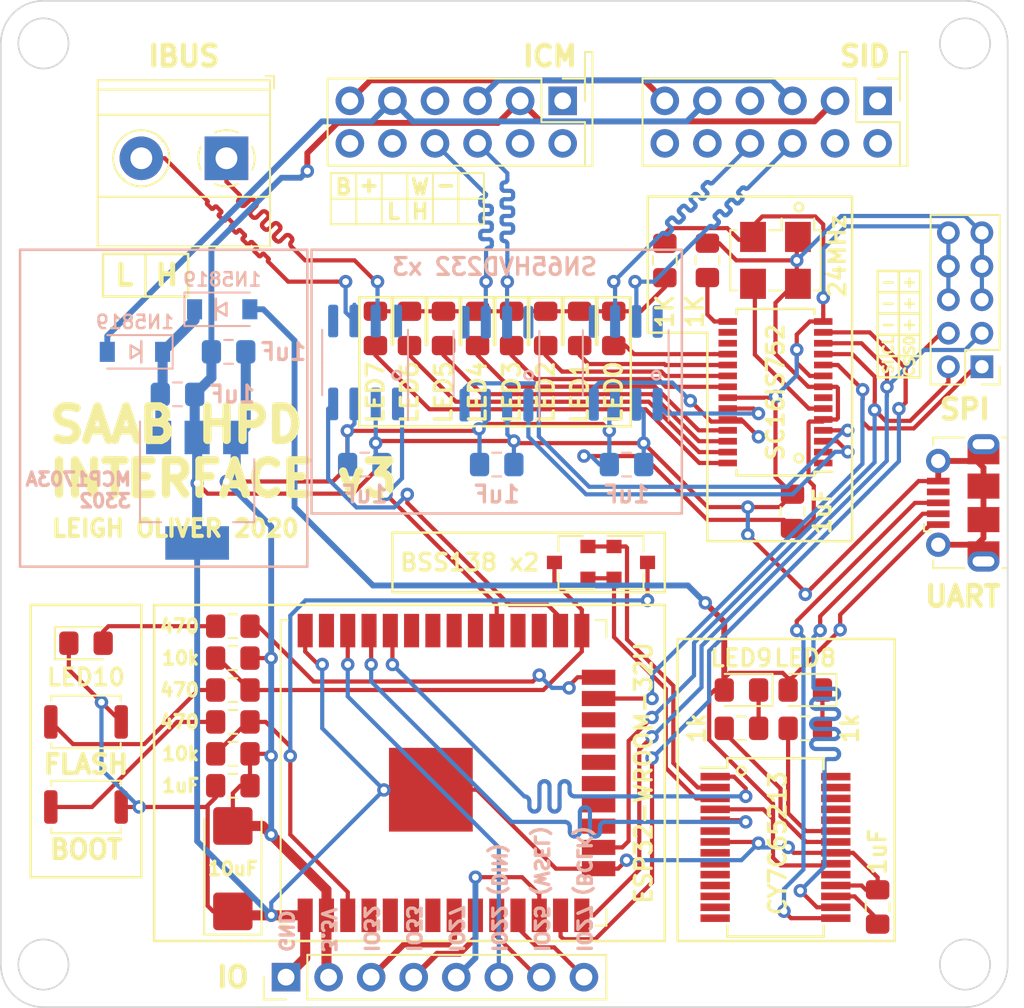
<source format=kicad_pcb>
(kicad_pcb (version 20171130) (host pcbnew 5.1.5+dfsg1-2build2)
  (layers (0 F.Cu signal) (31 B.Cu signal hide) (34 B.Paste user hide) (35 F.Paste user) (36 B.SilkS user hide) (37 F.SilkS user) (38 B.Mask user hide) (39 F.Mask user) (44 Edge.Cuts user))
  (net 0 "")
  (net 1 GND)
  (net 2 VDD_3.3V)
  (net 3 VIN)
  (net 4 "Net-(C4-Pad1)")
  (net 5 VBUS)
  (net 6 "Net-(D1-Pad2)")
  (net 7 "Net-(D1-Pad1)")
  (net 8 "Net-(D2-Pad2)")
  (net 9 "Net-(D3-Pad2)")
  (net 10 "Net-(D4-Pad2)")
  (net 11 "Net-(D5-Pad2)")
  (net 12 "Net-(D6-Pad2)")
  (net 13 "Net-(D7-Pad2)")
  (net 14 "Net-(D8-Pad2)")
  (net 15 "Net-(D9-Pad2)")
  (net 16 "Net-(D11-Pad2)")
  (net 17 "Net-(D12-Pad1)")
  (net 18 "Net-(D13-Pad1)")
  (net 19 CAN_H)
  (net 20 CAN_L)
  (net 21 "Net-(ICM1-Pad6)")
  (net 22 CAN_A_H)
  (net 23 CAN_A_L)
  (net 24 "Net-(ICM1-Pad3)")
  (net 25 RXA)
  (net 26 TXA)
  (net 27 MISO)
  (net 28 MOSI)
  (net 29 CLK)
  (net 30 CS)
  (net 31 USB_DP)
  (net 32 USB_DM)
  (net 33 RXB)
  (net 34 TXB)
  (net 35 RX_ESP32_CAN)
  (net 36 TX_ESP32_CAN)
  (net 37 RX_ESP32)
  (net 38 TX_ESP32)
  (net 39 RTS)
  (net 40 DTR)
  (net 41 IO0)
  (net 42 EN)
  (net 43 IRQ)
  (net 44 "Net-(R2-Pad2)")
  (net 45 "Net-(R3-Pad2)")
  (net 46 "Net-(R6-Pad2)")
  (net 47 "Net-(R7-Pad1)")
  (net 48 "Net-(R8-Pad1)")
  (net 49 CAN_B_L)
  (net 50 CAN_B_H)
  (net 51 XTAL1)
  (net 52 "Net-(J3-Pad5)")
  (net 53 "Net-(J3-Pad4)")
  (net 54 "Net-(J3-Pad3)")
  (net 55 I2S_DIN)
  (net 56 I2S_WSEL)
  (net 57 I2S_BCLK)
  (module Capacitor_SMD:C_0805_2012Metric_Pad1.15x1.40mm_HandSolder (layer B.Cu) (at 134.493 90.932)
    (fp_text reference C8 hide)
    (fp_text value 1uF (at 0 1.778 180) (layer B.SilkS) (effects (font (thickness 0.2)) (justify mirror)))
    (pad 2 smd roundrect (at 1.025 0) (size 1.15 1.4) (layers B.Cu B.Paste B.Mask) (roundrect_rratio 0.217) (net 1 GND))
    (pad 1 smd roundrect (at -1.025 0) (size 1.15 1.4) (layers B.Cu B.Paste B.Mask) (roundrect_rratio 0.217) (net 2 VDD_3.3V))
  )
  (module sid-board:SAAB_SID_CONNECTOR_HEADER (layer F.Cu) (at 139.954 70.358)
    (fp_text reference ICM1 hide)
    (fp_text value ICM_CONN)
    (fp_text user L (at -3.7465 5.461) (layer F.SilkS) (effects (font (size 0.9 0.9) (thickness 0.225))))
    (fp_text user H (at -2.159 5.461) (layer F.SilkS) (effects (font (size 0.9 0.9) (thickness 0.225))))
    (fp_text user - (at -0.635 3.8735) (layer F.SilkS) (effects (font (size 0.9 0.9) (thickness 0.225))))
    (fp_text user W (at -2.159 4.0005) (layer F.SilkS) (effects (font (size 0.9 0.9) (thickness 0.225))))
    (fp_text user + (at -5.207 3.8735) (layer F.SilkS) (effects (font (size 0.9 0.9) (thickness 0.225))))
    (fp_text user B (at -6.731 4.0005) (layer F.SilkS) (effects (font (size 0.9 0.9) (thickness 0.225))))
    (pad 7 thru_hole oval (at -6.35 1.397 270) (size 1.7 1.7) (drill 1) (layers *.Cu *.Mask))
    (pad 6 thru_hole oval (at -6.35 -1.143 270) (size 1.7 1.7) (drill 1) (layers *.Cu *.Mask) (net 21 "Net-(ICM1-Pad6)"))
    (pad 8 thru_hole oval (at -3.81 1.397 270) (size 1.7 1.7) (drill 1) (layers *.Cu *.Mask))
    (pad 5 thru_hole oval (at -3.81 -1.143 270) (size 1.7 1.7) (drill 1) (layers *.Cu *.Mask) (net 16 "Net-(D11-Pad2)"))
    (pad 9 thru_hole oval (at -1.27 1.397 270) (size 1.7 1.7) (drill 1) (layers *.Cu *.Mask) (net 23 CAN_A_L))
    (pad 4 thru_hole oval (at -1.27 -1.143 270) (size 1.7 1.7) (drill 1) (layers *.Cu *.Mask))
    (pad 10 thru_hole oval (at 1.27 1.397 270) (size 1.7 1.7) (drill 1) (layers *.Cu *.Mask) (net 22 CAN_A_H))
    (pad 3 thru_hole oval (at 1.27 -1.143 270) (size 1.7 1.7) (drill 1) (layers *.Cu *.Mask) (net 24 "Net-(ICM1-Pad3)"))
    (pad 11 thru_hole oval (at 3.81 1.397 270) (size 1.7 1.7) (drill 1) (layers *.Cu *.Mask))
    (pad 2 thru_hole oval (at 3.81 -1.143 270) (size 1.7 1.7) (drill 1) (layers *.Cu *.Mask) (net 1 GND))
    (pad 12 thru_hole oval (at 6.35 1.397 270) (size 1.7 1.7) (drill 1) (layers *.Cu *.Mask))
    (pad 1 thru_hole rect (at 6.35 -1.143 270) (size 1.7 1.7) (drill 1) (layers *.Cu *.Mask))
  )
  (module Connector_PinHeader_2.00mm:PinHeader_2x05_P2.00mm_Vertical (layer F.Cu) (at 171.323 85.09 180)
    (fp_text reference J1 hide)
    (fp_text value SPI (at 1.016 -2.54 180) (layer F.SilkS) (effects (font (size 1.2 1.2) (thickness 0.3))))
    (pad 10 thru_hole oval (at 2 8 180) (size 1.35 1.35) (drill 0.8) (layers *.Cu *.Mask) (net 1 GND))
    (pad 9 thru_hole oval (at 0 8 180) (size 1.35 1.35) (drill 0.8) (layers *.Cu *.Mask) (net 2 VDD_3.3V))
    (pad 8 thru_hole oval (at 2 6 180) (size 1.35 1.35) (drill 0.8) (layers *.Cu *.Mask) (net 1 GND))
    (pad 7 thru_hole oval (at 0 6 180) (size 1.35 1.35) (drill 0.8) (layers *.Cu *.Mask) (net 2 VDD_3.3V))
    (pad 6 thru_hole oval (at 2 4 180) (size 1.35 1.35) (drill 0.8) (layers *.Cu *.Mask) (net 1 GND))
    (pad 5 thru_hole oval (at 0 4 180) (size 1.35 1.35) (drill 0.8) (layers *.Cu *.Mask) (net 2 VDD_3.3V))
    (pad 4 thru_hole oval (at 2 2 180) (size 1.35 1.35) (drill 0.8) (layers *.Cu *.Mask) (net 29 CLK))
    (pad 3 thru_hole oval (at 0 2 180) (size 1.35 1.35) (drill 0.8) (layers *.Cu *.Mask) (net 27 MISO))
    (pad 2 thru_hole oval (at 2 0 180) (size 1.35 1.35) (drill 0.8) (layers *.Cu *.Mask) (net 28 MOSI))
    (pad 1 thru_hole rect (at 0 0 180) (size 1.35 1.35) (drill 0.8) (layers *.Cu *.Mask) (net 30 CS))
  )
  (module sid-board:SAAB_SID_CONNECTOR_HEADER (layer F.Cu) (at 158.75 70.358)
    (fp_text reference SID1 hide)
    (fp_text value SID_CONN hide)
    (pad 7 thru_hole oval (at -6.35 1.397 270) (size 1.7 1.7) (drill 1) (layers *.Cu *.Mask))
    (pad 6 thru_hole oval (at -6.35 -1.143 270) (size 1.7 1.7) (drill 1) (layers *.Cu *.Mask) (net 21 "Net-(ICM1-Pad6)"))
    (pad 8 thru_hole oval (at -3.81 1.397 270) (size 1.7 1.7) (drill 1) (layers *.Cu *.Mask))
    (pad 5 thru_hole oval (at -3.81 -1.143 270) (size 1.7 1.7) (drill 1) (layers *.Cu *.Mask) (net 16 "Net-(D11-Pad2)"))
    (pad 9 thru_hole oval (at -1.27 1.397 270) (size 1.7 1.7) (drill 1) (layers *.Cu *.Mask) (net 49 CAN_B_L))
    (pad 4 thru_hole oval (at -1.27 -1.143 270) (size 1.7 1.7) (drill 1) (layers *.Cu *.Mask))
    (pad 10 thru_hole oval (at 1.27 1.397 270) (size 1.7 1.7) (drill 1) (layers *.Cu *.Mask) (net 50 CAN_B_H))
    (pad 3 thru_hole oval (at 1.27 -1.143 270) (size 1.7 1.7) (drill 1) (layers *.Cu *.Mask) (net 24 "Net-(ICM1-Pad3)"))
    (pad 11 thru_hole oval (at 3.81 1.397 270) (size 1.7 1.7) (drill 1) (layers *.Cu *.Mask))
    (pad 2 thru_hole oval (at 3.81 -1.143 270) (size 1.7 1.7) (drill 1) (layers *.Cu *.Mask) (net 1 GND))
    (pad 12 thru_hole oval (at 6.35 1.397 270) (size 1.7 1.7) (drill 1) (layers *.Cu *.Mask))
    (pad 1 thru_hole rect (at 6.35 -1.143 270) (size 1.7 1.7) (drill 1) (layers *.Cu *.Mask))
  )
  (module Resistor_SMD:R_0805_2012Metric_Pad1.15x1.40mm_HandSolder (layer F.Cu) (at 126.619 104.394 180)
    (fp_text reference R3 hide)
    (fp_text value 470 (at 1.905 0) (layer F.SilkS) (effects (font (size 0.8 0.8) (thickness 0.2)) (justify right)))
    (pad 2 smd roundrect (at 1.025 0 180) (size 1.15 1.4) (layers F.Cu F.Paste F.Mask) (roundrect_rratio 0.217391) (net 45 "Net-(R3-Pad2)"))
    (pad 1 smd roundrect (at -1.025 0 180) (size 1.15 1.4) (layers F.Cu F.Paste F.Mask) (roundrect_rratio 0.217391) (net 41 IO0))
  )
  (module Resistor_SMD:R_0805_2012Metric_Pad1.15x1.40mm_HandSolder (layer F.Cu) (at 154.94 78.74 90)
    (fp_text reference R1 hide)
    (fp_text value 1K (at -3.048 -0.762 90) (layer F.SilkS) (effects (font (thickness 0.2))))
    (pad 1 smd roundrect (at -1.025 0 90) (size 1.15 1.4) (layers F.Cu F.Paste F.Mask) (roundrect_rratio 0.217391) (net 43 IRQ))
    (pad 2 smd roundrect (at 1.025 0 90) (size 1.15 1.4) (layers F.Cu F.Paste F.Mask) (roundrect_rratio 0.217391) (net 2 VDD_3.3V))
  )
  (module Resistor_SMD:R_0805_2012Metric_Pad1.15x1.40mm_HandSolder (layer F.Cu) (at 126.619 100.584)
    (fp_text reference R6 hide)
    (fp_text value 470 (at -1.905 0) (layer F.SilkS) (effects (font (size 0.8 0.8) (thickness 0.2)) (justify right)))
    (pad 2 smd roundrect (at 1.025 0) (size 1.15 1.4) (layers F.Cu F.Paste F.Mask) (roundrect_rratio 0.217391) (net 46 "Net-(R6-Pad2)"))
    (pad 1 smd roundrect (at -1.025 0) (size 1.15 1.4) (layers F.Cu F.Paste F.Mask) (roundrect_rratio 0.217391) (net 15 "Net-(D9-Pad2)"))
  )
  (module Diode_SMD:D_SOD-123 (layer B.Cu) (at 125.984 81.661)
    (fp_text reference D10 hide)
    (fp_text value 1N5819 (at 0 -1.778 180) (layer B.SilkS) (effects (font (size 0.8 0.8)) (justify mirror)))
    (pad 2 smd rect (at 1.65 0) (size 0.9 1.2) (layers B.Cu B.Paste B.Mask) (net 5 VBUS))
    (pad 1 smd rect (at -1.65 0) (size 0.9 1.2) (layers B.Cu B.Paste B.Mask) (net 3 VIN))
  )
  (module LED_SMD:LED_0805_2012Metric_Pad1.15x1.40mm_HandSolder (layer F.Cu) (at 149.352 82.804 270)
    (fp_text reference D8 hide)
    (fp_text value LED0 (at 3.81 0 90) (layer F.SilkS) (effects (font (thickness 0.2))))
    (pad 2 smd roundrect (at 1.025 0 270) (size 1.15 1.4) (layers F.Cu F.Paste F.Mask) (roundrect_rratio 0.217391) (net 14 "Net-(D8-Pad2)"))
    (pad 1 smd roundrect (at -1.025 0 270) (size 1.15 1.4) (layers F.Cu F.Paste F.Mask) (roundrect_rratio 0.217391) (net 7 "Net-(D1-Pad1)"))
  )
  (module LED_SMD:LED_0805_2012Metric_Pad1.15x1.40mm_HandSolder (layer F.Cu) (at 117.856 101.6)
    (fp_text reference D9 hide)
    (fp_text value LED10 (at 0 2.032) (layer F.SilkS) (effects (font (thickness 0.2))))
    (pad 1 smd roundrect (at -1.025 0) (size 1.15 1.4) (layers F.Cu F.Paste F.Mask) (roundrect_rratio 0.217391) (net 1 GND))
    (pad 2 smd roundrect (at 1.025 0) (size 1.15 1.4) (layers F.Cu F.Paste F.Mask) (roundrect_rratio 0.217391) (net 15 "Net-(D9-Pad2)"))
  )
  (module LED_SMD:LED_0805_2012Metric_Pad1.15x1.40mm_HandSolder (layer F.Cu) (at 135.128 82.804 270)
    (fp_text reference D1 hide)
    (fp_text value LED7 (at 3.81 0 90) (layer F.SilkS) (effects (font (thickness 0.2))))
    (pad 2 smd roundrect (at 1.025 0 270) (size 1.15 1.4) (layers F.Cu F.Paste F.Mask) (roundrect_rratio 0.217391) (net 6 "Net-(D1-Pad2)"))
    (pad 1 smd roundrect (at -1.025 0 270) (size 1.15 1.4) (layers F.Cu F.Paste F.Mask) (roundrect_rratio 0.217391) (net 7 "Net-(D1-Pad1)"))
  )
  (module Package_SO:SOIC-8_3.9x4.9mm_P1.27mm (layer B.Cu) (at 150.06642 84.861825 90)
    (fp_text reference U4 hide)
    (fp_text value SN65HVD232 hide)
    (pad 1 smd roundrect (at -2.475 1.905 90) (size 1.95 0.6) (layers B.Cu B.Paste B.Mask) (net 34 TXB))
    (pad 2 smd roundrect (at -2.475 0.635 90) (size 1.95 0.6) (layers B.Cu B.Paste B.Mask) (net 1 GND))
    (pad 3 smd roundrect (at -2.475 -0.635 90) (size 1.95 0.6) (layers B.Cu B.Paste B.Mask) (net 2 VDD_3.3V))
    (pad 4 smd roundrect (at -2.475 -1.905 90) (size 1.95 0.6) (layers B.Cu B.Paste B.Mask) (net 33 RXB))
    (pad 5 smd roundrect (at 2.475 -1.905 90) (size 1.95 0.6) (layers B.Cu B.Paste B.Mask))
    (pad 6 smd roundrect (at 2.475 -0.635 90) (size 1.95 0.6) (layers B.Cu B.Paste B.Mask) (net 49 CAN_B_L))
    (pad 7 smd roundrect (at 2.475 0.635 90) (size 1.95 0.6) (layers B.Cu B.Paste B.Mask) (net 50 CAN_B_H))
    (pad 8 smd roundrect (at 2.475 1.905 90) (size 1.95 0.6) (layers B.Cu B.Paste B.Mask))
  )
  (module Connector_USB:USB_Micro-B_Molex-105017-0001 (layer F.Cu) (at 170.18 93.218 90)
    (fp_text reference J2 hide)
    (fp_text value UART (at -5.588 0 180) (layer F.SilkS) (effects (font (size 1.2 1.2) (thickness 0.3))))
    (pad 6 smd rect (at -2.9 1.2375 90) (size 1.2 1.9) (layers F.Cu F.Mask) (net 1 GND))
    (pad 6 smd rect (at 2.9 1.2375 90) (size 1.2 1.9) (layers F.Cu F.Mask) (net 1 GND))
    (pad 6 thru_hole oval (at 3.5 1.2375 90) (size 1.2 1.9) (drill oval 0.6 1.3) (layers *.Cu *.Mask) (net 1 GND))
    (pad 6 thru_hole oval (at -3.5 1.2375 270) (size 1.2 1.9) (drill oval 0.6 1.3) (layers *.Cu *.Mask) (net 1 GND))
    (pad 6 smd rect (at -1 1.2375 90) (size 1.5 1.9) (layers F.Cu F.Paste F.Mask) (net 1 GND))
    (pad 6 thru_hole circle (at 2.5 -1.4625 90) (size 1.45 1.45) (drill 0.85) (layers *.Cu *.Mask) (net 1 GND))
    (pad 3 smd rect (at 0 -1.4625 90) (size 0.4 1.35) (layers F.Cu F.Paste F.Mask) (net 31 USB_DP))
    (pad 4 smd rect (at 0.65 -1.4625 90) (size 0.4 1.35) (layers F.Cu F.Paste F.Mask))
    (pad 5 smd rect (at 1.3 -1.4625 90) (size 0.4 1.35) (layers F.Cu F.Paste F.Mask) (net 1 GND))
    (pad 1 smd rect (at -1.3 -1.4625 90) (size 0.4 1.35) (layers F.Cu F.Paste F.Mask) (net 5 VBUS))
    (pad 2 smd rect (at -0.65 -1.4625 90) (size 0.4 1.35) (layers F.Cu F.Paste F.Mask) (net 32 USB_DM))
    (pad 6 thru_hole circle (at -2.5 -1.4625 90) (size 1.45 1.45) (drill 0.85) (layers *.Cu *.Mask) (net 1 GND))
    (pad 6 smd rect (at 1 1.2375 90) (size 1.5 1.9) (layers F.Cu F.Paste F.Mask) (net 1 GND))
  )
  (module LED_SMD:LED_0805_2012Metric_Pad1.15x1.40mm_HandSolder (layer F.Cu) (at 137.16 82.804 270)
    (fp_text reference D2 hide)
    (fp_text value LED6 (at 3.81 0 90) (layer F.SilkS) (effects (font (thickness 0.2))))
    (pad 1 smd roundrect (at -1.025 0 270) (size 1.15 1.4) (layers F.Cu F.Paste F.Mask) (roundrect_rratio 0.217391) (net 7 "Net-(D1-Pad1)"))
    (pad 2 smd roundrect (at 1.025 0 270) (size 1.15 1.4) (layers F.Cu F.Paste F.Mask) (roundrect_rratio 0.217391) (net 8 "Net-(D2-Pad2)"))
  )
  (module TerminalBlock_Phoenix:TerminalBlock_Phoenix_MKDS-1,5-2-5.08_1x02_P5.08mm_Horizontal (layer F.Cu) (at 126.238 72.644 180)
    (fp_text reference I-BUS1 hide)
    (fp_text value Screw_Terminal_01x02 hide)
    (pad 2 thru_hole circle (at 5.08 0 180) (size 2.6 2.6) (drill 1.3) (layers *.Cu *.Mask) (net 20 CAN_L))
    (pad 1 thru_hole rect (at 0 0 180) (size 2.6 2.6) (drill 1.3) (layers *.Cu *.Mask) (net 19 CAN_H))
  )
  (module Package_TO_SOT_SMD:SOT-23 (layer F.Cu) (at 150.368 96.774)
    (fp_text reference BSS138 hide)
    (fp_text value "BSS138 x2" (at -5.334 0 180) (layer F.SilkS) (effects (font (thickness 0.2)) (justify right)))
    (pad 3 smd rect (at 1 0) (size 0.9 0.8) (layers F.Cu F.Paste F.Mask) (net 42 EN))
    (pad 2 smd rect (at -1 0.95) (size 0.9 0.8) (layers F.Cu F.Paste F.Mask) (net 39 RTS))
    (pad 1 smd rect (at -1 -0.95) (size 0.9 0.8) (layers F.Cu F.Paste F.Mask) (net 40 DTR))
  )
  (module Package_TO_SOT_SMD:SOT-23 (layer F.Cu) (at 146.812 96.774 180)
    (fp_text reference Q1 hide)
    (fp_text value BSS138 hide)
    (pad 1 smd rect (at -1 -0.95 180) (size 0.9 0.8) (layers F.Cu F.Paste F.Mask) (net 39 RTS))
    (pad 2 smd rect (at -1 0.95 180) (size 0.9 0.8) (layers F.Cu F.Paste F.Mask) (net 40 DTR))
    (pad 3 smd rect (at 1 0 180) (size 0.9 0.8) (layers F.Cu F.Paste F.Mask) (net 41 IO0))
  )
  (module Resistor_SMD:R_0805_2012Metric_Pad1.15x1.40mm_HandSolder (layer F.Cu) (at 126.619 108.204 180)
    (fp_text reference R4 hide)
    (fp_text value 10k (at 1.905 0) (layer F.SilkS) (effects (font (size 0.8 0.8) (thickness 0.2)) (justify right)))
    (pad 1 smd roundrect (at -1.025 0 180) (size 1.15 1.4) (layers F.Cu F.Paste F.Mask) (roundrect_rratio 0.217391) (net 2 VDD_3.3V))
    (pad 2 smd roundrect (at 1.025 0 180) (size 1.15 1.4) (layers F.Cu F.Paste F.Mask) (roundrect_rratio 0.217391) (net 42 EN))
  )
  (module LED_SMD:LED_0805_2012Metric_Pad1.15x1.40mm_HandSolder (layer F.Cu) (at 156.972 104.394 180)
    (fp_text reference D12 hide)
    (fp_text value LED9 (at 0 1.904 180) (layer F.SilkS) (effects (font (thickness 0.2))))
    (pad 2 smd roundrect (at 1.025 0 180) (size 1.15 1.4) (layers F.Cu F.Paste F.Mask) (roundrect_rratio 0.217391) (net 5 VBUS))
    (pad 1 smd roundrect (at -1.025 0 180) (size 1.15 1.4) (layers F.Cu F.Paste F.Mask) (roundrect_rratio 0.217391) (net 17 "Net-(D12-Pad1)"))
  )
  (module Resistor_SMD:R_0805_2012Metric_Pad1.15x1.40mm_HandSolder (layer F.Cu) (at 156.972 106.68)
    (fp_text reference R7 hide)
    (fp_text value 1k (at -2.667 0 90) (layer F.SilkS) (effects (font (thickness 0.2))))
    (pad 1 smd roundrect (at -1.025 0) (size 1.15 1.4) (layers F.Cu F.Paste F.Mask) (roundrect_rratio 0.217391) (net 47 "Net-(R7-Pad1)"))
    (pad 2 smd roundrect (at 1.025 0) (size 1.15 1.4) (layers F.Cu F.Paste F.Mask) (roundrect_rratio 0.217391) (net 17 "Net-(D12-Pad1)"))
  )
  (module Resistor_SMD:R_0805_2012Metric_Pad1.15x1.40mm_HandSolder (layer F.Cu) (at 126.619 102.489 180)
    (fp_text reference R5 hide)
    (fp_text value 10k (at 1.905 0) (layer F.SilkS) (effects (font (size 0.8 0.8) (thickness 0.2)) (justify right)))
    (pad 1 smd roundrect (at -1.025 0 180) (size 1.15 1.4) (layers F.Cu F.Paste F.Mask) (roundrect_rratio 0.217391) (net 2 VDD_3.3V))
    (pad 2 smd roundrect (at 1.025 0 180) (size 1.15 1.4) (layers F.Cu F.Paste F.Mask) (roundrect_rratio 0.217391) (net 41 IO0))
  )
  (module Package_TO_SOT_SMD:SOT-223-3_TabPin2 (layer B.Cu) (at 124.489 92.463252 270)
    (fp_text reference U2 hide)
    (fp_text value MCP1703A3302 hide)
    (pad 1 smd rect (at -3.15 2.3 270) (size 2 1.5) (layers B.Cu B.Paste B.Mask) (net 3 VIN))
    (pad 3 smd rect (at -3.15 -2.3 270) (size 2 1.5) (layers B.Cu B.Paste B.Mask) (net 2 VDD_3.3V))
    (pad 2 smd rect (at -3.15 0 270) (size 2 1.5) (layers B.Cu B.Paste B.Mask) (net 1 GND))
    (pad 2 smd rect (at 3.15 0 270) (size 2 3.8) (layers B.Cu B.Paste B.Mask) (net 1 GND))
  )
  (module RF_Module:ESP32-WROOM-32U (layer F.Cu) (at 139.192 109.347 90)
    (fp_text reference U6 hide)
    (fp_text value ESP32-WROOM-32U (at 0 11.938 90) (layer F.SilkS) (effects (font (thickness 0.2))))
    (pad 38 smd rect (at 8.5 -8.255 90) (size 2 0.9) (layers F.Cu F.Paste F.Mask) (net 1 GND))
    (pad 37 smd rect (at 8.5 -6.985 90) (size 2 0.9) (layers F.Cu F.Paste F.Mask))
    (pad 36 smd rect (at 8.5 -5.715 90) (size 2 0.9) (layers F.Cu F.Paste F.Mask) (net 55 I2S_DIN))
    (pad 35 smd rect (at 8.5 -4.445 90) (size 2 0.9) (layers F.Cu F.Paste F.Mask) (net 38 TX_ESP32))
    (pad 34 smd rect (at 8.5 -3.175 90) (size 2 0.9) (layers F.Cu F.Paste F.Mask) (net 37 RX_ESP32))
    (pad 33 smd rect (at 8.5 -1.905 90) (size 2 0.9) (layers F.Cu F.Paste F.Mask))
    (pad 32 smd rect (at 8.5 -0.635 90) (size 2 0.9) (layers F.Cu F.Paste F.Mask))
    (pad 31 smd rect (at 8.5 0.635 90) (size 2 0.9) (layers F.Cu F.Paste F.Mask))
    (pad 30 smd rect (at 8.5 1.905 90) (size 2 0.9) (layers F.Cu F.Paste F.Mask))
    (pad 29 smd rect (at 8.5 3.175 90) (size 2 0.9) (layers F.Cu F.Paste F.Mask) (net 36 TX_ESP32_CAN))
    (pad 28 smd rect (at 8.5 4.445 90) (size 2 0.9) (layers F.Cu F.Paste F.Mask))
    (pad 27 smd rect (at 8.5 5.715 90) (size 2 0.9) (layers F.Cu F.Paste F.Mask))
    (pad 26 smd rect (at 8.5 6.985 90) (size 2 0.9) (layers F.Cu F.Paste F.Mask) (net 35 RX_ESP32_CAN))
    (pad 25 smd rect (at 8.5 8.255 90) (size 2 0.9) (layers F.Cu F.Paste F.Mask) (net 41 IO0))
    (pad 24 smd rect (at 5.715 9.255 180) (size 2 0.9) (layers F.Cu F.Paste F.Mask) (net 46 "Net-(R6-Pad2)"))
    (pad 23 smd rect (at 4.445 9.255 180) (size 2 0.9) (layers F.Cu F.Paste F.Mask) (net 30 CS))
    (pad 22 smd rect (at 3.175 9.255 180) (size 2 0.9) (layers F.Cu F.Paste F.Mask))
    (pad 21 smd rect (at 1.905 9.255 180) (size 2 0.9) (layers F.Cu F.Paste F.Mask))
    (pad 20 smd rect (at 0.635 9.255 180) (size 2 0.9) (layers F.Cu F.Paste F.Mask))
    (pad 19 smd rect (at -0.635 9.255 180) (size 2 0.9) (layers F.Cu F.Paste F.Mask))
    (pad 18 smd rect (at -1.905 9.255 180) (size 2 0.9) (layers F.Cu F.Paste F.Mask))
    (pad 17 smd rect (at -3.175 9.255 180) (size 2 0.9) (layers F.Cu F.Paste F.Mask))
    (pad 16 smd rect (at -4.445 9.255 180) (size 2 0.9) (layers F.Cu F.Paste F.Mask) (net 28 MOSI))
    (pad 15 smd rect (at -5.715 9.255) (size 2 0.9) (layers F.Cu F.Paste F.Mask) (net 1 GND))
    (pad 14 smd rect (at -8.5 8.255 90) (size 2 0.9) (layers F.Cu F.Paste F.Mask) (net 27 MISO))
    (pad 13 smd rect (at -8.5 6.985 90) (size 2 0.9) (layers F.Cu F.Paste F.Mask) (net 29 CLK))
    (pad 12 smd rect (at -8.5 5.715 90) (size 2 0.9) (layers F.Cu F.Paste F.Mask) (net 52 "Net-(J3-Pad5)"))
    (pad 11 smd rect (at -8.5 4.445 90) (size 2 0.9) (layers F.Cu F.Paste F.Mask) (net 57 I2S_BCLK))
    (pad 10 smd rect (at -8.5 3.175 90) (size 2 0.9) (layers F.Cu F.Paste F.Mask) (net 56 I2S_WSEL))
    (pad 9 smd rect (at -8.5 1.905 90) (size 2 0.9) (layers F.Cu F.Paste F.Mask) (net 53 "Net-(J3-Pad4)"))
    (pad 8 smd rect (at -8.5 0.635 90) (size 2 0.9) (layers F.Cu F.Paste F.Mask) (net 54 "Net-(J3-Pad3)"))
    (pad 7 smd rect (at -8.5 -0.635 90) (size 2 0.9) (layers F.Cu F.Paste F.Mask))
    (pad 6 smd rect (at -8.5 -1.905 90) (size 2 0.9) (layers F.Cu F.Paste F.Mask))
    (pad 5 smd rect (at -8.5 -3.175 90) (size 2 0.9) (layers F.Cu F.Paste F.Mask))
    (pad 4 smd rect (at -8.5 -4.445 90) (size 2 0.9) (layers F.Cu F.Paste F.Mask))
    (pad 3 smd rect (at -8.5 -5.715 90) (size 2 0.9) (layers F.Cu F.Paste F.Mask) (net 42 EN))
    (pad 2 smd rect (at -8.5 -6.985 90) (size 2 0.9) (layers F.Cu F.Paste F.Mask) (net 2 VDD_3.3V))
    (pad 1 smd rect (at -8.5 -8.255 90) (size 2 0.9) (layers F.Cu F.Paste F.Mask) (net 1 GND))
    (pad 39 smd rect (at -1 -0.755 90) (size 5 5) (layers F.Cu F.Paste F.Mask) (net 1 GND))
  )
  (module Capacitor_SMD:C_0805_2012Metric_Pad1.15x1.40mm_HandSolder (layer B.Cu) (at 142.367 90.932)
    (fp_text reference C8 hide)
    (fp_text value 1uF (at 0 1.778 180) (layer B.SilkS) (effects (font (thickness 0.2)) (justify mirror)))
    (pad 1 smd roundrect (at -1.025 0) (size 1.15 1.4) (layers B.Cu B.Paste B.Mask) (roundrect_rratio 0.217391) (net 2 VDD_3.3V))
    (pad 2 smd roundrect (at 1.025 0) (size 1.15 1.4) (layers B.Cu B.Paste B.Mask) (roundrect_rratio 0.217391) (net 1 GND))
  )
  (module LED_SMD:LED_0805_2012Metric_Pad1.15x1.40mm_HandSolder (layer F.Cu) (at 160.782 104.394 180)
    (fp_text reference D13 hide)
    (fp_text value LED8 (at 0 1.904 180) (layer F.SilkS) (effects (font (thickness 0.2))))
    (pad 1 smd roundrect (at -1.025 0 180) (size 1.15 1.4) (layers F.Cu F.Paste F.Mask) (roundrect_rratio 0.217391) (net 18 "Net-(D13-Pad1)"))
    (pad 2 smd roundrect (at 1.025 0 180) (size 1.15 1.4) (layers F.Cu F.Paste F.Mask) (roundrect_rratio 0.217391) (net 5 VBUS))
  )
  (module Capacitor_SMD:C_0805_2012Metric_Pad1.15x1.40mm_HandSolder (layer F.Cu) (at 160.02 93.726 90)
    (fp_text reference C1 hide)
    (fp_text value 1uF (at 0 1.778 90) (layer F.SilkS) (effects (font (thickness 0.2))))
    (pad 2 smd roundrect (at 1.025 0 90) (size 1.15 1.4) (layers F.Cu F.Paste F.Mask) (roundrect_rratio 0.217391) (net 1 GND))
    (pad 1 smd roundrect (at -1.025 0 90) (size 1.15 1.4) (layers F.Cu F.Paste F.Mask) (roundrect_rratio 0.217391) (net 2 VDD_3.3V))
  )
  (module Capacitor_SMD:C_0805_2012Metric_Pad1.15x1.40mm_HandSolder (layer B.Cu) (at 150.114 90.932)
    (fp_text reference C9 hide)
    (fp_text value 1uF (at 0 1.778 180) (layer B.SilkS) (effects (font (thickness 0.2)) (justify mirror)))
    (pad 2 smd roundrect (at 1.025 0) (size 1.15 1.4) (layers B.Cu B.Paste B.Mask) (roundrect_rratio 0.217391) (net 1 GND))
    (pad 1 smd roundrect (at -1.025 0) (size 1.15 1.4) (layers B.Cu B.Paste B.Mask) (roundrect_rratio 0.217391) (net 2 VDD_3.3V))
  )
  (module Package_SO:SOIC-8_3.9x4.9mm_P1.27mm (layer B.Cu) (at 142.351877 84.907159 90)
    (fp_text reference U3 hide)
    (fp_text value "SN65HVD232 x3" (at 5.786159 -0.111877 180) (layer B.SilkS) (effects (font (thickness 0.2)) (justify mirror)))
    (pad 8 smd roundrect (at 2.475 1.905 90) (size 1.95 0.6) (layers B.Cu B.Paste B.Mask))
    (pad 7 smd roundrect (at 2.475 0.635 90) (size 1.95 0.6) (layers B.Cu B.Paste B.Mask) (net 22 CAN_A_H))
    (pad 6 smd roundrect (at 2.475 -0.635 90) (size 1.95 0.6) (layers B.Cu B.Paste B.Mask) (net 23 CAN_A_L))
    (pad 5 smd roundrect (at 2.475 -1.905 90) (size 1.95 0.6) (layers B.Cu B.Paste B.Mask))
    (pad 4 smd roundrect (at -2.475 -1.905 90) (size 1.95 0.6) (layers B.Cu B.Paste B.Mask) (net 25 RXA))
    (pad 3 smd roundrect (at -2.475 -0.635 90) (size 1.95 0.6) (layers B.Cu B.Paste B.Mask) (net 2 VDD_3.3V))
    (pad 2 smd roundrect (at -2.475 0.635 90) (size 1.95 0.6) (layers B.Cu B.Paste B.Mask) (net 1 GND))
    (pad 1 smd roundrect (at -2.475 1.905 90) (size 1.95 0.6) (layers B.Cu B.Paste B.Mask) (net 26 TXA))
  )
  (module Capacitor_SMD:C_0805_2012Metric_Pad1.15x1.40mm_HandSolder (layer F.Cu) (at 165.1 117.348 90)
    (fp_text reference C4 hide)
    (fp_text value 1uF (at 3.302 0 90) (layer F.SilkS) (effects (font (thickness 0.2))))
    (pad 1 smd roundrect (at -1.025 0 90) (size 1.15 1.4) (layers F.Cu F.Paste F.Mask) (roundrect_rratio 0.217391) (net 4 "Net-(C4-Pad1)"))
    (pad 2 smd roundrect (at 1.025 0 90) (size 1.15 1.4) (layers F.Cu F.Paste F.Mask) (roundrect_rratio 0.217391) (net 1 GND))
  )
  (module Button_Switch_SMD:SW_Push_SPST_NO_Alps_SKRK (layer F.Cu) (at 117.856 106.299 180)
    (fp_text reference SW2 hide)
    (fp_text value FLASH (at 0 -2.54) (layer F.SilkS) (effects (font (size 1.1 1.1) (thickness 0.275))))
    (pad 1 smd roundrect (at -2.1 0 180) (size 0.8 2) (layers F.Cu F.Paste F.Mask) (net 1 GND))
    (pad 2 smd roundrect (at 2.1 0 180) (size 0.8 2) (layers F.Cu F.Paste F.Mask) (net 45 "Net-(R3-Pad2)"))
  )
  (module Resistor_SMD:R_0805_2012Metric_Pad1.15x1.40mm_HandSolder (layer F.Cu) (at 126.619 106.299 180)
    (fp_text reference R2 hide)
    (fp_text value 470 (at 1.905 0) (layer F.SilkS) (effects (font (size 0.8 0.8) (thickness 0.2)) (justify right)))
    (pad 2 smd roundrect (at 1.025 0 180) (size 1.15 1.4) (layers F.Cu F.Paste F.Mask) (roundrect_rratio 0.217391) (net 44 "Net-(R2-Pad2)"))
    (pad 1 smd roundrect (at -1.025 0 180) (size 1.15 1.4) (layers F.Cu F.Paste F.Mask) (roundrect_rratio 0.217391) (net 42 EN))
  )
  (module Resistor_SMD:R_0805_2012Metric_Pad1.15x1.40mm_HandSolder (layer F.Cu) (at 152.4 78.749 90)
    (fp_text reference R18 hide)
    (fp_text value 1K (at -3.039 0 90) (layer F.SilkS) (effects (font (thickness 0.2))))
    (pad 1 smd roundrect (at -1.025 0 90) (size 1.15 1.4) (layers F.Cu F.Paste F.Mask) (roundrect_rratio 0.217391) (net 7 "Net-(D1-Pad1)"))
    (pad 2 smd roundrect (at 1.025 0 90) (size 1.15 1.4) (layers F.Cu F.Paste F.Mask) (roundrect_rratio 0.217391) (net 1 GND))
  )
  (module Resistor_SMD:R_0805_2012Metric_Pad1.15x1.40mm_HandSolder (layer F.Cu) (at 160.782 106.68)
    (fp_text reference R8 hide)
    (fp_text value 1k (at 2.667 0 270) (layer F.SilkS) (effects (font (thickness 0.2))))
    (pad 2 smd roundrect (at 1.025 0) (size 1.15 1.4) (layers F.Cu F.Paste F.Mask) (roundrect_rratio 0.217391) (net 18 "Net-(D13-Pad1)"))
    (pad 1 smd roundrect (at -1.025 0) (size 1.15 1.4) (layers F.Cu F.Paste F.Mask) (roundrect_rratio 0.217391) (net 48 "Net-(R8-Pad1)"))
  )
  (module Capacitor_SMD:C_0805_2012Metric_Pad1.15x1.40mm_HandSolder (layer F.Cu) (at 126.619 110.109)
    (fp_text reference C6 hide)
    (fp_text value 1uF (at -1.905 0) (layer F.SilkS) (effects (font (size 0.8 0.8) (thickness 0.2)) (justify right)))
    (pad 2 smd roundrect (at 1.025 0) (size 1.15 1.4) (layers F.Cu F.Paste F.Mask) (roundrect_rratio 0.217391) (net 2 VDD_3.3V))
    (pad 1 smd roundrect (at -1.025 0) (size 1.15 1.4) (layers F.Cu F.Paste F.Mask) (roundrect_rratio 0.217391) (net 1 GND))
  )
  (module Diode_SMD:D_SOD-123 (layer B.Cu) (at 120.777 84.201 180)
    (fp_text reference D11 hide)
    (fp_text value 1N5819 (at 0 1.778) (layer B.SilkS) (effects (font (size 0.8 0.8)) (justify mirror)))
    (pad 2 smd rect (at 1.65 0 180) (size 0.9 1.2) (layers B.Cu B.Paste B.Mask) (net 16 "Net-(D11-Pad2)"))
    (pad 1 smd rect (at -1.65 0 180) (size 0.9 1.2) (layers B.Cu B.Paste B.Mask) (net 3 VIN))
  )
  (module Capacitor_SMD:C_0805_2012Metric_Pad1.15x1.40mm_HandSolder (layer B.Cu) (at 123.317 86.741)
    (fp_text reference C2 hide)
    (fp_text value 1uF (at 1.778 0 180) (layer B.SilkS) (effects (font (thickness 0.2)) (justify right mirror)))
    (pad 1 smd roundrect (at -1.025 0) (size 1.15 1.4) (layers B.Cu B.Paste B.Mask) (roundrect_rratio 0.217391) (net 3 VIN))
    (pad 2 smd roundrect (at 1.025 0) (size 1.15 1.4) (layers B.Cu B.Paste B.Mask) (roundrect_rratio 0.217391) (net 1 GND))
  )
  (module Package_SO:SOIC-8_3.9x4.9mm_P1.27mm (layer B.Cu) (at 134.511485 84.836 90)
    (fp_text reference U7 hide)
    (fp_text value SN65HVD232 hide)
    (pad 8 smd roundrect (at 2.475 1.905 90) (size 1.95 0.6) (layers B.Cu B.Paste B.Mask))
    (pad 7 smd roundrect (at 2.475 0.635 90) (size 1.95 0.6) (layers B.Cu B.Paste B.Mask) (net 19 CAN_H))
    (pad 6 smd roundrect (at 2.475 -0.635 90) (size 1.95 0.6) (layers B.Cu B.Paste B.Mask) (net 20 CAN_L))
    (pad 5 smd roundrect (at 2.475 -1.905 90) (size 1.95 0.6) (layers B.Cu B.Paste B.Mask))
    (pad 4 smd roundrect (at -2.475 -1.905 90) (size 1.95 0.6) (layers B.Cu B.Paste B.Mask) (net 35 RX_ESP32_CAN))
    (pad 3 smd roundrect (at -2.475 -0.635 90) (size 1.95 0.6) (layers B.Cu B.Paste B.Mask) (net 2 VDD_3.3V))
    (pad 2 smd roundrect (at -2.475 0.635 90) (size 1.95 0.6) (layers B.Cu B.Paste B.Mask) (net 1 GND))
    (pad 1 smd roundrect (at -2.475 1.905 90) (size 1.95 0.6) (layers B.Cu B.Paste B.Mask) (net 36 TX_ESP32_CAN))
  )
  (module Capacitor_SMD:C_0805_2012Metric_Pad1.15x1.40mm_HandSolder (layer B.Cu) (at 126.365 84.201 180)
    (fp_text reference C5 hide)
    (fp_text value 1uF (at -1.778 0 180) (layer B.SilkS) (effects (font (thickness 0.2)) (justify right mirror)))
    (pad 2 smd roundrect (at 1.025 0 180) (size 1.15 1.4) (layers B.Cu B.Paste B.Mask) (roundrect_rratio 0.217391) (net 1 GND))
    (pad 1 smd roundrect (at -1.025 0 180) (size 1.15 1.4) (layers B.Cu B.Paste B.Mask) (roundrect_rratio 0.217391) (net 2 VDD_3.3V))
  )
  (module Package_SO:TSSOP-28_4.4x9.7mm_P0.65mm (layer F.Cu) (at 159.004 86.614 180)
    (fp_text reference U1 hide)
    (fp_text value SC16IS752 (at 0 0 90) (layer F.SilkS) (effects (font (thickness 0.2))))
    (pad 28 smd rect (at 2.85 -4.225 180) (size 1.1 0.4) (layers F.Cu F.Paste F.Mask) (net 6 "Net-(D1-Pad2)"))
    (pad 27 smd rect (at 2.85 -3.575 180) (size 1.1 0.4) (layers F.Cu F.Paste F.Mask) (net 8 "Net-(D2-Pad2)"))
    (pad 26 smd rect (at 2.85 -2.925 180) (size 1.1 0.4) (layers F.Cu F.Paste F.Mask) (net 9 "Net-(D3-Pad2)"))
    (pad 25 smd rect (at 2.85 -2.275 180) (size 1.1 0.4) (layers F.Cu F.Paste F.Mask) (net 10 "Net-(D4-Pad2)"))
    (pad 24 smd rect (at 2.85 -1.625 180) (size 1.1 0.4) (layers F.Cu F.Paste F.Mask) (net 33 RXB))
    (pad 23 smd rect (at 2.85 -0.975 180) (size 1.1 0.4) (layers F.Cu F.Paste F.Mask) (net 34 TXB))
    (pad 22 smd rect (at 2.85 -0.325 180) (size 1.1 0.4) (layers F.Cu F.Paste F.Mask) (net 1 GND))
    (pad 21 smd rect (at 2.85 0.325 180) (size 1.1 0.4) (layers F.Cu F.Paste F.Mask) (net 11 "Net-(D5-Pad2)"))
    (pad 20 smd rect (at 2.85 0.975 180) (size 1.1 0.4) (layers F.Cu F.Paste F.Mask) (net 12 "Net-(D6-Pad2)"))
    (pad 19 smd rect (at 2.85 1.625 180) (size 1.1 0.4) (layers F.Cu F.Paste F.Mask) (net 13 "Net-(D7-Pad2)"))
    (pad 18 smd rect (at 2.85 2.275 180) (size 1.1 0.4) (layers F.Cu F.Paste F.Mask) (net 14 "Net-(D8-Pad2)"))
    (pad 17 smd rect (at 2.85 2.925 180) (size 1.1 0.4) (layers F.Cu F.Paste F.Mask))
    (pad 16 smd rect (at 2.85 3.575 180) (size 1.1 0.4) (layers F.Cu F.Paste F.Mask))
    (pad 15 smd rect (at 2.85 4.225 180) (size 1.1 0.4) (layers F.Cu F.Paste F.Mask) (net 43 IRQ))
    (pad 14 smd rect (at -2.85 4.225 180) (size 1.1 0.4) (layers F.Cu F.Paste F.Mask) (net 1 GND))
    (pad 13 smd rect (at -2.85 3.575 180) (size 1.1 0.4) (layers F.Cu F.Paste F.Mask) (net 29 CLK))
    (pad 12 smd rect (at -2.85 2.925 180) (size 1.1 0.4) (layers F.Cu F.Paste F.Mask) (net 27 MISO))
    (pad 11 smd rect (at -2.85 2.275 180) (size 1.1 0.4) (layers F.Cu F.Paste F.Mask) (net 28 MOSI))
    (pad 10 smd rect (at -2.85 1.625 180) (size 1.1 0.4) (layers F.Cu F.Paste F.Mask) (net 30 CS))
    (pad 9 smd rect (at -2.85 0.975 180) (size 1.1 0.4) (layers F.Cu F.Paste F.Mask) (net 1 GND))
    (pad 8 smd rect (at -2.85 0.325 180) (size 1.1 0.4) (layers F.Cu F.Paste F.Mask) (net 2 VDD_3.3V))
    (pad 7 smd rect (at -2.85 -0.325 180) (size 1.1 0.4) (layers F.Cu F.Paste F.Mask))
    (pad 6 smd rect (at -2.85 -0.975 180) (size 1.1 0.4) (layers F.Cu F.Paste F.Mask) (net 51 XTAL1))
    (pad 5 smd rect (at -2.85 -1.625 180) (size 1.1 0.4) (layers F.Cu F.Paste F.Mask) (net 2 VDD_3.3V))
    (pad 4 smd rect (at -2.85 -2.275 180) (size 1.1 0.4) (layers F.Cu F.Paste F.Mask) (net 25 RXA))
    (pad 3 smd rect (at -2.85 -2.925 180) (size 1.1 0.4) (layers F.Cu F.Paste F.Mask) (net 26 TXA))
    (pad 2 smd rect (at -2.85 -3.575 180) (size 1.1 0.4) (layers F.Cu F.Paste F.Mask))
    (pad 1 smd rect (at -2.85 -4.225 180) (size 1.1 0.4) (layers F.Cu F.Paste F.Mask))
  )
  (module Capacitor_Tantalum_SMD:CP_EIA-6032-20_AVX-F_Pad2.25x2.35mm_HandSolder (layer F.Cu) (at 126.619 115.062 90)
    (fp_text reference C7 hide)
    (fp_text value 10uF (at 0 0 180) (layer F.SilkS) (effects (font (size 0.8 0.8) (thickness 0.2))))
    (pad 2 smd roundrect (at 2.55 0 90) (size 2.25 2.35) (layers F.Cu F.Paste F.Mask) (roundrect_rratio 0.111111) (net 2 VDD_3.3V))
    (pad 1 smd roundrect (at -2.55 0 90) (size 2.25 2.35) (layers F.Cu F.Paste F.Mask) (roundrect_rratio 0.111111) (net 1 GND))
  )
  (module Button_Switch_SMD:SW_Push_SPST_NO_Alps_SKRK (layer F.Cu) (at 117.856 111.379 180)
    (fp_text reference SW1 hide)
    (fp_text value BOOT (at 0 -2.54) (layer F.SilkS) (effects (font (size 1.1 1.1) (thickness 0.275))))
    (pad 2 smd roundrect (at 2.1 0 180) (size 0.8 2) (layers F.Cu F.Paste F.Mask) (net 44 "Net-(R2-Pad2)"))
    (pad 1 smd roundrect (at -2.1 0 180) (size 0.8 2) (layers F.Cu F.Paste F.Mask) (net 1 GND))
  )
  (module Package_SO:SSOP-28_5.3x10.2mm_P0.65mm (layer F.Cu) (at 159.004 113.792)
    (fp_text reference U5 hide)
    (fp_text value CY7C65213 (at 0.127 -0.254 90) (layer F.SilkS) (effects (font (thickness 0.2))))
    (pad 28 smd rect (at 3.6 -4.225) (size 1.75 0.45) (layers F.Cu F.Paste F.Mask))
    (pad 27 smd rect (at 3.6 -3.575) (size 1.75 0.45) (layers F.Cu F.Paste F.Mask))
    (pad 26 smd rect (at 3.6 -2.925) (size 1.75 0.45) (layers F.Cu F.Paste F.Mask))
    (pad 25 smd rect (at 3.6 -2.275) (size 1.75 0.45) (layers F.Cu F.Paste F.Mask))
    (pad 24 smd rect (at 3.6 -1.625) (size 1.75 0.45) (layers F.Cu F.Paste F.Mask))
    (pad 23 smd rect (at 3.6 -0.975) (size 1.75 0.45) (layers F.Cu F.Paste F.Mask) (net 48 "Net-(R8-Pad1)"))
    (pad 22 smd rect (at 3.6 -0.325) (size 1.75 0.45) (layers F.Cu F.Paste F.Mask) (net 47 "Net-(R7-Pad1)"))
    (pad 21 smd rect (at 3.6 0.325) (size 1.75 0.45) (layers F.Cu F.Paste F.Mask) (net 1 GND))
    (pad 20 smd rect (at 3.6 0.975) (size 1.75 0.45) (layers F.Cu F.Paste F.Mask) (net 5 VBUS))
    (pad 19 smd rect (at 3.6 1.625) (size 1.75 0.45) (layers F.Cu F.Paste F.Mask))
    (pad 18 smd rect (at 3.6 2.275) (size 1.75 0.45) (layers F.Cu F.Paste F.Mask) (net 1 GND))
    (pad 17 smd rect (at 3.6 2.925) (size 1.75 0.45) (layers F.Cu F.Paste F.Mask) (net 4 "Net-(C4-Pad1)"))
    (pad 16 smd rect (at 3.6 3.575) (size 1.75 0.45) (layers F.Cu F.Paste F.Mask) (net 32 USB_DM))
    (pad 15 smd rect (at 3.6 4.225) (size 1.75 0.45) (layers F.Cu F.Paste F.Mask) (net 31 USB_DP))
    (pad 14 smd rect (at -3.6 4.225) (size 1.75 0.45) (layers F.Cu F.Paste F.Mask))
    (pad 13 smd rect (at -3.6 3.575) (size 1.75 0.45) (layers F.Cu F.Paste F.Mask))
    (pad 12 smd rect (at -3.6 2.925) (size 1.75 0.45) (layers F.Cu F.Paste F.Mask))
    (pad 11 smd rect (at -3.6 2.275) (size 1.75 0.45) (layers F.Cu F.Paste F.Mask))
    (pad 10 smd rect (at -3.6 1.625) (size 1.75 0.45) (layers F.Cu F.Paste F.Mask))
    (pad 9 smd rect (at -3.6 0.975) (size 1.75 0.45) (layers F.Cu F.Paste F.Mask))
    (pad 8 smd rect (at -3.6 0.325) (size 1.75 0.45) (layers F.Cu F.Paste F.Mask))
    (pad 7 smd rect (at -3.6 -0.325) (size 1.75 0.45) (layers F.Cu F.Paste F.Mask) (net 1 GND))
    (pad 6 smd rect (at -3.6 -0.975) (size 1.75 0.45) (layers F.Cu F.Paste F.Mask))
    (pad 5 smd rect (at -3.6 -1.625) (size 1.75 0.45) (layers F.Cu F.Paste F.Mask) (net 38 TX_ESP32))
    (pad 4 smd rect (at -3.6 -2.275) (size 1.75 0.45) (layers F.Cu F.Paste F.Mask) (net 5 VBUS))
    (pad 3 smd rect (at -3.6 -2.925) (size 1.75 0.45) (layers F.Cu F.Paste F.Mask) (net 39 RTS))
    (pad 2 smd rect (at -3.6 -3.575) (size 1.75 0.45) (layers F.Cu F.Paste F.Mask) (net 40 DTR))
    (pad 1 smd rect (at -3.6 -4.225) (size 1.75 0.45) (layers F.Cu F.Paste F.Mask) (net 37 RX_ESP32))
  )
  (module LED_SMD:LED_0805_2012Metric_Pad1.15x1.40mm_HandSolder (layer F.Cu) (at 139.192 82.804 270)
    (fp_text reference D3 hide)
    (fp_text value LED5 (at 3.81 0 90) (layer F.SilkS) (effects (font (thickness 0.2))))
    (pad 2 smd roundrect (at 1.025 0 270) (size 1.15 1.4) (layers F.Cu F.Paste F.Mask) (roundrect_rratio 0.217391) (net 9 "Net-(D3-Pad2)"))
    (pad 1 smd roundrect (at -1.025 0 270) (size 1.15 1.4) (layers F.Cu F.Paste F.Mask) (roundrect_rratio 0.217391) (net 7 "Net-(D1-Pad1)"))
  )
  (module LED_SMD:LED_0805_2012Metric_Pad1.15x1.40mm_HandSolder (layer F.Cu) (at 141.224 82.804 270)
    (fp_text reference D4 hide)
    (fp_text value LED4 (at 3.81 0 90) (layer F.SilkS) (effects (font (thickness 0.2))))
    (pad 1 smd roundrect (at -1.025 0 270) (size 1.15 1.4) (layers F.Cu F.Paste F.Mask) (roundrect_rratio 0.217391) (net 7 "Net-(D1-Pad1)"))
    (pad 2 smd roundrect (at 1.025 0 270) (size 1.15 1.4) (layers F.Cu F.Paste F.Mask) (roundrect_rratio 0.217391) (net 10 "Net-(D4-Pad2)"))
  )
  (module LED_SMD:LED_0805_2012Metric_Pad1.15x1.40mm_HandSolder (layer F.Cu) (at 143.256 82.804 270)
    (fp_text reference D5 hide)
    (fp_text value LED3 (at 3.81 0 90) (layer F.SilkS) (effects (font (thickness 0.2))))
    (pad 1 smd roundrect (at -1.025 0 270) (size 1.15 1.4) (layers F.Cu F.Paste F.Mask) (roundrect_rratio 0.217391) (net 7 "Net-(D1-Pad1)"))
    (pad 2 smd roundrect (at 1.025 0 270) (size 1.15 1.4) (layers F.Cu F.Paste F.Mask) (roundrect_rratio 0.217391) (net 11 "Net-(D5-Pad2)"))
  )
  (module LED_SMD:LED_0805_2012Metric_Pad1.15x1.40mm_HandSolder (layer F.Cu) (at 145.288 82.804 270)
    (fp_text reference D6 hide)
    (fp_text value LED2 (at 3.81 0 90) (layer F.SilkS) (effects (font (thickness 0.2))))
    (pad 2 smd roundrect (at 1.025 0 270) (size 1.15 1.4) (layers F.Cu F.Paste F.Mask) (roundrect_rratio 0.217391) (net 12 "Net-(D6-Pad2)"))
    (pad 1 smd roundrect (at -1.025 0 270) (size 1.15 1.4) (layers F.Cu F.Paste F.Mask) (roundrect_rratio 0.217391) (net 7 "Net-(D1-Pad1)"))
  )
  (module LED_SMD:LED_0805_2012Metric_Pad1.15x1.40mm_HandSolder (layer F.Cu) (at 147.32 82.804 270)
    (fp_text reference D7 hide)
    (fp_text value LED1 (at 3.81 0 90) (layer F.SilkS) (effects (font (thickness 0.2))))
    (pad 2 smd roundrect (at 1.025 0 270) (size 1.15 1.4) (layers F.Cu F.Paste F.Mask) (roundrect_rratio 0.217391) (net 13 "Net-(D7-Pad2)"))
    (pad 1 smd roundrect (at -1.025 0 270) (size 1.15 1.4) (layers F.Cu F.Paste F.Mask) (roundrect_rratio 0.217391) (net 7 "Net-(D1-Pad1)"))
  )
  (module Oscillator:Oscillator_SMD_EuroQuartz_XO53-4Pin_5.0x3.2mm_HandSoldering (layer F.Cu) (at 159.004 78.74 180)
    (fp_text reference X1 hide)
    (fp_text value 24MHz (at -3.683 0.254 90) (layer F.SilkS) (effects (font (thickness 0.2))))
    (pad 1 smd rect (at -1.34 1.4 180) (size 1.54 1.8) (layers F.Cu F.Paste F.Mask) (net 2 VDD_3.3V))
    (pad 2 smd rect (at 1.34 1.4 180) (size 1.54 1.8) (layers F.Cu F.Paste F.Mask) (net 1 GND))
    (pad 3 smd rect (at 1.34 -1.4 180) (size 1.54 1.8) (layers F.Cu F.Paste F.Mask) (net 51 XTAL1))
    (pad 4 smd rect (at -1.34 -1.4 180) (size 1.54 1.8) (layers F.Cu F.Paste F.Mask) (net 2 VDD_3.3V))
  )
  (module Connector_PinHeader_2.54mm:PinHeader_1x08_P2.54mm_Vertical (layer F.Cu) (at 129.794 121.539 90)
    (fp_text reference J3 hide)
    (fp_text value Conn_01x08 hide)
    (pad 1 thru_hole rect (at 0 0 90) (size 1.7 1.7) (drill 1) (layers *.Cu *.Mask) (net 1 GND))
    (pad 2 thru_hole oval (at 0 2.54 90) (size 1.7 1.7) (drill 1) (layers *.Cu *.Mask) (net 2 VDD_3.3V))
    (pad 3 thru_hole oval (at 0 5.08 90) (size 1.7 1.7) (drill 1) (layers *.Cu *.Mask) (net 54 "Net-(J3-Pad3)"))
    (pad 4 thru_hole oval (at 0 7.62 90) (size 1.7 1.7) (drill 1) (layers *.Cu *.Mask) (net 53 "Net-(J3-Pad4)"))
    (pad 5 thru_hole oval (at 0 10.16 90) (size 1.7 1.7) (drill 1) (layers *.Cu *.Mask) (net 52 "Net-(J3-Pad5)"))
    (pad 6 thru_hole oval (at 0 12.7 90) (size 1.7 1.7) (drill 1) (layers *.Cu *.Mask) (net 55 I2S_DIN))
    (pad 7 thru_hole oval (at 0 15.24 90) (size 1.7 1.7) (drill 1) (layers *.Cu *.Mask) (net 56 I2S_WSEL))
    (pad 8 thru_hole oval (at 0 17.78 90) (size 1.7 1.7) (drill 1) (layers *.Cu *.Mask) (net 57 I2S_BCLK))
  )
  (gr_line (start 131.064 97.028) (end 131.064 78.105) (layer B.SilkS) (width 0.15))
  (gr_line (start 113.919 97.028) (end 131.064 97.028) (layer B.SilkS) (width 0.15))
  (gr_line (start 113.919 78.105) (end 113.919 97.028) (layer B.SilkS) (width 0.15))
  (gr_line (start 131.064 78.105) (end 113.919 78.105) (layer B.SilkS) (width 0.15))
  (gr_line (start 131.318 93.853) (end 131.318 78.105) (layer B.SilkS) (width 0.15))
  (gr_line (start 153.416 93.853) (end 131.318 93.853) (layer B.SilkS) (width 0.15))
  (gr_line (start 153.416 78.105) (end 153.416 93.853) (layer B.SilkS) (width 0.15))
  (gr_line (start 131.318 78.105) (end 153.416 78.105) (layer B.SilkS) (width 0.15))
  (gr_line (start 153.162 119.38) (end 153.162 101.346) (layer F.SilkS) (width 0.15))
  (gr_line (start 166.116 119.38) (end 153.162 119.38) (layer F.SilkS) (width 0.15))
  (gr_line (start 166.116 101.346) (end 166.116 119.38) (layer F.SilkS) (width 0.15))
  (gr_line (start 153.162 101.346) (end 166.116 101.346) (layer F.SilkS) (width 0.15))
  (gr_line (start 121.158 99.314) (end 121.158 115.57) (layer F.SilkS) (width 0.15))
  (gr_line (start 121.92 99.314) (end 152.4 99.314) (layer F.SilkS) (width 0.15))
  (gr_line (start 121.92 119.38) (end 121.92 99.314) (layer F.SilkS) (width 0.15))
  (gr_line (start 114.554 99.314) (end 121.158 99.314) (layer F.SilkS) (width 0.15))
  (gr_line (start 136.144 94.996) (end 136.398 94.996) (layer F.SilkS) (width 0.15))
  (gr_line (start 136.144 98.552) (end 136.144 94.996) (layer F.SilkS) (width 0.15))
  (gr_line (start 152.4 98.552) (end 136.144 98.552) (layer F.SilkS) (width 0.15))
  (gr_line (start 152.4 94.996) (end 152.4 98.552) (layer F.SilkS) (width 0.15))
  (gr_line (start 136.398 94.996) (end 152.4 94.996) (layer F.SilkS) (width 0.15))
  (gr_line (start 114.554 115.57) (end 114.554 99.314) (layer F.SilkS) (width 0.15))
  (gr_line (start 121.158 115.57) (end 114.554 115.57) (layer F.SilkS) (width 0.15))
  (gr_line (start 152.4 119.38) (end 121.92 119.38) (layer F.SilkS) (width 0.15))
  (gr_line (start 152.4 99.314) (end 152.4 119.38) (layer F.SilkS) (width 0.15))
  (gr_line (start 151.384 83.058) (end 151.384 74.93) (layer F.SilkS) (width 0.15))
  (gr_line (start 154.94 83.058) (end 151.384 83.058) (layer F.SilkS) (width 0.15))
  (gr_line (start 154.94 95.504) (end 154.94 83.058) (layer F.SilkS) (width 0.15))
  (gr_line (start 163.576 95.504) (end 154.94 95.504) (layer F.SilkS) (width 0.15))
  (gr_line (start 163.576 74.93) (end 163.576 95.504) (layer F.SilkS) (width 0.15))
  (gr_line (start 151.384 74.93) (end 163.576 74.93) (layer F.SilkS) (width 0.15))
  (gr_line (start 134.168 80.944) (end 150.368 80.944) (layer F.SilkS) (width 0.15))
  (gr_line (start 150.368 88.646) (end 150.368 81.026) (layer F.SilkS) (width 0.15))
  (gr_line (start 134.168 88.646) (end 150.368 88.646) (layer F.SilkS) (width 0.15))
  (gr_line (start 134.168 80.944) (end 134.168 88.646) (layer F.SilkS) (width 0.15))
  (gr_text IO (at 126.619 121.539) (layer F.SilkS) (effects (font (size 1.2 1.2) (thickness 0.3))))
  (gr_text "MCP1703A\n3302" (at 120.65 92.456) (layer B.SilkS) (effects (font (size 0.8 0.8) (thickness 0.2)) (justify left mirror)))
  (gr_circle (center 115.316 120.786) (end 116.816 120.786) (layer Edge.Cuts) (width 0.1))
  (gr_text "LEIGH OLIVER 2020" (at 115.697 94.742) (layer F.SilkS) (effects (font (size 1 1) (thickness 0.25)) (justify left)))
  (gr_text "SAAB HPD\nINTERFACE v3" (at 115.443 90.17) (layer F.SilkS) (effects (font (size 2 2) (thickness 0.5)) (justify left)))
  (gr_text H (at 122.682 79.629) (layer F.SilkS) (effects (font (size 1.2 1.2) (thickness 0.3))))
  (gr_text L (at 120.142 79.629) (layer F.SilkS) (effects (font (size 1.2 1.2) (thickness 0.3))))
  (gr_line (start 123.952 80.899) (end 121.412 80.899) (layer F.SilkS) (width 0.15))
  (gr_line (start 123.952 78.359) (end 123.952 80.899) (layer F.SilkS) (width 0.15))
  (gr_line (start 121.412 78.359) (end 123.952 78.359) (layer F.SilkS) (width 0.15))
  (gr_line (start 121.412 78.359) (end 118.872 78.359) (layer F.SilkS) (width 0.15))
  (gr_line (start 121.412 80.899) (end 121.412 78.359) (layer F.SilkS) (width 0.15))
  (gr_line (start 118.872 80.899) (end 121.412 80.899) (layer F.SilkS) (width 0.15))
  (gr_line (start 118.872 78.359) (end 118.872 80.899) (layer F.SilkS) (width 0.15))
  (gr_text CS (at 167.005 85.09 90) (layer F.SilkS) (effects (font (size 0.6 0.6))))
  (gr_text SI (at 165.735 85.09 90) (layer F.SilkS) (effects (font (size 0.6 0.6))))
  (gr_text CL (at 165.735 83.82 90) (layer F.SilkS) (effects (font (size 0.6 0.6))))
  (gr_text "S0\n" (at 167.005 83.82 90) (layer F.SilkS) (effects (font (size 0.6 0.6))))
  (gr_text + (at 167.005 80.01) (layer F.SilkS) (effects (font (size 0.7 0.7))))
  (gr_text + (at 167.005 81.28) (layer F.SilkS) (effects (font (size 0.7 0.7))))
  (gr_text + (at 167.005 82.55) (layer F.SilkS) (effects (font (size 0.7 0.7))))
  (gr_text - (at 165.735 82.55) (layer F.SilkS) (effects (font (size 0.7 0.7))))
  (gr_text - (at 165.735 81.28) (layer F.SilkS) (effects (font (size 0.7 0.7))))
  (gr_text - (at 165.735 80.01) (layer F.SilkS) (effects (font (size 0.7 0.7))))
  (gr_line (start 165.1 79.375) (end 166.37 79.375) (layer F.SilkS) (width 0.15))
  (gr_line (start 165.1 80.645) (end 165.1 79.375) (layer F.SilkS) (width 0.15))
  (gr_line (start 167.64 79.375) (end 167.64 80.645) (layer F.SilkS) (width 0.15))
  (gr_line (start 166.37 79.375) (end 167.64 79.375) (layer F.SilkS) (width 0.15))
  (gr_line (start 166.37 80.645) (end 166.37 79.375) (layer F.SilkS) (width 0.15))
  (gr_line (start 167.64 80.645) (end 166.37 80.645) (layer F.SilkS) (width 0.15))
  (gr_line (start 167.64 81.915) (end 167.64 80.645) (layer F.SilkS) (width 0.15))
  (gr_line (start 166.37 80.645) (end 166.37 81.915) (layer F.SilkS) (width 0.15))
  (gr_line (start 165.1 80.645) (end 166.37 80.645) (layer F.SilkS) (width 0.15))
  (gr_line (start 165.1 81.915) (end 165.1 80.645) (layer F.SilkS) (width 0.15))
  (gr_line (start 167.64 81.915) (end 166.37 81.915) (layer F.SilkS) (width 0.15))
  (gr_line (start 167.64 83.185) (end 167.64 81.915) (layer F.SilkS) (width 0.15))
  (gr_line (start 166.37 81.915) (end 166.37 83.185) (layer F.SilkS) (width 0.15))
  (gr_line (start 165.1 81.915) (end 166.37 81.915) (layer F.SilkS) (width 0.15))
  (gr_line (start 165.1 83.185) (end 165.1 81.915) (layer F.SilkS) (width 0.15))
  (gr_line (start 167.64 83.185) (end 166.37 83.185) (layer F.SilkS) (width 0.15))
  (gr_line (start 167.64 84.455) (end 167.64 83.185) (layer F.SilkS) (width 0.15))
  (gr_line (start 166.37 83.185) (end 166.37 84.455) (layer F.SilkS) (width 0.15))
  (gr_line (start 165.1 83.185) (end 166.37 83.185) (layer F.SilkS) (width 0.15))
  (gr_line (start 165.1 84.455) (end 165.1 83.185) (layer F.SilkS) (width 0.15))
  (gr_line (start 167.64 84.455) (end 167.64 85.725) (layer F.SilkS) (width 0.15))
  (gr_line (start 166.37 84.455) (end 167.64 84.455) (layer F.SilkS) (width 0.15))
  (gr_line (start 166.37 84.455) (end 166.37 85.725) (layer F.SilkS) (width 0.15))
  (gr_line (start 165.1 84.455) (end 166.37 84.455) (layer F.SilkS) (width 0.15))
  (gr_line (start 165.1 85.725) (end 165.1 84.455) (layer F.SilkS) (width 0.15))
  (gr_line (start 167.64 85.725) (end 165.1 85.725) (layer F.SilkS) (width 0.15))
  (gr_text SID (at 164.338 66.548) (layer F.SilkS) (effects (font (size 1.2 1.2) (thickness 0.3))))
  (gr_text ICM (at 145.542 66.548) (layer F.SilkS) (effects (font (size 1.2 1.2) (thickness 0.3))))
  (gr_text IBUS (at 123.698 66.548) (layer F.SilkS) (effects (font (size 1.2 1.2) (thickness 0.3))))
  (gr_circle (center 156.972 109.22) (end 157.226 109.22) (layer F.SilkS) (width 0.15))
  (gr_circle (center 160.401 75.565) (end 160.655 75.565) (layer F.SilkS) (width 0.15))
  (gr_circle (center 160.401 90.551) (end 160.655 90.551) (layer F.SilkS) (width 0.15))
  (gr_line (start 126.238 82.042) (end 125.603 81.661) (layer B.SilkS) (width 0.15))
  (gr_line (start 126.238 81.28) (end 126.238 82.042) (layer B.SilkS) (width 0.15))
  (gr_line (start 125.603 81.661) (end 126.238 81.28) (layer B.SilkS) (width 0.15))
  (gr_line (start 125.603 81.026) (end 125.603 82.296) (layer B.SilkS) (width 0.15))
  (gr_line (start 120.523 84.582) (end 121.158 84.201) (layer B.SilkS) (width 0.15))
  (gr_line (start 120.523 83.82) (end 120.523 84.582) (layer B.SilkS) (width 0.15))
  (gr_line (start 121.158 84.201) (end 120.523 83.82) (layer B.SilkS) (width 0.15))
  (gr_line (start 121.158 83.566) (end 121.158 84.836) (layer B.SilkS) (width 0.15))
  (gr_circle (center 136.398 85.598) (end 136.652 85.598) (layer B.SilkS) (width 0.15))
  (gr_circle (center 144.272 85.598) (end 144.526 85.598) (layer B.SilkS) (width 0.15))
  (gr_circle (center 151.892 85.598) (end 152.146 85.598) (layer B.SilkS) (width 0.15))
  (gr_text GND (at 129.794 120.142 -90) (layer B.SilkS) (effects (font (size 0.8 0.8) (thickness 0.2)) (justify left mirror)))
  (gr_text 3.3V (at 132.334 120.142 -90) (layer B.SilkS) (effects (font (size 0.8 0.8) (thickness 0.2)) (justify left mirror)))
  (gr_text IO32 (at 134.874 120.142 -90) (layer B.SilkS) (effects (font (size 0.8 0.8) (thickness 0.2)) (justify left mirror)))
  (gr_text IO33 (at 137.414 120.142 -90) (layer B.SilkS) (effects (font (size 0.8 0.8) (thickness 0.2)) (justify left mirror)))
  (gr_text IO27 (at 139.954 120.142 -90) (layer B.SilkS) (effects (font (size 0.8 0.8) (thickness 0.2)) (justify left mirror)))
  (gr_text "IO22 (DIN)" (at 142.494 120.142 -90) (layer B.SilkS) (effects (font (size 0.8 0.8) (thickness 0.2)) (justify left mirror)))
  (gr_text "IO25 (WSEL)" (at 145.034 120.142 -90) (layer B.SilkS) (effects (font (size 0.8 0.8) (thickness 0.2)) (justify left mirror)))
  (gr_text "IO27 (BCLK)" (at 147.574 120.142 -90) (layer B.SilkS) (effects (font (size 0.8 0.8) (thickness 0.2)) (justify left mirror)))
  (gr_arc (start 170.316 120.786) (end 170.316 123.328739) (angle -90) (layer Edge.Cuts) (width 0.1))
  (gr_arc (start 115.316 120.786) (end 112.773261 120.786) (angle -90) (layer Edge.Cuts) (width 0.1))
  (gr_arc (start 115.316 65.786) (end 115.316 63.243261) (angle -90) (layer Edge.Cuts) (width 0.1))
  (gr_arc (start 170.316 65.786) (end 172.858739 65.786) (angle -90) (layer Edge.Cuts) (width 0.1))
  (gr_line (start 112.773261 120.786) (end 112.773261 65.786) (layer Edge.Cuts) (width 0.1))
  (gr_line (start 170.316 123.328739) (end 115.316 123.328739) (layer Edge.Cuts) (width 0.1))
  (gr_line (start 172.858739 65.786) (end 172.858739 120.786) (layer Edge.Cuts) (width 0.1))
  (gr_line (start 115.316 63.243261) (end 170.316 63.243261) (layer Edge.Cuts) (width 0.1))
  (gr_circle (center 170.316 120.786) (end 171.816 120.786) (layer Edge.Cuts) (width 0.1))
  (gr_circle (center 170.316 65.786) (end 171.816 65.786) (layer Edge.Cuts) (width 0.1))
  (gr_circle (center 115.316 65.786) (end 116.816 65.786) (layer Edge.Cuts) (width 0.1))
  (via (at 131.953 102.87) (size 0.8) (drill 0.4) (layers F.Cu B.Cu) (net 1))
  (via (at 150.114 114.554) (size 0.8) (drill 0.4) (layers F.Cu B.Cu) (net 1))
  (segment (start 135.146485 90.560485) (end 135.518 90.932) (width 0.25) (layer B.Cu) (net 1))
  (segment (start 135.146485 87.311) (end 135.146485 89.643515) (width 0.25) (layer B.Cu) (net 1))
  (segment (start 143.392 90.932) (end 143.392 89.526) (width 0.25) (layer B.Cu) (net 1))
  (segment (start 151.139 87.774405) (end 150.70142 87.336825) (width 0.25) (layer B.Cu) (net 1))
  (segment (start 151.139 90.932) (end 151.139 89.653) (width 0.25) (layer B.Cu) (net 1))
  (segment (start 125.34 85.743) (end 124.342 86.741) (width 0.6) (layer B.Cu) (net 1))
  (segment (start 125.34 84.201) (end 125.34 85.743) (width 0.6) (layer B.Cu) (net 1))
  (segment (start 124.342 89.166252) (end 124.489 89.313252) (width 0.6) (layer B.Cu) (net 1))
  (segment (start 124.342 86.741) (end 124.342 89.166252) (width 0.6) (layer B.Cu) (net 1))
  (segment (start 124.489 89.313252) (end 124.489 92.046) (width 0.6) (layer B.Cu) (net 1))
  (segment (start 124.489 92.046) (end 124.489 95.613252) (width 0.6) (layer B.Cu) (net 1))
  (segment (start 151.139 89.653) (end 151.139 87.774405) (width 0.25) (layer B.Cu) (net 1))
  (via (at 151.139 89.653) (size 0.8) (drill 0.4) (layers F.Cu B.Cu) (net 1))
  (via (at 143.392 89.526) (size 0.8) (drill 0.4) (layers F.Cu B.Cu) (net 1))
  (segment (start 135.146485 89.643515) (end 135.146485 90.560485) (width 0.25) (layer B.Cu) (net 1))
  (via (at 135.146485 89.643515) (size 0.8) (drill 0.4) (layers F.Cu B.Cu) (net 1))
  (segment (start 143.519 89.653) (end 143.392 89.526) (width 0.25) (layer F.Cu) (net 1))
  (segment (start 151.139 89.653) (end 143.519 89.653) (width 0.25) (layer F.Cu) (net 1))
  (segment (start 161.854 81.939) (end 161.854 82.389) (width 0.25) (layer F.Cu) (net 1))
  (segment (start 161.854 77.104998) (end 161.854 80.97) (width 0.25) (layer F.Cu) (net 1))
  (segment (start 157.774 77.51) (end 157.774 76.56) (width 0.25) (layer F.Cu) (net 1))
  (segment (start 161.054 82.389) (end 161.854 82.389) (width 0.25) (layer F.Cu) (net 1))
  (segment (start 160.274 83.169) (end 161.054 82.389) (width 0.25) (layer F.Cu) (net 1))
  (segment (start 160.274 84.859) (end 160.274 84.074) (width 0.25) (layer F.Cu) (net 1))
  (segment (start 161.054 85.639) (end 160.274 84.859) (width 0.25) (layer F.Cu) (net 1))
  (segment (start 161.854 85.639) (end 161.054 85.639) (width 0.25) (layer F.Cu) (net 1))
  (segment (start 160.274 84.074) (end 160.274 83.169) (width 0.25) (layer F.Cu) (net 1))
  (via (at 160.274 84.074) (size 0.8) (drill 0.4) (layers F.Cu B.Cu) (net 1))
  (via (at 159.004 86.868) (size 0.8) (drill 0.4) (layers F.Cu B.Cu) (net 1))
  (segment (start 158.933 86.939) (end 159.004 86.868) (width 0.25) (layer F.Cu) (net 1))
  (segment (start 156.154 86.939) (end 158.933 86.939) (width 0.25) (layer F.Cu) (net 1))
  (segment (start 160.274 84.074) (end 160.274 85.598) (width 0.25) (layer B.Cu) (net 1))
  (segment (start 160.274 85.598) (end 159.004 86.868) (width 0.25) (layer B.Cu) (net 1))
  (segment (start 159.004 91.685) (end 159.004 86.868) (width 0.25) (layer F.Cu) (net 1))
  (via (at 124.489 92.046) (size 0.8) (drill 0.4) (layers F.Cu B.Cu) (net 1))
  (segment (start 159.004 91.685) (end 160.02 92.701) (width 0.25) (layer F.Cu) (net 1))
  (segment (start 152.4 77.149) (end 152.4 77.724) (width 0.25) (layer F.Cu) (net 1))
  (segment (start 152.73401 76.81499) (end 152.4 77.149) (width 0.25) (layer F.Cu) (net 1))
  (segment (start 156.12899 76.81499) (end 152.73401 76.81499) (width 0.25) (layer F.Cu) (net 1))
  (segment (start 156.824 77.51) (end 156.12899 76.81499) (width 0.25) (layer F.Cu) (net 1))
  (segment (start 157.774 77.51) (end 156.824 77.51) (width 0.25) (layer F.Cu) (net 1))
  (segment (start 143.002 87.397282) (end 142.986877 87.382159) (width 0.25) (layer B.Cu) (net 1))
  (segment (start 143.002 89.136) (end 143.002 87.397282) (width 0.25) (layer B.Cu) (net 1))
  (segment (start 143.392 89.526) (end 143.002 89.136) (width 0.25) (layer B.Cu) (net 1))
  (segment (start 135.30097 89.526) (end 135.16497 89.662) (width 0.25) (layer F.Cu) (net 1))
  (segment (start 143.392 89.526) (end 135.30097 89.526) (width 0.25) (layer F.Cu) (net 1))
  (segment (start 135.16497 89.662) (end 135.146485 89.643515) (width 0.25) (layer F.Cu) (net 1))
  (segment (start 161.710001 70.064999) (end 162.56 69.215) (width 0.35) (layer F.Cu) (net 1))
  (segment (start 161.334999 70.440001) (end 161.710001 70.064999) (width 0.35) (layer F.Cu) (net 1))
  (segment (start 144.989001 70.440001) (end 161.334999 70.440001) (width 0.35) (layer F.Cu) (net 1))
  (segment (start 143.764 69.215) (end 144.989001 70.440001) (width 0.35) (layer F.Cu) (net 1))
  (segment (start 135.146485 89.643515) (end 135.146485 90.841705) (width 0.25) (layer B.Cu) (net 1))
  (via (at 131.064 73.406) (size 0.8) (drill 0.4) (layers F.Cu B.Cu) (net 1))
  (segment (start 131.064 72.840315) (end 131.064 73.406) (width 0.35) (layer F.Cu) (net 1))
  (segment (start 143.764 69.215) (end 142.449001 70.529999) (width 0.35) (layer F.Cu) (net 1))
  (segment (start 142.449001 70.529999) (end 132.866316 70.529999) (width 0.35) (layer F.Cu) (net 1))
  (segment (start 132.866316 70.529999) (end 131.064 72.332315) (width 0.35) (layer F.Cu) (net 1))
  (segment (start 131.064 72.332315) (end 131.064 72.840315) (width 0.35) (layer F.Cu) (net 1))
  (segment (start 126.854 117.847) (end 126.619 117.612) (width 0.6) (layer F.Cu) (net 1))
  (segment (start 130.937 117.847) (end 128.914 117.847) (width 0.6) (layer F.Cu) (net 1))
  (segment (start 128.914 117.847) (end 126.854 117.847) (width 0.6) (layer F.Cu) (net 1))
  (via (at 128.914 117.847) (size 0.8) (drill 0.4) (layers F.Cu B.Cu) (net 1))
  (segment (start 124.489 113.422) (end 124.489 95.613252) (width 0.35) (layer B.Cu) (net 1))
  (segment (start 128.914 117.847) (end 124.489 113.422) (width 0.35) (layer B.Cu) (net 1))
  (segment (start 135.146485 89.643515) (end 135.146485 91.294515) (width 0.25) (layer F.Cu) (net 1))
  (segment (start 124.888999 92.445999) (end 124.489 92.046) (width 0.25) (layer F.Cu) (net 1))
  (segment (start 125.111341 92.668341) (end 124.888999 92.445999) (width 0.25) (layer F.Cu) (net 1))
  (segment (start 133.772659 92.668341) (end 125.111341 92.668341) (width 0.25) (layer F.Cu) (net 1))
  (segment (start 135.146485 91.294515) (end 133.772659 92.668341) (width 0.25) (layer F.Cu) (net 1))
  (segment (start 163.729 116.067) (end 162.604 116.067) (width 0.25) (layer F.Cu) (net 1))
  (segment (start 164.144 116.067) (end 163.729 116.067) (width 0.25) (layer F.Cu) (net 1))
  (segment (start 164.4 116.323) (end 164.144 116.067) (width 0.25) (layer F.Cu) (net 1))
  (segment (start 165.1 116.323) (end 164.4 116.323) (width 0.25) (layer F.Cu) (net 1))
  (segment (start 165.1 115.577998) (end 165.1 115.748) (width 0.25) (layer F.Cu) (net 1))
  (segment (start 163.639002 114.117) (end 165.1 115.577998) (width 0.25) (layer F.Cu) (net 1))
  (segment (start 162.604 114.117) (end 163.639002 114.117) (width 0.25) (layer F.Cu) (net 1))
  (segment (start 155.404 113.467) (end 155.885 113.467) (width 0.25) (layer F.Cu) (net 1))
  (via (at 159.766 113.792) (size 0.8) (drill 0.4) (layers F.Cu B.Cu) (net 1))
  (segment (start 162.604 114.117) (end 160.091 114.117) (width 0.25) (layer F.Cu) (net 1))
  (segment (start 160.091 114.117) (end 159.766 113.792) (width 0.25) (layer F.Cu) (net 1))
  (segment (start 158.242 113.792) (end 157.988 113.538) (width 0.25) (layer B.Cu) (net 1))
  (segment (start 159.766 113.792) (end 158.242 113.792) (width 0.25) (layer B.Cu) (net 1))
  (segment (start 157.917 113.467) (end 157.988 113.538) (width 0.25) (layer F.Cu) (net 1))
  (segment (start 155.404 113.467) (end 157.917 113.467) (width 0.25) (layer F.Cu) (net 1))
  (via (at 157.988 113.538) (size 0.8) (drill 0.4) (layers F.Cu B.Cu) (net 1))
  (segment (start 165.1 115.748) (end 165.1 116.323) (width 0.25) (layer F.Cu) (net 1))
  (segment (start 159.249 93.472) (end 160.02 92.701) (width 0.25) (layer F.Cu) (net 1))
  (segment (start 154.958 93.472) (end 157.353 93.472) (width 0.25) (layer F.Cu) (net 1))
  (segment (start 151.139 89.653) (end 154.958 93.472) (width 0.25) (layer F.Cu) (net 1))
  (via (at 157.353 95.123) (size 0.8) (drill 0.4) (layers F.Cu B.Cu) (net 1))
  (segment (start 157.353 93.472) (end 159.249 93.472) (width 0.25) (layer F.Cu) (net 1))
  (via (at 157.353 93.472) (size 0.8) (drill 0.4) (layers F.Cu B.Cu) (net 1))
  (segment (start 157.353 93.472) (end 157.353 95.123) (width 0.25) (layer B.Cu) (net 1))
  (segment (start 130.664001 73.805999) (end 131.064 73.406) (width 0.35) (layer B.Cu) (net 1))
  (segment (start 129.521001 73.805999) (end 130.664001 73.805999) (width 0.35) (layer B.Cu) (net 1))
  (segment (start 125.34 77.987) (end 129.521001 73.805999) (width 0.35) (layer B.Cu) (net 1))
  (segment (start 125.34 84.201) (end 125.34 77.987) (width 0.35) (layer B.Cu) (net 1))
  (via (at 160.782 98.679) (size 0.8) (drill 0.4) (layers F.Cu B.Cu) (net 1))
  (segment (start 157.353 95.123) (end 160.782 98.552) (width 0.25) (layer F.Cu) (net 1))
  (segment (start 168.7175 91.918) (end 167.543 91.918) (width 0.25) (layer F.Cu) (net 1))
  (segment (start 167.543 91.918) (end 161.181999 98.279001) (width 0.25) (layer F.Cu) (net 1))
  (segment (start 161.181999 98.279001) (end 160.782 98.679) (width 0.25) (layer F.Cu) (net 1))
  (segment (start 160.782 98.552) (end 160.782 98.679) (width 0.25) (layer F.Cu) (net 1))
  (segment (start 161.854 76.594998) (end 161.854 77.104998) (width 0.25) (layer F.Cu) (net 1))
  (segment (start 161.374001 76.114999) (end 161.854 76.594998) (width 0.25) (layer F.Cu) (net 1))
  (segment (start 158.219001 76.114999) (end 161.374001 76.114999) (width 0.25) (layer F.Cu) (net 1))
  (segment (start 157.849001 76.484999) (end 158.219001 76.114999) (width 0.25) (layer F.Cu) (net 1))
  (segment (start 130.137 117.847) (end 130.937 117.847) (width 0.35) (layer F.Cu) (net 1))
  (segment (start 130.937 120.396) (end 129.794 121.539) (width 0.6) (layer F.Cu) (net 1))
  (segment (start 130.937 117.847) (end 130.937 120.396) (width 0.6) (layer F.Cu) (net 1))
  (segment (start 161.854 80.97) (end 161.854 81.939) (width 0.25) (layer F.Cu) (net 1))
  (via (at 161.854 80.97) (size 0.8) (drill 0.4) (layers F.Cu B.Cu) (net 1))
  (segment (start 169.323 77.09) (end 169.323 81.09) (width 0.25) (layer B.Cu) (net 1))
  (segment (start 168.941 76.708) (end 169.323 77.09) (width 0.25) (layer B.Cu) (net 1))
  (segment (start 163.195 76.708) (end 168.941 76.708) (width 0.25) (layer B.Cu) (net 1))
  (segment (start 161.854 78.049) (end 163.195 76.708) (width 0.25) (layer B.Cu) (net 1))
  (segment (start 161.854 80.97) (end 161.854 78.049) (width 0.25) (layer B.Cu) (net 1))
  (segment (start 147.197 115.062) (end 148.447 115.062) (width 0.25) (layer F.Cu) (net 1))
  (segment (start 145.902 115.062) (end 147.197 115.062) (width 0.25) (layer F.Cu) (net 1))
  (segment (start 141.187 110.347) (end 145.902 115.062) (width 0.25) (layer F.Cu) (net 1))
  (segment (start 138.437 110.347) (end 141.187 110.347) (width 0.25) (layer F.Cu) (net 1))
  (segment (start 149.606 115.062) (end 148.447 115.062) (width 0.25) (layer F.Cu) (net 1))
  (segment (start 150.114 114.554) (end 149.606 115.062) (width 0.25) (layer F.Cu) (net 1))
  (segment (start 156.972 114.554) (end 157.988 113.538) (width 0.25) (layer B.Cu) (net 1))
  (segment (start 150.114 114.554) (end 156.972 114.554) (width 0.25) (layer B.Cu) (net 1))
  (segment (start 171.4175 91.118) (end 171.4175 92.218) (width 0.35) (layer F.Cu) (net 1))
  (segment (start 171.0175 90.718) (end 171.4175 91.118) (width 0.35) (layer F.Cu) (net 1))
  (segment (start 168.7175 90.718) (end 171.0175 90.718) (width 0.35) (layer F.Cu) (net 1))
  (segment (start 171.4175 95.318) (end 171.4175 94.218) (width 0.35) (layer F.Cu) (net 1))
  (segment (start 171.0175 95.718) (end 171.4175 95.318) (width 0.35) (layer F.Cu) (net 1))
  (segment (start 168.7175 95.718) (end 171.0175 95.718) (width 0.35) (layer F.Cu) (net 1))
  (segment (start 171.4175 94.218) (end 171.4175 92.218) (width 0.35) (layer F.Cu) (net 1))
  (segment (start 168.7175 90.718) (end 168.7175 91.918) (width 0.35) (layer F.Cu) (net 1))
  (segment (start 131.71 102.87) (end 131.953 102.87) (width 0.25) (layer F.Cu) (net 1))
  (segment (start 130.937 102.097) (end 131.71 102.87) (width 0.25) (layer F.Cu) (net 1))
  (segment (start 130.937 100.847) (end 130.937 102.097) (width 0.25) (layer F.Cu) (net 1))
  (segment (start 135.236001 109.963001) (end 135.636 110.363) (width 0.25) (layer B.Cu) (net 1))
  (segment (start 131.953 106.68) (end 135.236001 109.963001) (width 0.25) (layer B.Cu) (net 1))
  (segment (start 131.953 102.87) (end 131.953 106.68) (width 0.25) (layer B.Cu) (net 1))
  (segment (start 128.914 117.085) (end 135.236001 110.762999) (width 0.25) (layer B.Cu) (net 1))
  (segment (start 135.652 110.347) (end 135.636 110.363) (width 0.25) (layer F.Cu) (net 1))
  (segment (start 135.236001 110.762999) (end 135.636 110.363) (width 0.25) (layer B.Cu) (net 1))
  (segment (start 138.437 110.347) (end 135.652 110.347) (width 0.25) (layer F.Cu) (net 1))
  (segment (start 128.914 117.847) (end 128.914 117.085) (width 0.25) (layer B.Cu) (net 1))
  (via (at 135.636 110.363) (size 0.8) (drill 0.4) (layers F.Cu B.Cu) (net 1))
  (segment (start 125.444 117.612) (end 126.619 117.612) (width 0.25) (layer F.Cu) (net 1))
  (segment (start 125.11899 111.28401) (end 125.11899 117.28699) (width 0.25) (layer F.Cu) (net 1))
  (segment (start 125.11899 117.28699) (end 125.444 117.612) (width 0.25) (layer F.Cu) (net 1))
  (segment (start 125.594 110.809) (end 125.11899 111.28401) (width 0.25) (layer F.Cu) (net 1))
  (segment (start 116.831 103.174) (end 118.779 105.122) (width 0.25) (layer F.Cu) (net 1))
  (segment (start 116.831 101.6) (end 116.831 103.174) (width 0.25) (layer F.Cu) (net 1))
  (segment (start 125.594 110.809) (end 125.594 110.109) (width 0.25) (layer F.Cu) (net 1))
  (segment (start 125.024 111.379) (end 125.594 110.809) (width 0.25) (layer F.Cu) (net 1))
  (segment (start 119.956 111.379) (end 121.031 111.379) (width 0.25) (layer F.Cu) (net 1))
  (segment (start 118.779 105.122) (end 119.956 106.299) (width 0.25) (layer F.Cu) (net 1))
  (via (at 118.779 105.122) (size 0.8) (drill 0.4) (layers F.Cu B.Cu) (net 1))
  (segment (start 121.031 111.379) (end 125.024 111.379) (width 0.25) (layer F.Cu) (net 1))
  (via (at 121.031 111.379) (size 0.8) (drill 0.4) (layers F.Cu B.Cu) (net 1))
  (segment (start 118.779 109.127) (end 121.031 111.379) (width 0.25) (layer B.Cu) (net 1))
  (segment (start 118.779 105.122) (end 118.779 109.127) (width 0.25) (layer B.Cu) (net 1))
  (segment (start 149.089 87.679245) (end 149.43142 87.336825) (width 0.25) (layer B.Cu) (net 2))
  (segment (start 149.089 90.932) (end 149.089 88.909) (width 0.25) (layer B.Cu) (net 2))
  (segment (start 127.39 88.712252) (end 126.789 89.313252) (width 0.6) (layer B.Cu) (net 2))
  (segment (start 127.39 84.201) (end 127.39 88.712252) (width 0.6) (layer B.Cu) (net 2))
  (segment (start 149.089 88.909) (end 149.089 87.679245) (width 0.25) (layer B.Cu) (net 2))
  (via (at 149.089 88.909) (size 0.8) (drill 0.4) (layers F.Cu B.Cu) (net 2))
  (segment (start 162.654 88.239) (end 161.854 88.239) (width 0.25) (layer F.Cu) (net 2))
  (segment (start 162.729001 86.364001) (end 162.729001 88.163999) (width 0.25) (layer F.Cu) (net 2))
  (segment (start 162.729001 88.163999) (end 162.654 88.239) (width 0.25) (layer F.Cu) (net 2))
  (segment (start 162.654 86.289) (end 162.729001 86.364001) (width 0.25) (layer F.Cu) (net 2))
  (segment (start 161.854 86.289) (end 162.654 86.289) (width 0.25) (layer F.Cu) (net 2))
  (segment (start 126.633339 91.543341) (end 126.23334 91.94334) (width 0.6) (layer B.Cu) (net 2))
  (segment (start 126.789 89.313252) (end 126.789 91.38768) (width 0.6) (layer B.Cu) (net 2))
  (segment (start 133.876485 88.493932) (end 133.451912 88.918505) (width 0.25) (layer B.Cu) (net 2))
  (segment (start 133.876485 87.311) (end 133.876485 88.493932) (width 0.25) (layer B.Cu) (net 2))
  (via (at 133.451912 88.918505) (size 0.8) (drill 0.4) (layers F.Cu B.Cu) (net 2))
  (segment (start 126.789 91.38768) (end 126.633339 91.543341) (width 0.6) (layer B.Cu) (net 2))
  (segment (start 133.468 88.934593) (end 133.451912 88.918505) (width 0.25) (layer B.Cu) (net 2))
  (via (at 126.23334 91.94334) (size 0.8) (drill 0.4) (layers F.Cu B.Cu) (net 2))
  (segment (start 133.451912 88.918505) (end 141.192526 88.918505) (width 0.25) (layer F.Cu) (net 2))
  (segment (start 141.342 90.932) (end 141.342 88.832949) (width 0.25) (layer B.Cu) (net 2))
  (segment (start 141.716877 87.382159) (end 141.716877 88.394154) (width 0.25) (layer B.Cu) (net 2))
  (segment (start 141.60203 88.509001) (end 141.310041 88.80099) (width 0.25) (layer F.Cu) (net 2))
  (segment (start 141.342 88.832949) (end 141.310041 88.80099) (width 0.25) (layer B.Cu) (net 2))
  (via (at 141.310041 88.80099) (size 0.8) (drill 0.4) (layers F.Cu B.Cu) (net 2))
  (segment (start 141.716877 88.394154) (end 141.310041 88.80099) (width 0.25) (layer B.Cu) (net 2))
  (segment (start 141.192526 88.918505) (end 141.310041 88.80099) (width 0.25) (layer F.Cu) (net 2))
  (segment (start 149.089 88.909) (end 148.689001 88.509001) (width 0.25) (layer F.Cu) (net 2))
  (segment (start 148.689001 88.509001) (end 141.60203 88.509001) (width 0.25) (layer F.Cu) (net 2))
  (segment (start 148.514 90.932) (end 148.006 90.424) (width 0.25) (layer B.Cu) (net 2))
  (segment (start 149.089 90.932) (end 148.514 90.932) (width 0.25) (layer B.Cu) (net 2))
  (segment (start 148.006 90.424) (end 147.574 90.424) (width 0.25) (layer B.Cu) (net 2))
  (via (at 147.574 90.424) (size 0.8) (drill 0.4) (layers F.Cu B.Cu) (net 2))
  (segment (start 127.069 110.109) (end 127.644 110.109) (width 0.25) (layer F.Cu) (net 2))
  (segment (start 126.619 110.559) (end 127.069 110.109) (width 0.25) (layer F.Cu) (net 2))
  (segment (start 126.619 112.512) (end 126.619 110.559) (width 0.25) (layer F.Cu) (net 2))
  (segment (start 127.644 110.109) (end 127.644 108.204) (width 0.25) (layer F.Cu) (net 2))
  (segment (start 127.644 108.204) (end 128.778 108.204) (width 0.25) (layer F.Cu) (net 2))
  (segment (start 128.778 108.204) (end 128.905 108.331) (width 0.25) (layer F.Cu) (net 2))
  (segment (start 127.644 102.489) (end 128.219 102.489) (width 0.25) (layer F.Cu) (net 2))
  (segment (start 128.219 102.489) (end 128.905 102.489) (width 0.25) (layer F.Cu) (net 2))
  (via (at 128.905 108.331) (size 0.8) (drill 0.4) (layers F.Cu B.Cu) (net 2))
  (via (at 128.905 102.489) (size 0.8) (drill 0.4) (layers F.Cu B.Cu) (net 2))
  (segment (start 128.905 108.331) (end 128.905 102.489) (width 0.25) (layer B.Cu) (net 2))
  (segment (start 132.207 116.326898) (end 132.207 117.847) (width 0.6) (layer F.Cu) (net 2))
  (segment (start 126.619 112.512) (end 128.392102 112.512) (width 0.6) (layer F.Cu) (net 2))
  (segment (start 128.392102 112.512) (end 128.907551 113.027449) (width 0.6) (layer F.Cu) (net 2))
  (segment (start 128.907551 113.027449) (end 132.207 116.326898) (width 0.6) (layer F.Cu) (net 2))
  (via (at 128.907551 113.027449) (size 0.8) (drill 0.4) (layers F.Cu B.Cu) (net 2))
  (segment (start 128.907551 94.617551) (end 128.907551 113.027449) (width 0.35) (layer B.Cu) (net 2))
  (segment (start 126.23334 91.94334) (end 128.907551 94.617551) (width 0.35) (layer B.Cu) (net 2))
  (segment (start 133.468 90.932) (end 133.468 88.934593) (width 0.25) (layer B.Cu) (net 2))
  (segment (start 126.799025 91.94334) (end 126.23334 91.94334) (width 0.25) (layer F.Cu) (net 2))
  (segment (start 132.59266 91.94334) (end 126.799025 91.94334) (width 0.25) (layer F.Cu) (net 2))
  (segment (start 133.451912 91.084088) (end 132.59266 91.94334) (width 0.25) (layer F.Cu) (net 2))
  (segment (start 133.451912 88.918505) (end 133.451912 91.084088) (width 0.25) (layer F.Cu) (net 2))
  (segment (start 160.72 94.751) (end 160.02 94.751) (width 0.25) (layer F.Cu) (net 2))
  (segment (start 161.29 92.202) (end 161.29 94.181) (width 0.25) (layer F.Cu) (net 2))
  (segment (start 161.29 94.181) (end 160.72 94.751) (width 0.25) (layer F.Cu) (net 2))
  (segment (start 160.978999 91.890999) (end 161.29 92.202) (width 0.25) (layer F.Cu) (net 2))
  (segment (start 160.978999 88.428999) (end 160.978999 91.890999) (width 0.25) (layer F.Cu) (net 2))
  (segment (start 161.043999 88.363999) (end 160.978999 88.428999) (width 0.25) (layer F.Cu) (net 2))
  (segment (start 161.826001 88.363999) (end 161.043999 88.363999) (width 0.25) (layer F.Cu) (net 2))
  (segment (start 161.854 88.336) (end 161.826001 88.363999) (width 0.25) (layer F.Cu) (net 2))
  (segment (start 161.854 88.239) (end 161.854 88.336) (width 0.25) (layer F.Cu) (net 2))
  (segment (start 151.13 90.424) (end 147.574 90.424) (width 0.25) (layer F.Cu) (net 2))
  (segment (start 154.94 94.234) (end 151.13 90.424) (width 0.25) (layer F.Cu) (net 2))
  (segment (start 159.503 94.234) (end 154.94 94.234) (width 0.25) (layer F.Cu) (net 2))
  (segment (start 160.02 94.751) (end 159.503 94.234) (width 0.25) (layer F.Cu) (net 2))
  (segment (start 159.004 81.28) (end 159.004 84.328) (width 0.25) (layer F.Cu) (net 2))
  (segment (start 160.274 80.01) (end 159.004 81.28) (width 0.25) (layer F.Cu) (net 2))
  (segment (start 160.274 78.46) (end 160.274 80.01) (width 0.25) (layer F.Cu) (net 2))
  (segment (start 160.965 86.289) (end 161.854 86.289) (width 0.25) (layer F.Cu) (net 2))
  (segment (start 159.994 78.74) (end 160.274 78.46) (width 0.25) (layer F.Cu) (net 2))
  (segment (start 156.665 78.74) (end 159.994 78.74) (width 0.25) (layer F.Cu) (net 2))
  (segment (start 155.64 77.715) (end 156.665 78.74) (width 0.25) (layer F.Cu) (net 2))
  (segment (start 159.004 84.328) (end 160.965 86.289) (width 0.25) (layer F.Cu) (net 2))
  (segment (start 154.94 77.715) (end 155.64 77.715) (width 0.25) (layer F.Cu) (net 2))
  (segment (start 132.207 121.412) (end 132.334 121.539) (width 0.6) (layer F.Cu) (net 2))
  (segment (start 132.207 117.847) (end 132.207 121.412) (width 0.6) (layer F.Cu) (net 2))
  (segment (start 160.274 78.74) (end 160.274 77.41) (width 0.25) (layer F.Cu) (net 2))
  (segment (start 160.274 77.41) (end 160.344 77.34) (width 0.25) (layer F.Cu) (net 2))
  (via (at 160.274 78.74) (size 0.8) (drill 0.4) (layers F.Cu B.Cu) (net 2))
  (segment (start 170.648001 76.415001) (end 171.323 77.09) (width 0.25) (layer B.Cu) (net 2))
  (segment (start 170.322999 76.089999) (end 170.648001 76.415001) (width 0.25) (layer B.Cu) (net 2))
  (segment (start 162.924001 76.089999) (end 170.322999 76.089999) (width 0.25) (layer B.Cu) (net 2))
  (segment (start 160.274 78.74) (end 162.924001 76.089999) (width 0.25) (layer B.Cu) (net 2))
  (segment (start 171.323 77.09) (end 171.323 81.09) (width 0.25) (layer B.Cu) (net 2))
  (segment (start 122.427 86.606) (end 122.292 86.741) (width 0.6) (layer B.Cu) (net 3))
  (segment (start 122.427 84.201) (end 122.427 86.606) (width 0.6) (layer B.Cu) (net 3))
  (segment (start 122.292 89.210252) (end 122.189 89.313252) (width 0.6) (layer B.Cu) (net 3))
  (segment (start 122.292 86.741) (end 122.292 89.210252) (width 0.6) (layer B.Cu) (net 3))
  (segment (start 124.334 82.294) (end 122.427 84.201) (width 0.6) (layer B.Cu) (net 3))
  (segment (start 124.334 81.661) (end 124.334 82.294) (width 0.6) (layer B.Cu) (net 3))
  (segment (start 163.729 116.717) (end 162.604 116.717) (width 0.25) (layer F.Cu) (net 4))
  (segment (start 165.1 118.088) (end 163.729 116.717) (width 0.25) (layer F.Cu) (net 4))
  (segment (start 165.1 118.373) (end 165.1 118.088) (width 0.25) (layer F.Cu) (net 4))
  (segment (start 156.27201 103.36899) (end 155.947 103.694) (width 0.25) (layer F.Cu) (net 5))
  (segment (start 159.43199 103.36899) (end 156.27201 103.36899) (width 0.25) (layer F.Cu) (net 5))
  (segment (start 155.947 103.694) (end 155.947 104.394) (width 0.25) (layer F.Cu) (net 5))
  (segment (start 159.757 103.694) (end 159.43199 103.36899) (width 0.25) (layer F.Cu) (net 5))
  (segment (start 158.85698 112.09398) (end 158.85698 112.14498) (width 0.25) (layer F.Cu) (net 5))
  (segment (start 158.28 111.517) (end 158.85698 112.09398) (width 0.25) (layer F.Cu) (net 5))
  (segment (start 155.404 111.517) (end 158.28 111.517) (width 0.25) (layer F.Cu) (net 5))
  (segment (start 162.504001 114.866999) (end 162.604 114.767) (width 0.25) (layer F.Cu) (net 5))
  (segment (start 159.316999 114.866999) (end 162.504001 114.866999) (width 0.25) (layer F.Cu) (net 5))
  (segment (start 158.85698 114.40698) (end 159.316999 114.866999) (width 0.25) (layer F.Cu) (net 5))
  (segment (start 158.85698 112.14498) (end 158.85698 114.40698) (width 0.25) (layer F.Cu) (net 5))
  (segment (start 158.85698 111.17817) (end 158.85698 112.14498) (width 0.25) (layer F.Cu) (net 5))
  (segment (start 155.04699 107.36818) (end 158.85698 111.17817) (width 0.25) (layer F.Cu) (net 5))
  (segment (start 155.04699 104.71901) (end 155.04699 107.36818) (width 0.25) (layer F.Cu) (net 5))
  (segment (start 155.372 104.394) (end 155.04699 104.71901) (width 0.25) (layer F.Cu) (net 5))
  (segment (start 155.947 104.394) (end 155.372 104.394) (width 0.25) (layer F.Cu) (net 5))
  (segment (start 159.757 103.694) (end 159.757 104.394) (width 0.25) (layer F.Cu) (net 5))
  (via (at 154.813 99.187) (size 0.8) (drill 0.4) (layers F.Cu B.Cu) (net 5))
  (segment (start 127.634 81.661) (end 128.434 81.661) (width 0.35) (layer B.Cu) (net 5))
  (segment (start 155.947 104.394) (end 155.947 100.321) (width 0.35) (layer F.Cu) (net 5))
  (segment (start 128.434 81.661) (end 130.302 83.529) (width 0.35) (layer B.Cu) (net 5))
  (segment (start 130.302 83.529) (end 130.302 93.472) (width 0.35) (layer B.Cu) (net 5))
  (segment (start 130.302 93.472) (end 134.982001 98.152001) (width 0.35) (layer B.Cu) (net 5))
  (segment (start 134.982001 98.152001) (end 153.778001 98.152001) (width 0.35) (layer B.Cu) (net 5))
  (segment (start 153.778001 98.152001) (end 154.413001 98.787001) (width 0.35) (layer B.Cu) (net 5))
  (segment (start 154.413001 98.787001) (end 154.813 99.187) (width 0.35) (layer B.Cu) (net 5))
  (segment (start 155.947 100.321) (end 154.813 99.187) (width 0.35) (layer F.Cu) (net 5))
  (segment (start 159.969552 103.694) (end 162.464806 101.198746) (width 0.25) (layer F.Cu) (net 5))
  (segment (start 162.864805 99.895695) (end 162.864805 100.233062) (width 0.25) (layer F.Cu) (net 5))
  (segment (start 162.864805 100.233062) (end 162.864805 100.798747) (width 0.25) (layer F.Cu) (net 5))
  (via (at 162.864805 100.798747) (size 0.8) (drill 0.4) (layers F.Cu B.Cu) (net 5))
  (segment (start 168.7175 94.518) (end 168.2425 94.518) (width 0.25) (layer F.Cu) (net 5))
  (segment (start 162.464806 101.198746) (end 162.864805 100.798747) (width 0.25) (layer F.Cu) (net 5))
  (segment (start 159.757 103.694) (end 159.969552 103.694) (width 0.25) (layer F.Cu) (net 5))
  (segment (start 168.2425 94.518) (end 162.864805 99.895695) (width 0.25) (layer F.Cu) (net 5))
  (segment (start 135.391 83.829) (end 135.128 83.829) (width 0.25) (layer F.Cu) (net 6))
  (segment (start 135.128 84.404) (end 135.128 83.829) (width 0.25) (layer F.Cu) (net 6))
  (segment (start 138.354 87.63) (end 135.128 84.404) (width 0.25) (layer F.Cu) (net 6))
  (segment (start 154.46177 90.839) (end 151.25277 87.63) (width 0.25) (layer F.Cu) (net 6))
  (segment (start 156.154 90.839) (end 154.46177 90.839) (width 0.25) (layer F.Cu) (net 6))
  (segment (start 151.25277 87.63) (end 138.354 87.63) (width 0.25) (layer F.Cu) (net 6))
  (segment (start 150.052 81.779) (end 149.352 81.779) (width 0.25) (layer F.Cu) (net 7))
  (segment (start 150.97 81.779) (end 150.052 81.779) (width 0.25) (layer F.Cu) (net 7))
  (segment (start 152.4 80.349) (end 150.97 81.779) (width 0.25) (layer F.Cu) (net 7))
  (segment (start 152.4 79.774) (end 152.4 80.349) (width 0.25) (layer F.Cu) (net 7))
  (segment (start 149.352 81.779) (end 135.128 81.779) (width 0.25) (layer F.Cu) (net 7))
  (segment (start 139.935989 87.179989) (end 137.16 84.404) (width 0.25) (layer F.Cu) (net 8))
  (segment (start 137.16 84.404) (end 137.16 83.829) (width 0.25) (layer F.Cu) (net 8))
  (segment (start 151.43917 87.179989) (end 139.935989 87.179989) (width 0.25) (layer F.Cu) (net 8))
  (segment (start 154.44818 90.189) (end 151.43917 87.179989) (width 0.25) (layer F.Cu) (net 8))
  (segment (start 156.154 90.189) (end 154.44818 90.189) (width 0.25) (layer F.Cu) (net 8))
  (segment (start 139.192 84.404) (end 139.192 83.829) (width 0.25) (layer F.Cu) (net 9))
  (segment (start 154.43459 89.539) (end 151.62557 86.729978) (width 0.25) (layer F.Cu) (net 9))
  (segment (start 151.62557 86.729978) (end 141.517978 86.729978) (width 0.25) (layer F.Cu) (net 9))
  (segment (start 156.154 89.539) (end 154.43459 89.539) (width 0.25) (layer F.Cu) (net 9))
  (segment (start 141.517978 86.729978) (end 139.192 84.404) (width 0.25) (layer F.Cu) (net 9))
  (segment (start 140.981 84.072) (end 141.224 83.829) (width 0.25) (layer F.Cu) (net 10))
  (segment (start 143.099967 86.279967) (end 141.224 84.404) (width 0.25) (layer F.Cu) (net 10))
  (segment (start 154.421 88.889) (end 151.81197 86.279967) (width 0.25) (layer F.Cu) (net 10))
  (segment (start 156.154 88.889) (end 154.421 88.889) (width 0.25) (layer F.Cu) (net 10))
  (segment (start 151.81197 86.279967) (end 143.099967 86.279967) (width 0.25) (layer F.Cu) (net 10))
  (segment (start 141.224 84.404) (end 141.224 83.829) (width 0.25) (layer F.Cu) (net 10))
  (segment (start 143.581 84.154) (end 143.256 83.829) (width 0.25) (layer F.Cu) (net 11))
  (segment (start 152.457413 86.289) (end 151.99837 85.829956) (width 0.25) (layer F.Cu) (net 11))
  (segment (start 143.256 84.404) (end 143.256 83.829) (width 0.25) (layer F.Cu) (net 11))
  (segment (start 156.154 86.289) (end 152.457413 86.289) (width 0.25) (layer F.Cu) (net 11))
  (segment (start 144.681956 85.829956) (end 143.256 84.404) (width 0.25) (layer F.Cu) (net 11))
  (segment (start 151.99837 85.829956) (end 144.681956 85.829956) (width 0.25) (layer F.Cu) (net 11))
  (segment (start 152.443825 85.639) (end 152.18477 85.379945) (width 0.25) (layer F.Cu) (net 12))
  (segment (start 152.18477 85.379945) (end 146.263945 85.379945) (width 0.25) (layer F.Cu) (net 12))
  (segment (start 146.263945 85.379945) (end 145.288 84.404) (width 0.25) (layer F.Cu) (net 12))
  (segment (start 156.154 85.639) (end 152.443825 85.639) (width 0.25) (layer F.Cu) (net 12))
  (segment (start 145.288 84.404) (end 145.288 83.829) (width 0.25) (layer F.Cu) (net 12))
  (segment (start 152.430236 84.989) (end 152.37117 84.929934) (width 0.25) (layer F.Cu) (net 13))
  (segment (start 156.154 84.989) (end 152.430236 84.989) (width 0.25) (layer F.Cu) (net 13))
  (segment (start 152.37117 84.929934) (end 147.845934 84.929934) (width 0.25) (layer F.Cu) (net 13))
  (segment (start 147.32 84.404) (end 147.32 83.829) (width 0.25) (layer F.Cu) (net 13))
  (segment (start 147.845934 84.929934) (end 147.32 84.404) (width 0.25) (layer F.Cu) (net 13))
  (segment (start 149.352 83.829) (end 149.343 83.829) (width 0.25) (layer F.Cu) (net 14))
  (segment (start 155.354 84.339) (end 156.154 84.339) (width 0.25) (layer F.Cu) (net 14))
  (segment (start 150.562 84.339) (end 155.354 84.339) (width 0.25) (layer F.Cu) (net 14))
  (segment (start 150.052 83.829) (end 150.562 84.339) (width 0.25) (layer F.Cu) (net 14))
  (segment (start 149.352 83.829) (end 150.052 83.829) (width 0.25) (layer F.Cu) (net 14))
  (segment (start 118.881 100.9) (end 118.881 101.6) (width 0.25) (layer F.Cu) (net 15))
  (segment (start 119.197 100.584) (end 118.881 100.9) (width 0.25) (layer F.Cu) (net 15))
  (segment (start 125.594 100.584) (end 119.197 100.584) (width 0.25) (layer F.Cu) (net 15))
  (segment (start 136.993999 70.064999) (end 136.144 69.215) (width 0.35) (layer B.Cu) (net 16))
  (segment (start 137.369001 70.440001) (end 136.993999 70.064999) (width 0.35) (layer B.Cu) (net 16))
  (segment (start 153.714999 70.440001) (end 137.369001 70.440001) (width 0.35) (layer B.Cu) (net 16))
  (segment (start 154.94 69.215) (end 153.714999 70.440001) (width 0.35) (layer B.Cu) (net 16))
  (segment (start 119.127 83.251) (end 119.127 84.201) (width 0.35) (layer B.Cu) (net 16))
  (segment (start 131.937999 70.440001) (end 119.127 83.251) (width 0.35) (layer B.Cu) (net 16))
  (segment (start 134.918999 70.440001) (end 131.937999 70.440001) (width 0.35) (layer B.Cu) (net 16))
  (segment (start 136.144 69.215) (end 134.918999 70.440001) (width 0.35) (layer B.Cu) (net 16))
  (segment (start 157.997 104.394) (end 157.997 106.68) (width 0.25) (layer F.Cu) (net 17))
  (segment (start 161.807 106.68) (end 161.807 104.394) (width 0.25) (layer F.Cu) (net 18))
  (via (at 135.255 80.01) (size 0.8) (drill 0.4) (layers F.Cu B.Cu) (net 19))
  (segment (start 135.255 82.252485) (end 135.146485 82.361) (width 0.25) (layer B.Cu) (net 19))
  (segment (start 135.255 80.01) (end 135.255 82.252485) (width 0.25) (layer B.Cu) (net 19))
  (segment (start 135.154 80.01) (end 135.255 80.01) (width 0.25) (layer F.Cu) (net 19))
  (segment (start 133.884 78.74) (end 135.154 80.01) (width 0.25) (layer F.Cu) (net 19))
  (segment (start 130.108489 77.911489) (end 130.937 78.74) (width 0.25) (layer F.Cu) (net 19))
  (segment (start 130.081112 77.87716) (end 130.108489 77.911489) (width 0.25) (layer F.Cu) (net 19))
  (segment (start 130.062061 77.837599) (end 130.081112 77.87716) (width 0.25) (layer F.Cu) (net 19))
  (segment (start 130.052289 77.79479) (end 130.062061 77.837599) (width 0.25) (layer F.Cu) (net 19))
  (segment (start 130.052289 77.750882) (end 130.052289 77.79479) (width 0.25) (layer F.Cu) (net 19))
  (segment (start 130.135865 77.599857) (end 130.081111 77.668514) (width 0.25) (layer F.Cu) (net 19))
  (segment (start 130.154916 77.560295) (end 130.135865 77.599857) (width 0.25) (layer F.Cu) (net 19))
  (segment (start 130.164686 77.473579) (end 130.164687 77.517489) (width 0.25) (layer F.Cu) (net 19))
  (segment (start 130.154916 77.430771) (end 130.164686 77.473579) (width 0.25) (layer F.Cu) (net 19))
  (segment (start 130.081111 77.668514) (end 130.062061 77.708075) (width 0.25) (layer F.Cu) (net 19))
  (segment (start 130.032239 77.280633) (end 130.108489 77.356883) (width 0.25) (layer F.Cu) (net 19))
  (segment (start 129.99791 77.253256) (end 130.032239 77.280633) (width 0.25) (layer F.Cu) (net 19))
  (segment (start 129.958349 77.234204) (end 129.99791 77.253256) (width 0.25) (layer F.Cu) (net 19))
  (segment (start 128.063426 76.143729) (end 128.340729 75.866426) (width 0.25) (layer F.Cu) (net 19))
  (segment (start 127.820452 76.171105) (end 127.860012 76.190157) (width 0.25) (layer F.Cu) (net 19))
  (segment (start 127.682496 76.03315) (end 127.709873 76.067479) (width 0.25) (layer F.Cu) (net 19))
  (segment (start 127.653674 75.906873) (end 127.653674 75.950782) (width 0.25) (layer F.Cu) (net 19))
  (segment (start 127.682496 75.824505) (end 127.663445 75.864066) (width 0.25) (layer F.Cu) (net 19))
  (segment (start 129.200331 77.557937) (end 129.23466 77.585313) (width 0.25) (layer F.Cu) (net 19))
  (segment (start 128.033604 75.438983) (end 128.014553 75.478545) (width 0.25) (layer F.Cu) (net 19))
  (segment (start 130.062061 77.708075) (end 130.052289 77.750882) (width 0.25) (layer F.Cu) (net 19))
  (segment (start 128.014552 75.269899) (end 128.033604 75.309459) (width 0.25) (layer F.Cu) (net 19))
  (segment (start 127.989536 76.190157) (end 128.029097 76.171105) (width 0.25) (layer F.Cu) (net 19))
  (segment (start 127.910927 75.159321) (end 127.987177 75.235571) (width 0.25) (layer F.Cu) (net 19))
  (segment (start 127.667952 75.131943) (end 127.707513 75.112892) (width 0.25) (layer F.Cu) (net 19))
  (segment (start 127.876598 75.131944) (end 127.910927 75.159321) (width 0.25) (layer F.Cu) (net 19))
  (segment (start 127.90282 76.199927) (end 127.946729 76.199927) (width 0.25) (layer F.Cu) (net 19))
  (segment (start 127.837037 75.112892) (end 127.876598 75.131944) (width 0.25) (layer F.Cu) (net 19))
  (segment (start 130.164687 77.517489) (end 130.154916 77.560295) (width 0.25) (layer F.Cu) (net 19))
  (segment (start 127.07625 75.433856) (end 127.110579 75.461232) (width 0.25) (layer F.Cu) (net 19))
  (segment (start 128.416977 76.49728) (end 128.3896 76.531609) (width 0.25) (layer F.Cu) (net 19))
  (segment (start 129.447812 76.853191) (end 129.428761 76.892753) (width 0.25) (layer F.Cu) (net 19))
  (segment (start 127.709873 76.067479) (end 127.786123 76.143729) (width 0.25) (layer F.Cu) (net 19))
  (segment (start 128.653833 76.907031) (end 128.69664 76.897261) (width 0.25) (layer F.Cu) (net 19))
  (segment (start 127.75032 75.103121) (end 127.79423 75.103122) (width 0.25) (layer F.Cu) (net 19))
  (segment (start 129.047833 76.57353) (end 129.08216 76.546151) (width 0.25) (layer F.Cu) (net 19))
  (segment (start 129.403744 77.604365) (end 129.443305 77.585313) (width 0.25) (layer F.Cu) (net 19))
  (segment (start 128.014553 75.478545) (end 127.987176 75.512873) (width 0.25) (layer F.Cu) (net 19))
  (segment (start 126.943801 75.240908) (end 126.953572 75.283716) (width 0.25) (layer F.Cu) (net 19))
  (segment (start 128.033604 75.309459) (end 128.043374 75.352267) (width 0.25) (layer F.Cu) (net 19))
  (segment (start 129.401385 76.649779) (end 129.42876 76.684107) (width 0.25) (layer F.Cu) (net 19))
  (segment (start 127.192947 75.490054) (end 127.236856 75.490054) (width 0.25) (layer F.Cu) (net 19))
  (segment (start 128.721657 76.185649) (end 128.69428 76.219977) (width 0.25) (layer F.Cu) (net 19))
  (segment (start 128.493227 76.850833) (end 128.527556 76.878209) (width 0.25) (layer F.Cu) (net 19))
  (segment (start 129.828825 77.234204) (end 129.871632 77.224433) (width 0.25) (layer F.Cu) (net 19))
  (segment (start 127.027376 75.045974) (end 126.972623 75.114632) (width 0.25) (layer F.Cu) (net 19))
  (segment (start 128.370549 76.700694) (end 128.3896 76.740254) (width 0.25) (layer F.Cu) (net 19))
  (segment (start 128.618031 75.866425) (end 128.694281 75.942675) (width 0.25) (layer F.Cu) (net 19))
  (segment (start 126.953572 75.154192) (end 126.943801 75.197) (width 0.25) (layer F.Cu) (net 19))
  (segment (start 126.238 72.644) (end 126.238 74.041) (width 0.25) (layer F.Cu) (net 19))
  (segment (start 127.653674 75.950782) (end 127.663445 75.99359) (width 0.25) (layer F.Cu) (net 19))
  (segment (start 128.736201 76.878209) (end 128.77053 76.850833) (width 0.25) (layer F.Cu) (net 19))
  (segment (start 128.3896 76.531609) (end 128.370549 76.57117) (width 0.25) (layer F.Cu) (net 19))
  (segment (start 127.056198 74.963605) (end 127.046427 75.006413) (width 0.25) (layer F.Cu) (net 19))
  (segment (start 128.740708 76.146087) (end 128.721657 76.185649) (width 0.25) (layer F.Cu) (net 19))
  (segment (start 129.290806 76.546152) (end 129.325135 76.573529) (width 0.25) (layer F.Cu) (net 19))
  (segment (start 127 74.803) (end 127.027376 74.837329) (width 0.25) (layer F.Cu) (net 19))
  (segment (start 127.860012 76.190157) (end 127.90282 76.199927) (width 0.25) (layer F.Cu) (net 19))
  (segment (start 127.046427 74.876889) (end 127.056198 74.919697) (width 0.25) (layer F.Cu) (net 19))
  (segment (start 127.663445 75.864066) (end 127.653674 75.906873) (width 0.25) (layer F.Cu) (net 19))
  (segment (start 129.067882 77.36499) (end 129.077653 77.407798) (width 0.25) (layer F.Cu) (net 19))
  (segment (start 129.077653 77.407798) (end 129.096704 77.447358) (width 0.25) (layer F.Cu) (net 19))
  (segment (start 127.046427 75.006413) (end 127.027376 75.045974) (width 0.25) (layer F.Cu) (net 19))
  (segment (start 129.077653 77.278274) (end 129.067882 77.321081) (width 0.25) (layer F.Cu) (net 19))
  (segment (start 126.238 74.041) (end 127 74.803) (width 0.25) (layer F.Cu) (net 19))
  (segment (start 127.279663 75.480284) (end 127.319224 75.461232) (width 0.25) (layer F.Cu) (net 19))
  (segment (start 130.135864 77.391211) (end 130.154916 77.430771) (width 0.25) (layer F.Cu) (net 19))
  (segment (start 128.416977 76.774583) (end 128.493227 76.850833) (width 0.25) (layer F.Cu) (net 19))
  (segment (start 128.77053 76.850833) (end 129.047833 76.57353) (width 0.25) (layer F.Cu) (net 19))
  (segment (start 129.754937 77.280634) (end 129.789264 77.253255) (width 0.25) (layer F.Cu) (net 19))
  (segment (start 127.987176 75.512873) (end 127.709873 75.790176) (width 0.25) (layer F.Cu) (net 19))
  (segment (start 127.494973 75.297973) (end 127.633625 75.159322) (width 0.25) (layer F.Cu) (net 19))
  (segment (start 127 75.357606) (end 127.07625 75.433856) (width 0.25) (layer F.Cu) (net 19))
  (segment (start 127.056198 74.919697) (end 127.056198 74.963605) (width 0.25) (layer F.Cu) (net 19))
  (segment (start 127.663445 75.99359) (end 127.682496 76.03315) (width 0.25) (layer F.Cu) (net 19))
  (segment (start 127.236856 75.490054) (end 127.279663 75.480284) (width 0.25) (layer F.Cu) (net 19))
  (segment (start 128.043374 75.352267) (end 128.043375 75.396177) (width 0.25) (layer F.Cu) (net 19))
  (segment (start 129.317028 77.614135) (end 129.360937 77.614135) (width 0.25) (layer F.Cu) (net 19))
  (segment (start 127.319224 75.461232) (end 127.353553 75.433856) (width 0.25) (layer F.Cu) (net 19))
  (segment (start 130.108489 77.356883) (end 130.135864 77.391211) (width 0.25) (layer F.Cu) (net 19))
  (segment (start 126.972623 75.114632) (end 126.953572 75.154192) (width 0.25) (layer F.Cu) (net 19))
  (segment (start 128.3896 76.740254) (end 128.416977 76.774583) (width 0.25) (layer F.Cu) (net 19))
  (segment (start 130.937 78.74) (end 133.884 78.74) (width 0.25) (layer F.Cu) (net 19))
  (segment (start 128.567116 76.897261) (end 128.609924 76.907031) (width 0.25) (layer F.Cu) (net 19))
  (segment (start 129.124081 77.481687) (end 129.200331 77.557937) (width 0.25) (layer F.Cu) (net 19))
  (segment (start 126.953572 75.283716) (end 126.972623 75.323277) (width 0.25) (layer F.Cu) (net 19))
  (segment (start 128.043375 75.396177) (end 128.033604 75.438983) (width 0.25) (layer F.Cu) (net 19))
  (segment (start 127.353553 75.433856) (end 127.492204 75.295204) (width 0.25) (layer F.Cu) (net 19))
  (segment (start 128.340729 75.866426) (end 128.375056 75.839047) (width 0.25) (layer F.Cu) (net 19))
  (segment (start 127.492204 75.295204) (end 127.494973 75.297973) (width 0.25) (layer F.Cu) (net 19))
  (segment (start 129.067882 77.321081) (end 129.067882 77.36499) (width 0.25) (layer F.Cu) (net 19))
  (segment (start 127.110579 75.461232) (end 127.150139 75.480284) (width 0.25) (layer F.Cu) (net 19))
  (segment (start 128.029097 76.171105) (end 128.063426 76.143729) (width 0.25) (layer F.Cu) (net 19))
  (segment (start 127.707513 75.112892) (end 127.75032 75.103121) (width 0.25) (layer F.Cu) (net 19))
  (segment (start 126.972623 75.323277) (end 127 75.357606) (width 0.25) (layer F.Cu) (net 19))
  (segment (start 128.375056 75.839047) (end 128.414617 75.819996) (width 0.25) (layer F.Cu) (net 19))
  (segment (start 127.79423 75.103122) (end 127.837037 75.112892) (width 0.25) (layer F.Cu) (net 19))
  (segment (start 128.609924 76.907031) (end 128.653833 76.907031) (width 0.25) (layer F.Cu) (net 19))
  (segment (start 127.027376 74.837329) (end 127.046427 74.876889) (width 0.25) (layer F.Cu) (net 19))
  (segment (start 128.414617 75.819996) (end 128.457424 75.810225) (width 0.25) (layer F.Cu) (net 19))
  (segment (start 127.150139 75.480284) (end 127.192947 75.490054) (width 0.25) (layer F.Cu) (net 19))
  (segment (start 128.457424 75.810225) (end 128.501334 75.810226) (width 0.25) (layer F.Cu) (net 19))
  (segment (start 126.943801 75.197) (end 126.943801 75.240908) (width 0.25) (layer F.Cu) (net 19))
  (segment (start 128.501334 75.810226) (end 128.544141 75.819996) (width 0.25) (layer F.Cu) (net 19))
  (segment (start 128.544141 75.819996) (end 128.583702 75.839048) (width 0.25) (layer F.Cu) (net 19))
  (segment (start 129.208438 76.51733) (end 129.251245 76.5271) (width 0.25) (layer F.Cu) (net 19))
  (segment (start 128.583702 75.839048) (end 128.618031 75.866425) (width 0.25) (layer F.Cu) (net 19))
  (segment (start 128.694281 75.942675) (end 128.721656 75.977003) (width 0.25) (layer F.Cu) (net 19))
  (segment (start 128.721656 75.977003) (end 128.740708 76.016563) (width 0.25) (layer F.Cu) (net 19))
  (segment (start 128.740708 76.016563) (end 128.750478 76.059371) (width 0.25) (layer F.Cu) (net 19))
  (segment (start 128.750479 76.103281) (end 128.740708 76.146087) (width 0.25) (layer F.Cu) (net 19))
  (segment (start 128.370549 76.57117) (end 128.360778 76.613977) (width 0.25) (layer F.Cu) (net 19))
  (segment (start 129.124081 77.204384) (end 129.096704 77.238713) (width 0.25) (layer F.Cu) (net 19))
  (segment (start 128.360778 76.613977) (end 128.360778 76.657886) (width 0.25) (layer F.Cu) (net 19))
  (segment (start 129.096704 77.238713) (end 129.077653 77.278274) (width 0.25) (layer F.Cu) (net 19))
  (segment (start 128.360778 76.657886) (end 128.370549 76.700694) (width 0.25) (layer F.Cu) (net 19))
  (segment (start 128.69428 76.219977) (end 128.416977 76.49728) (width 0.25) (layer F.Cu) (net 19))
  (segment (start 128.527556 76.878209) (end 128.567116 76.897261) (width 0.25) (layer F.Cu) (net 19))
  (segment (start 128.69664 76.897261) (end 128.736201 76.878209) (width 0.25) (layer F.Cu) (net 19))
  (segment (start 129.443305 77.585313) (end 129.477634 77.557937) (width 0.25) (layer F.Cu) (net 19))
  (segment (start 129.08216 76.546151) (end 129.121721 76.5271) (width 0.25) (layer F.Cu) (net 19))
  (segment (start 129.164528 76.517329) (end 129.208438 76.51733) (width 0.25) (layer F.Cu) (net 19))
  (segment (start 129.325135 76.573529) (end 129.401385 76.649779) (width 0.25) (layer F.Cu) (net 19))
  (segment (start 129.42876 76.684107) (end 129.447812 76.723667) (width 0.25) (layer F.Cu) (net 19))
  (segment (start 129.447812 76.723667) (end 129.457582 76.766475) (width 0.25) (layer F.Cu) (net 19))
  (segment (start 129.457582 76.766475) (end 129.457583 76.810385) (width 0.25) (layer F.Cu) (net 19))
  (segment (start 129.457583 76.810385) (end 129.447812 76.853191) (width 0.25) (layer F.Cu) (net 19))
  (segment (start 127.709873 75.790176) (end 127.682496 75.824505) (width 0.25) (layer F.Cu) (net 19))
  (segment (start 129.428761 76.892753) (end 129.401384 76.927081) (width 0.25) (layer F.Cu) (net 19))
  (segment (start 129.789264 77.253255) (end 129.828825 77.234204) (width 0.25) (layer F.Cu) (net 19))
  (segment (start 129.401384 76.927081) (end 129.124081 77.204384) (width 0.25) (layer F.Cu) (net 19))
  (segment (start 129.096704 77.447358) (end 129.124081 77.481687) (width 0.25) (layer F.Cu) (net 19))
  (segment (start 127.946729 76.199927) (end 127.989536 76.190157) (width 0.25) (layer F.Cu) (net 19))
  (segment (start 127.633625 75.159322) (end 127.667952 75.131943) (width 0.25) (layer F.Cu) (net 19))
  (segment (start 129.23466 77.585313) (end 129.27422 77.604365) (width 0.25) (layer F.Cu) (net 19))
  (segment (start 127.987177 75.235571) (end 128.014552 75.269899) (width 0.25) (layer F.Cu) (net 19))
  (segment (start 129.27422 77.604365) (end 129.317028 77.614135) (width 0.25) (layer F.Cu) (net 19))
  (segment (start 128.750478 76.059371) (end 128.750479 76.103281) (width 0.25) (layer F.Cu) (net 19))
  (segment (start 129.360937 77.614135) (end 129.403744 77.604365) (width 0.25) (layer F.Cu) (net 19))
  (segment (start 127.786123 76.143729) (end 127.820452 76.171105) (width 0.25) (layer F.Cu) (net 19))
  (segment (start 129.121721 76.5271) (end 129.164528 76.517329) (width 0.25) (layer F.Cu) (net 19))
  (segment (start 129.477634 77.557937) (end 129.754937 77.280634) (width 0.25) (layer F.Cu) (net 19))
  (segment (start 129.871632 77.224433) (end 129.915542 77.224434) (width 0.25) (layer F.Cu) (net 19))
  (segment (start 129.251245 76.5271) (end 129.290806 76.546152) (width 0.25) (layer F.Cu) (net 19))
  (segment (start 129.915542 77.224434) (end 129.958349 77.234204) (width 0.25) (layer F.Cu) (net 19))
  (segment (start 133.876485 82.361) (end 133.876485 81.386) (width 0.25) (layer B.Cu) (net 20))
  (via (at 133.35 80.01) (size 0.8) (drill 0.4) (layers F.Cu B.Cu) (net 20))
  (segment (start 133.35 81.834515) (end 133.876485 82.361) (width 0.25) (layer B.Cu) (net 20))
  (segment (start 133.35 80.01) (end 133.35 81.834515) (width 0.25) (layer B.Cu) (net 20))
  (segment (start 132.784315 80.01) (end 133.35 80.01) (width 0.25) (layer F.Cu) (net 20))
  (segment (start 128.734844 78.823844) (end 129.921 80.01) (width 0.25) (layer F.Cu) (net 20))
  (segment (start 128.717668 78.796509) (end 128.724715 78.811144) (width 0.25) (layer F.Cu) (net 20))
  (segment (start 128.717669 78.748595) (end 128.714053 78.76443) (width 0.25) (layer F.Cu) (net 20))
  (segment (start 128.724715 78.73396) (end 128.717669 78.748595) (width 0.25) (layer F.Cu) (net 20))
  (segment (start 128.734843 78.72126) (end 128.724715 78.73396) (width 0.25) (layer F.Cu) (net 20))
  (segment (start 128.734845 78.721261) (end 128.734843 78.72126) (width 0.25) (layer F.Cu) (net 20))
  (segment (start 128.734844 78.618677) (end 128.744973 78.631377) (width 0.25) (layer F.Cu) (net 20))
  (segment (start 128.483874 78.367707) (end 128.734844 78.618677) (width 0.25) (layer F.Cu) (net 20))
  (segment (start 128.424461 78.346918) (end 128.440705 78.346918) (width 0.25) (layer F.Cu) (net 20))
  (segment (start 128.408627 78.350533) (end 128.424461 78.346918) (width 0.25) (layer F.Cu) (net 20))
  (segment (start 128.330001 78.419001) (end 128.381294 78.367709) (width 0.25) (layer F.Cu) (net 20))
  (segment (start 128.278709 78.470293) (end 128.330001 78.419001) (width 0.25) (layer F.Cu) (net 20))
  (segment (start 128.266009 78.480421) (end 128.278709 78.470293) (width 0.25) (layer F.Cu) (net 20))
  (segment (start 128.251375 78.487468) (end 128.266009 78.480421) (width 0.25) (layer F.Cu) (net 20))
  (segment (start 128.20346 78.487468) (end 128.219296 78.491083) (width 0.25) (layer F.Cu) (net 20))
  (segment (start 128.188825 78.480421) (end 128.20346 78.487468) (width 0.25) (layer F.Cu) (net 20))
  (segment (start 128.176126 78.470293) (end 128.188825 78.480421) (width 0.25) (layer F.Cu) (net 20))
  (segment (start 127.925156 78.219323) (end 128.176126 78.470293) (width 0.25) (layer F.Cu) (net 20))
  (segment (start 127.915029 78.206624) (end 127.925156 78.219323) (width 0.25) (layer F.Cu) (net 20))
  (segment (start 127.907981 78.191989) (end 127.915029 78.206624) (width 0.25) (layer F.Cu) (net 20))
  (segment (start 127.904367 78.176154) (end 127.907981 78.191989) (width 0.25) (layer F.Cu) (net 20))
  (segment (start 127.904367 78.15991) (end 127.904367 78.176154) (width 0.25) (layer F.Cu) (net 20))
  (segment (start 127.907981 78.144075) (end 127.904367 78.15991) (width 0.25) (layer F.Cu) (net 20))
  (segment (start 127.915029 78.12944) (end 127.907981 78.144075) (width 0.25) (layer F.Cu) (net 20))
  (segment (start 127.976449 78.065449) (end 127.925156 78.116741) (width 0.25) (layer F.Cu) (net 20))
  (segment (start 127.976447 78.065448) (end 127.976449 78.065449) (width 0.25) (layer F.Cu) (net 20))
  (segment (start 128.027741 78.014157) (end 127.976447 78.065448) (width 0.25) (layer F.Cu) (net 20))
  (segment (start 128.037869 78.001457) (end 128.027741 78.014157) (width 0.25) (layer F.Cu) (net 20))
  (segment (start 128.044915 77.986822) (end 128.037869 78.001457) (width 0.25) (layer F.Cu) (net 20))
  (segment (start 128.471175 78.35758) (end 128.483874 78.367707) (width 0.25) (layer F.Cu) (net 20))
  (segment (start 128.048531 77.970987) (end 128.044915 77.986822) (width 0.25) (layer F.Cu) (net 20))
  (segment (start 128.456541 78.350533) (end 128.471175 78.35758) (width 0.25) (layer F.Cu) (net 20))
  (segment (start 128.04853 77.954743) (end 128.048531 77.970987) (width 0.25) (layer F.Cu) (net 20))
  (segment (start 128.044916 77.938908) (end 128.04853 77.954743) (width 0.25) (layer F.Cu) (net 20))
  (segment (start 128.037869 77.924273) (end 128.044916 77.938908) (width 0.25) (layer F.Cu) (net 20))
  (segment (start 128.02774 77.911573) (end 128.037869 77.924273) (width 0.25) (layer F.Cu) (net 20))
  (segment (start 128.393991 78.35758) (end 128.408627 78.350533) (width 0.25) (layer F.Cu) (net 20))
  (segment (start 127.77677 77.660603) (end 128.02774 77.911573) (width 0.25) (layer F.Cu) (net 20))
  (segment (start 127.749437 77.643429) (end 127.764071 77.650476) (width 0.25) (layer F.Cu) (net 20))
  (segment (start 127.733601 77.639814) (end 127.749437 77.643429) (width 0.25) (layer F.Cu) (net 20))
  (segment (start 127.717357 77.639814) (end 127.733601 77.639814) (width 0.25) (layer F.Cu) (net 20))
  (segment (start 127.701523 77.643429) (end 127.717357 77.639814) (width 0.25) (layer F.Cu) (net 20))
  (segment (start 128.235539 78.491083) (end 128.251375 78.487468) (width 0.25) (layer F.Cu) (net 20))
  (segment (start 127.686887 77.650476) (end 127.701523 77.643429) (width 0.25) (layer F.Cu) (net 20))
  (segment (start 127.558905 77.773317) (end 127.571605 77.763189) (width 0.25) (layer F.Cu) (net 20))
  (segment (start 128.714054 78.780674) (end 128.717668 78.796509) (width 0.25) (layer F.Cu) (net 20))
  (segment (start 127.544271 77.780364) (end 127.558905 77.773317) (width 0.25) (layer F.Cu) (net 20))
  (segment (start 128.440705 78.346918) (end 128.456541 78.350533) (width 0.25) (layer F.Cu) (net 20))
  (segment (start 125.074209 75.329752) (end 125.074209 75.345995) (width 0.25) (layer F.Cu) (net 20))
  (segment (start 122.555 72.644) (end 125.095 75.184) (width 0.25) (layer F.Cu) (net 20))
  (segment (start 126.493773 76.729867) (end 126.490159 76.745702) (width 0.25) (layer F.Cu) (net 20))
  (segment (start 128.714053 78.76443) (end 128.714054 78.780674) (width 0.25) (layer F.Cu) (net 20))
  (segment (start 127.528435 77.783979) (end 127.544271 77.780364) (width 0.25) (layer F.Cu) (net 20))
  (segment (start 126.500821 76.715232) (end 126.493773 76.729867) (width 0.25) (layer F.Cu) (net 20))
  (segment (start 125.923603 75.86551) (end 125.916557 75.880145) (width 0.25) (layer F.Cu) (net 20))
  (segment (start 125.095 75.184) (end 125.105127 75.196699) (width 0.25) (layer F.Cu) (net 20))
  (segment (start 125.783055 76.038598) (end 125.783055 76.054842) (width 0.25) (layer F.Cu) (net 20))
  (segment (start 127.330765 77.217169) (end 127.337812 77.231804) (width 0.25) (layer F.Cu) (net 20))
  (segment (start 126.613533 76.599949) (end 126.562239 76.65124) (width 0.25) (layer F.Cu) (net 20))
  (segment (start 128.755635 78.678091) (end 128.752019 78.693926) (width 0.25) (layer F.Cu) (net 20))
  (segment (start 125.927218 75.833431) (end 125.927219 75.849675) (width 0.25) (layer F.Cu) (net 20))
  (segment (start 126.623661 76.510065) (end 126.630708 76.5247) (width 0.25) (layer F.Cu) (net 20))
  (segment (start 125.793717 76.008128) (end 125.786669 76.022763) (width 0.25) (layer F.Cu) (net 20))
  (segment (start 127.069666 76.953499) (end 127.320636 77.204469) (width 0.25) (layer F.Cu) (net 20))
  (segment (start 125.655458 75.539291) (end 125.906428 75.790261) (width 0.25) (layer F.Cu) (net 20))
  (segment (start 125.112175 75.259248) (end 125.105127 75.273883) (width 0.25) (layer F.Cu) (net 20))
  (segment (start 127.571605 77.763189) (end 127.622897 77.711897) (width 0.25) (layer F.Cu) (net 20))
  (segment (start 125.906429 75.892845) (end 125.855135 75.944136) (width 0.25) (layer F.Cu) (net 20))
  (segment (start 127.010253 76.93271) (end 127.026497 76.93271) (width 0.25) (layer F.Cu) (net 20))
  (segment (start 128.219296 78.491083) (end 128.235539 78.491083) (width 0.25) (layer F.Cu) (net 20))
  (segment (start 127.67419 77.660605) (end 127.686887 77.650476) (width 0.25) (layer F.Cu) (net 20))
  (segment (start 125.084871 75.299282) (end 125.077824 75.313916) (width 0.25) (layer F.Cu) (net 20))
  (segment (start 126.761918 77.056085) (end 126.774617 77.066213) (width 0.25) (layer F.Cu) (net 20))
  (segment (start 125.074209 75.345995) (end 125.077824 75.361831) (width 0.25) (layer F.Cu) (net 20))
  (segment (start 126.774617 77.066213) (end 126.789252 77.07326) (width 0.25) (layer F.Cu) (net 20))
  (segment (start 126.362562 76.246395) (end 126.613532 76.497365) (width 0.25) (layer F.Cu) (net 20))
  (segment (start 125.501585 75.590585) (end 125.552878 75.539293) (width 0.25) (layer F.Cu) (net 20))
  (segment (start 126.562239 76.65124) (end 126.562241 76.651241) (width 0.25) (layer F.Cu) (net 20))
  (segment (start 125.077824 75.313916) (end 125.074209 75.329752) (width 0.25) (layer F.Cu) (net 20))
  (segment (start 125.435852 75.650263) (end 125.448552 75.640134) (width 0.25) (layer F.Cu) (net 20))
  (segment (start 127.496356 77.780364) (end 127.512192 77.783979) (width 0.25) (layer F.Cu) (net 20))
  (segment (start 125.115789 75.243412) (end 125.112175 75.259248) (width 0.25) (layer F.Cu) (net 20))
  (segment (start 126.623661 76.587249) (end 126.613533 76.599949) (width 0.25) (layer F.Cu) (net 20))
  (segment (start 125.405382 75.660925) (end 125.421218 75.65731) (width 0.25) (layer F.Cu) (net 20))
  (segment (start 125.115789 75.227169) (end 125.115789 75.243412) (width 0.25) (layer F.Cu) (net 20))
  (segment (start 125.803844 75.995429) (end 125.793717 76.008128) (width 0.25) (layer F.Cu) (net 20))
  (segment (start 128.755634 78.661847) (end 128.755635 78.678091) (width 0.25) (layer F.Cu) (net 20))
  (segment (start 125.923604 75.817596) (end 125.927218 75.833431) (width 0.25) (layer F.Cu) (net 20))
  (segment (start 126.613532 76.497365) (end 126.623661 76.510065) (width 0.25) (layer F.Cu) (net 20))
  (segment (start 125.906428 75.790261) (end 125.916557 75.802961) (width 0.25) (layer F.Cu) (net 20))
  (segment (start 126.500821 76.792416) (end 126.510948 76.805115) (width 0.25) (layer F.Cu) (net 20))
  (segment (start 125.358668 75.650263) (end 125.373303 75.65731) (width 0.25) (layer F.Cu) (net 20))
  (segment (start 127.512192 77.783979) (end 127.528435 77.783979) (width 0.25) (layer F.Cu) (net 20))
  (segment (start 125.642759 75.529164) (end 125.655458 75.539291) (width 0.25) (layer F.Cu) (net 20))
  (segment (start 125.916557 75.880145) (end 125.906429 75.892845) (width 0.25) (layer F.Cu) (net 20))
  (segment (start 126.994419 76.936325) (end 127.010253 76.93271) (width 0.25) (layer F.Cu) (net 20))
  (segment (start 125.612289 75.518502) (end 125.628125 75.522117) (width 0.25) (layer F.Cu) (net 20))
  (segment (start 125.373303 75.65731) (end 125.389139 75.660925) (width 0.25) (layer F.Cu) (net 20))
  (segment (start 125.094999 75.389165) (end 125.345969 75.640135) (width 0.25) (layer F.Cu) (net 20))
  (segment (start 126.054814 76.348981) (end 126.067513 76.359109) (width 0.25) (layer F.Cu) (net 20))
  (segment (start 127.330765 77.294353) (end 127.320637 77.307053) (width 0.25) (layer F.Cu) (net 20))
  (segment (start 121.158 72.644) (end 122.555 72.644) (width 0.25) (layer F.Cu) (net 20))
  (segment (start 128.752019 78.693926) (end 128.744973 78.708561) (width 0.25) (layer F.Cu) (net 20))
  (segment (start 125.927219 75.849675) (end 125.923603 75.86551) (width 0.25) (layer F.Cu) (net 20))
  (segment (start 125.786669 76.022763) (end 125.783055 76.038598) (width 0.25) (layer F.Cu) (net 20))
  (segment (start 127.320636 77.204469) (end 127.330765 77.217169) (width 0.25) (layer F.Cu) (net 20))
  (segment (start 128.724715 78.811144) (end 128.734844 78.823844) (width 0.25) (layer F.Cu) (net 20))
  (segment (start 125.389139 75.660925) (end 125.405382 75.660925) (width 0.25) (layer F.Cu) (net 20))
  (segment (start 125.345969 75.640135) (end 125.358668 75.650263) (width 0.25) (layer F.Cu) (net 20))
  (segment (start 125.077824 75.361831) (end 125.084871 75.376466) (width 0.25) (layer F.Cu) (net 20))
  (segment (start 125.448552 75.640134) (end 125.499844 75.588842) (width 0.25) (layer F.Cu) (net 20))
  (segment (start 125.084871 75.376466) (end 125.094999 75.389165) (width 0.25) (layer F.Cu) (net 20))
  (segment (start 128.381294 78.367709) (end 128.393991 78.35758) (width 0.25) (layer F.Cu) (net 20))
  (segment (start 127.764071 77.650476) (end 127.77677 77.660603) (width 0.25) (layer F.Cu) (net 20))
  (segment (start 125.499844 75.588842) (end 125.501585 75.590585) (width 0.25) (layer F.Cu) (net 20))
  (segment (start 126.335229 76.229221) (end 126.349863 76.236268) (width 0.25) (layer F.Cu) (net 20))
  (segment (start 126.915793 77.004793) (end 126.967086 76.953501) (width 0.25) (layer F.Cu) (net 20))
  (segment (start 127.320637 77.307053) (end 127.269343 77.358344) (width 0.25) (layer F.Cu) (net 20))
  (segment (start 125.552878 75.539293) (end 125.565575 75.529164) (width 0.25) (layer F.Cu) (net 20))
  (segment (start 125.565575 75.529164) (end 125.580211 75.522117) (width 0.25) (layer F.Cu) (net 20))
  (segment (start 125.628125 75.522117) (end 125.642759 75.529164) (width 0.25) (layer F.Cu) (net 20))
  (segment (start 127.469022 77.763189) (end 127.481721 77.773317) (width 0.25) (layer F.Cu) (net 20))
  (segment (start 126.303149 76.225606) (end 126.319393 76.225606) (width 0.25) (layer F.Cu) (net 20))
  (segment (start 125.596045 75.518502) (end 125.612289 75.518502) (width 0.25) (layer F.Cu) (net 20))
  (segment (start 125.105127 75.273883) (end 125.084871 75.299282) (width 0.25) (layer F.Cu) (net 20))
  (segment (start 125.112175 75.211333) (end 125.115789 75.227169) (width 0.25) (layer F.Cu) (net 20))
  (segment (start 126.821331 77.076875) (end 126.837167 77.07326) (width 0.25) (layer F.Cu) (net 20))
  (segment (start 127.207925 77.49952) (end 127.218052 77.512219) (width 0.25) (layer F.Cu) (net 20))
  (segment (start 127.925156 78.116741) (end 127.915029 78.12944) (width 0.25) (layer F.Cu) (net 20))
  (segment (start 125.105127 75.196699) (end 125.112175 75.211333) (width 0.25) (layer F.Cu) (net 20))
  (segment (start 125.580211 75.522117) (end 125.596045 75.518502) (width 0.25) (layer F.Cu) (net 20))
  (segment (start 126.272679 76.236268) (end 126.287315 76.229221) (width 0.25) (layer F.Cu) (net 20))
  (segment (start 127.218052 77.512219) (end 127.469022 77.763189) (width 0.25) (layer F.Cu) (net 20))
  (segment (start 126.287315 76.229221) (end 126.303149 76.225606) (width 0.25) (layer F.Cu) (net 20))
  (segment (start 129.921 80.01) (end 132.784315 80.01) (width 0.25) (layer F.Cu) (net 20))
  (segment (start 126.349863 76.236268) (end 126.362562 76.246395) (width 0.25) (layer F.Cu) (net 20))
  (segment (start 125.855135 75.944136) (end 125.855137 75.944137) (width 0.25) (layer F.Cu) (net 20))
  (segment (start 127.026497 76.93271) (end 127.042333 76.936325) (width 0.25) (layer F.Cu) (net 20))
  (segment (start 126.630708 76.5247) (end 126.634322 76.540535) (width 0.25) (layer F.Cu) (net 20))
  (segment (start 126.630707 76.572614) (end 126.623661 76.587249) (width 0.25) (layer F.Cu) (net 20))
  (segment (start 125.786669 76.070677) (end 125.793717 76.085312) (width 0.25) (layer F.Cu) (net 20))
  (segment (start 127.341426 77.247639) (end 127.341427 77.263883) (width 0.25) (layer F.Cu) (net 20))
  (segment (start 126.562241 76.651241) (end 126.510948 76.702533) (width 0.25) (layer F.Cu) (net 20))
  (segment (start 125.793717 76.085312) (end 125.803844 76.098011) (width 0.25) (layer F.Cu) (net 20))
  (segment (start 127.341427 77.263883) (end 127.337811 77.279718) (width 0.25) (layer F.Cu) (net 20))
  (segment (start 126.510948 76.702533) (end 126.500821 76.715232) (width 0.25) (layer F.Cu) (net 20))
  (segment (start 126.067513 76.359109) (end 126.082148 76.366156) (width 0.25) (layer F.Cu) (net 20))
  (segment (start 126.490159 76.745702) (end 126.490159 76.761946) (width 0.25) (layer F.Cu) (net 20))
  (segment (start 126.144697 76.359109) (end 126.157397 76.348981) (width 0.25) (layer F.Cu) (net 20))
  (segment (start 127.200877 77.436971) (end 127.197263 77.452806) (width 0.25) (layer F.Cu) (net 20))
  (segment (start 126.157397 76.348981) (end 126.208689 76.297689) (width 0.25) (layer F.Cu) (net 20))
  (segment (start 127.197263 77.452806) (end 127.197263 77.46905) (width 0.25) (layer F.Cu) (net 20))
  (segment (start 126.510948 76.805115) (end 126.761918 77.056085) (width 0.25) (layer F.Cu) (net 20))
  (segment (start 128.744973 78.631377) (end 128.75202 78.646012) (width 0.25) (layer F.Cu) (net 20))
  (segment (start 126.837167 77.07326) (end 126.851801 77.066213) (width 0.25) (layer F.Cu) (net 20))
  (segment (start 128.75202 78.646012) (end 128.755634 78.661847) (width 0.25) (layer F.Cu) (net 20))
  (segment (start 125.916557 75.802961) (end 125.923604 75.817596) (width 0.25) (layer F.Cu) (net 20))
  (segment (start 126.851801 77.066213) (end 126.864501 77.056085) (width 0.25) (layer F.Cu) (net 20))
  (segment (start 126.967086 76.953501) (end 126.979783 76.943372) (width 0.25) (layer F.Cu) (net 20))
  (segment (start 128.744973 78.708561) (end 128.734845 78.721261) (width 0.25) (layer F.Cu) (net 20))
  (segment (start 126.979783 76.943372) (end 126.994419 76.936325) (width 0.25) (layer F.Cu) (net 20))
  (segment (start 125.855137 75.944137) (end 125.803844 75.995429) (width 0.25) (layer F.Cu) (net 20))
  (segment (start 126.634322 76.540535) (end 126.634323 76.556779) (width 0.25) (layer F.Cu) (net 20))
  (segment (start 127.042333 76.936325) (end 127.056967 76.943372) (width 0.25) (layer F.Cu) (net 20))
  (segment (start 126.634323 76.556779) (end 126.630707 76.572614) (width 0.25) (layer F.Cu) (net 20))
  (segment (start 127.056967 76.943372) (end 127.069666 76.953499) (width 0.25) (layer F.Cu) (net 20))
  (segment (start 125.783055 76.054842) (end 125.786669 76.070677) (width 0.25) (layer F.Cu) (net 20))
  (segment (start 127.337812 77.231804) (end 127.341426 77.247639) (width 0.25) (layer F.Cu) (net 20))
  (segment (start 125.803844 76.098011) (end 126.054814 76.348981) (width 0.25) (layer F.Cu) (net 20))
  (segment (start 127.337811 77.279718) (end 127.330765 77.294353) (width 0.25) (layer F.Cu) (net 20))
  (segment (start 126.082148 76.366156) (end 126.097984 76.369771) (width 0.25) (layer F.Cu) (net 20))
  (segment (start 126.490159 76.761946) (end 126.493773 76.777781) (width 0.25) (layer F.Cu) (net 20))
  (segment (start 127.269343 77.358344) (end 127.269345 77.358345) (width 0.25) (layer F.Cu) (net 20))
  (segment (start 126.097984 76.369771) (end 126.114227 76.369771) (width 0.25) (layer F.Cu) (net 20))
  (segment (start 125.421218 75.65731) (end 125.435852 75.650263) (width 0.25) (layer F.Cu) (net 20))
  (segment (start 126.493773 76.777781) (end 126.500821 76.792416) (width 0.25) (layer F.Cu) (net 20))
  (segment (start 127.269345 77.358345) (end 127.218052 77.409637) (width 0.25) (layer F.Cu) (net 20))
  (segment (start 126.114227 76.369771) (end 126.130063 76.366156) (width 0.25) (layer F.Cu) (net 20))
  (segment (start 127.218052 77.409637) (end 127.207925 77.422336) (width 0.25) (layer F.Cu) (net 20))
  (segment (start 126.130063 76.366156) (end 126.144697 76.359109) (width 0.25) (layer F.Cu) (net 20))
  (segment (start 127.207925 77.422336) (end 127.200877 77.436971) (width 0.25) (layer F.Cu) (net 20))
  (segment (start 126.789252 77.07326) (end 126.805088 77.076875) (width 0.25) (layer F.Cu) (net 20))
  (segment (start 126.208689 76.297689) (end 126.259982 76.246397) (width 0.25) (layer F.Cu) (net 20))
  (segment (start 127.197263 77.46905) (end 127.200877 77.484885) (width 0.25) (layer F.Cu) (net 20))
  (segment (start 126.805088 77.076875) (end 126.821331 77.076875) (width 0.25) (layer F.Cu) (net 20))
  (segment (start 126.259982 76.246397) (end 126.272679 76.236268) (width 0.25) (layer F.Cu) (net 20))
  (segment (start 127.200877 77.484885) (end 127.207925 77.49952) (width 0.25) (layer F.Cu) (net 20))
  (segment (start 127.622897 77.711897) (end 127.67419 77.660605) (width 0.25) (layer F.Cu) (net 20))
  (segment (start 126.319393 76.225606) (end 126.335229 76.229221) (width 0.25) (layer F.Cu) (net 20))
  (segment (start 126.864501 77.056085) (end 126.915793 77.004793) (width 0.25) (layer F.Cu) (net 20))
  (segment (start 127.481721 77.773317) (end 127.496356 77.780364) (width 0.25) (layer F.Cu) (net 20))
  (segment (start 134.453999 68.365001) (end 133.604 69.215) (width 0.35) (layer F.Cu) (net 21))
  (segment (start 134.829001 67.989999) (end 134.453999 68.365001) (width 0.35) (layer F.Cu) (net 21))
  (segment (start 151.174999 67.989999) (end 134.829001 67.989999) (width 0.35) (layer F.Cu) (net 21))
  (segment (start 152.4 69.215) (end 151.174999 67.989999) (width 0.35) (layer F.Cu) (net 21))
  (via (at 143.002 80.009998) (size 0.8) (drill 0.4) (layers F.Cu B.Cu) (net 22))
  (segment (start 142.986877 82.432159) (end 142.986877 80.025121) (width 0.25) (layer B.Cu) (net 22))
  (segment (start 142.986877 80.025121) (end 143.002 80.009998) (width 0.25) (layer B.Cu) (net 22))
  (segment (start 143.173113 75.589) (end 143.21119 75.59329) (width 0.25) (layer B.Cu) (net 22))
  (segment (start 142.659775 75.260112) (end 142.659775 75.417888) (width 0.25) (layer B.Cu) (net 22))
  (segment (start 142.756644 75.105945) (end 142.7242 75.126331) (width 0.25) (layer B.Cu) (net 22))
  (segment (start 142.756644 76.572054) (end 142.79281 76.584709) (width 0.25) (layer B.Cu) (net 22))
  (segment (start 142.830887 75.089) (end 142.79281 75.09329) (width 0.25) (layer B.Cu) (net 22))
  (segment (start 142.697106 76.524574) (end 142.7242 76.551668) (width 0.25) (layer B.Cu) (net 22))
  (segment (start 143.173113 75.089) (end 142.830887 75.089) (width 0.25) (layer B.Cu) (net 22))
  (segment (start 143.21119 75.084709) (end 143.173113 75.089) (width 0.25) (layer B.Cu) (net 22))
  (segment (start 143.306894 75.024574) (end 143.2798 75.051668) (width 0.25) (layer B.Cu) (net 22))
  (segment (start 142.664065 76.222035) (end 142.659775 76.260112) (width 0.25) (layer B.Cu) (net 22))
  (segment (start 142.830887 75.589) (end 143.173113 75.589) (width 0.25) (layer B.Cu) (net 22))
  (segment (start 142.756644 75.572054) (end 142.79281 75.584709) (width 0.25) (layer B.Cu) (net 22))
  (segment (start 143.344225 74.760112) (end 143.344225 74.917888) (width 0.25) (layer B.Cu) (net 22))
  (segment (start 142.7242 75.551668) (end 142.756644 75.572054) (width 0.25) (layer B.Cu) (net 22))
  (segment (start 142.868964 74.080821) (end 142.79281 74.089402) (width 0.25) (layer B.Cu) (net 22))
  (segment (start 143.339935 74.722035) (end 143.344225 74.760112) (width 0.25) (layer B.Cu) (net 22))
  (segment (start 142.79281 76.09329) (end 142.756644 76.105945) (width 0.25) (layer B.Cu) (net 22))
  (segment (start 142.697106 75.524574) (end 142.7242 75.551668) (width 0.25) (layer B.Cu) (net 22))
  (segment (start 143.32728 74.685869) (end 143.339935 74.722035) (width 0.25) (layer B.Cu) (net 22))
  (segment (start 142.697106 77.524574) (end 142.7242 77.551668) (width 0.25) (layer B.Cu) (net 22))
  (segment (start 143.2798 74.626331) (end 143.306894 74.653425) (width 0.25) (layer B.Cu) (net 22))
  (segment (start 143.306894 76.653425) (end 143.32728 76.685869) (width 0.25) (layer B.Cu) (net 22))
  (segment (start 142.664065 75.222035) (end 142.659775 75.260112) (width 0.25) (layer B.Cu) (net 22))
  (segment (start 142.697106 77.153425) (end 142.67672 77.185869) (width 0.25) (layer B.Cu) (net 22))
  (segment (start 143.32728 76.99213) (end 143.306894 77.024574) (width 0.25) (layer B.Cu) (net 22))
  (segment (start 143.173113 74.589) (end 143.21119 74.59329) (width 0.25) (layer B.Cu) (net 22))
  (segment (start 142.659775 74.414) (end 142.664065 74.452076) (width 0.25) (layer B.Cu) (net 22))
  (segment (start 142.7242 77.126331) (end 142.697106 77.153425) (width 0.25) (layer B.Cu) (net 22))
  (segment (start 142.79281 75.09329) (end 142.756644 75.105945) (width 0.25) (layer B.Cu) (net 22))
  (segment (start 142.7242 76.551668) (end 142.756644 76.572054) (width 0.25) (layer B.Cu) (net 22))
  (segment (start 142.79281 74.089402) (end 142.756644 74.102057) (width 0.25) (layer B.Cu) (net 22))
  (segment (start 143.002 74.589) (end 143.173113 74.589) (width 0.25) (layer B.Cu) (net 22))
  (segment (start 142.964668 74.020686) (end 142.937574 74.04778) (width 0.25) (layer B.Cu) (net 22))
  (segment (start 142.830887 76.589) (end 143.173113 76.589) (width 0.25) (layer B.Cu) (net 22))
  (segment (start 143.247356 75.072054) (end 143.21119 75.084709) (width 0.25) (layer B.Cu) (net 22))
  (segment (start 142.830887 77.089) (end 142.79281 77.09329) (width 0.25) (layer B.Cu) (net 22))
  (segment (start 142.664065 75.455964) (end 142.67672 75.49213) (width 0.25) (layer B.Cu) (net 22))
  (segment (start 142.664065 74.218147) (end 142.659775 74.256224) (width 0.25) (layer B.Cu) (net 22))
  (segment (start 143.32728 74.99213) (end 143.306894 75.024574) (width 0.25) (layer B.Cu) (net 22))
  (segment (start 142.67672 76.185869) (end 142.664065 76.222035) (width 0.25) (layer B.Cu) (net 22))
  (segment (start 142.756644 74.102057) (end 142.7242 74.122443) (width 0.25) (layer B.Cu) (net 22))
  (segment (start 142.79281 75.584709) (end 142.830887 75.589) (width 0.25) (layer B.Cu) (net 22))
  (segment (start 143.344225 74.917888) (end 143.339935 74.955964) (width 0.25) (layer B.Cu) (net 22))
  (segment (start 142.756644 74.568166) (end 142.79281 74.580821) (width 0.25) (layer B.Cu) (net 22))
  (segment (start 142.67672 75.49213) (end 142.697106 75.524574) (width 0.25) (layer B.Cu) (net 22))
  (segment (start 142.997709 73.952076) (end 142.985054 73.988242) (width 0.25) (layer B.Cu) (net 22))
  (segment (start 142.90513 74.068166) (end 142.868964 74.080821) (width 0.25) (layer B.Cu) (net 22))
  (segment (start 143.2798 76.626331) (end 143.306894 76.653425) (width 0.25) (layer B.Cu) (net 22))
  (segment (start 142.7242 75.126331) (end 142.697106 75.153425) (width 0.25) (layer B.Cu) (net 22))
  (segment (start 143.247356 77.072054) (end 143.21119 77.084709) (width 0.25) (layer B.Cu) (net 22))
  (segment (start 142.830888 74.585112) (end 143.002 74.585112) (width 0.25) (layer B.Cu) (net 22))
  (segment (start 141.224 71.755) (end 143.002 73.533) (width 0.25) (layer B.Cu) (net 22))
  (segment (start 143.2798 77.051668) (end 143.247356 77.072054) (width 0.25) (layer B.Cu) (net 22))
  (segment (start 142.659775 74.256224) (end 142.659775 74.414) (width 0.25) (layer B.Cu) (net 22))
  (segment (start 142.937574 74.04778) (end 142.90513 74.068166) (width 0.25) (layer B.Cu) (net 22))
  (segment (start 143.002 78.663972) (end 143.002 80.009998) (width 0.25) (layer B.Cu) (net 22))
  (segment (start 142.756644 77.105945) (end 142.7242 77.126331) (width 0.25) (layer B.Cu) (net 22))
  (segment (start 143.002 73.914) (end 142.997709 73.952076) (width 0.25) (layer B.Cu) (net 22))
  (segment (start 142.659775 77.417888) (end 142.664065 77.455964) (width 0.25) (layer B.Cu) (net 22))
  (segment (start 142.697106 74.520686) (end 142.7242 74.54778) (width 0.25) (layer B.Cu) (net 22))
  (segment (start 142.7242 74.54778) (end 142.756644 74.568166) (width 0.25) (layer B.Cu) (net 22))
  (segment (start 142.79281 77.09329) (end 142.756644 77.105945) (width 0.25) (layer B.Cu) (net 22))
  (segment (start 143.21119 74.59329) (end 143.247356 74.605945) (width 0.25) (layer B.Cu) (net 22))
  (segment (start 143.2798 76.051668) (end 143.247356 76.072054) (width 0.25) (layer B.Cu) (net 22))
  (segment (start 143.002 73.533) (end 143.002 73.914) (width 0.25) (layer B.Cu) (net 22))
  (segment (start 142.67672 74.181981) (end 142.664065 74.218147) (width 0.25) (layer B.Cu) (net 22))
  (segment (start 142.67672 75.185869) (end 142.664065 75.222035) (width 0.25) (layer B.Cu) (net 22))
  (segment (start 142.664065 74.452076) (end 142.67672 74.488242) (width 0.25) (layer B.Cu) (net 22))
  (segment (start 143.002 77.760112) (end 143.002 78.663972) (width 0.25) (layer B.Cu) (net 22))
  (segment (start 142.697106 74.149537) (end 142.67672 74.181981) (width 0.25) (layer B.Cu) (net 22))
  (segment (start 142.90513 77.605945) (end 142.937574 77.626331) (width 0.25) (layer B.Cu) (net 22))
  (segment (start 142.659775 75.417888) (end 142.664065 75.455964) (width 0.25) (layer B.Cu) (net 22))
  (segment (start 143.344225 75.917888) (end 143.339935 75.955964) (width 0.25) (layer B.Cu) (net 22))
  (segment (start 143.344225 76.917888) (end 143.339935 76.955964) (width 0.25) (layer B.Cu) (net 22))
  (segment (start 143.247356 74.605945) (end 143.2798 74.626331) (width 0.25) (layer B.Cu) (net 22))
  (segment (start 143.247356 76.072054) (end 143.21119 76.084709) (width 0.25) (layer B.Cu) (net 22))
  (segment (start 143.344225 76.760112) (end 143.344225 76.917888) (width 0.25) (layer B.Cu) (net 22))
  (segment (start 143.002 74.585112) (end 143.002 74.589) (width 0.25) (layer B.Cu) (net 22))
  (segment (start 143.339935 74.955964) (end 143.32728 74.99213) (width 0.25) (layer B.Cu) (net 22))
  (segment (start 142.79281 74.580821) (end 142.830888 74.585112) (width 0.25) (layer B.Cu) (net 22))
  (segment (start 143.306894 77.024574) (end 143.2798 77.051668) (width 0.25) (layer B.Cu) (net 22))
  (segment (start 143.21119 75.59329) (end 143.247356 75.605945) (width 0.25) (layer B.Cu) (net 22))
  (segment (start 143.247356 75.605945) (end 143.2798 75.626331) (width 0.25) (layer B.Cu) (net 22))
  (segment (start 143.2798 75.626331) (end 143.306894 75.653425) (width 0.25) (layer B.Cu) (net 22))
  (segment (start 143.306894 75.653425) (end 143.32728 75.685869) (width 0.25) (layer B.Cu) (net 22))
  (segment (start 143.32728 75.685869) (end 143.339935 75.722035) (width 0.25) (layer B.Cu) (net 22))
  (segment (start 142.7242 74.122443) (end 142.697106 74.149537) (width 0.25) (layer B.Cu) (net 22))
  (segment (start 143.339935 75.722035) (end 143.344225 75.760112) (width 0.25) (layer B.Cu) (net 22))
  (segment (start 142.67672 74.488242) (end 142.697106 74.520686) (width 0.25) (layer B.Cu) (net 22))
  (segment (start 143.344225 75.760112) (end 143.344225 75.917888) (width 0.25) (layer B.Cu) (net 22))
  (segment (start 142.67672 77.49213) (end 142.697106 77.524574) (width 0.25) (layer B.Cu) (net 22))
  (segment (start 143.339935 75.955964) (end 143.32728 75.99213) (width 0.25) (layer B.Cu) (net 22))
  (segment (start 142.985054 73.988242) (end 142.964668 74.020686) (width 0.25) (layer B.Cu) (net 22))
  (segment (start 143.32728 75.99213) (end 143.306894 76.024574) (width 0.25) (layer B.Cu) (net 22))
  (segment (start 143.306894 74.653425) (end 143.32728 74.685869) (width 0.25) (layer B.Cu) (net 22))
  (segment (start 142.937574 77.626331) (end 142.964668 77.653425) (width 0.25) (layer B.Cu) (net 22))
  (segment (start 143.306894 76.024574) (end 143.2798 76.051668) (width 0.25) (layer B.Cu) (net 22))
  (segment (start 143.21119 76.084709) (end 143.173113 76.089) (width 0.25) (layer B.Cu) (net 22))
  (segment (start 143.173113 76.089) (end 142.830887 76.089) (width 0.25) (layer B.Cu) (net 22))
  (segment (start 142.830887 76.089) (end 142.79281 76.09329) (width 0.25) (layer B.Cu) (net 22))
  (segment (start 143.21119 77.084709) (end 143.173113 77.089) (width 0.25) (layer B.Cu) (net 22))
  (segment (start 142.756644 76.105945) (end 142.7242 76.126331) (width 0.25) (layer B.Cu) (net 22))
  (segment (start 142.868964 77.59329) (end 142.90513 77.605945) (width 0.25) (layer B.Cu) (net 22))
  (segment (start 143.247356 76.605945) (end 143.2798 76.626331) (width 0.25) (layer B.Cu) (net 22))
  (segment (start 142.7242 76.126331) (end 142.697106 76.153425) (width 0.25) (layer B.Cu) (net 22))
  (segment (start 142.697106 76.153425) (end 142.67672 76.185869) (width 0.25) (layer B.Cu) (net 22))
  (segment (start 142.659775 76.260112) (end 142.659775 76.417888) (width 0.25) (layer B.Cu) (net 22))
  (segment (start 142.659775 76.417888) (end 142.664065 76.455964) (width 0.25) (layer B.Cu) (net 22))
  (segment (start 142.664065 76.455964) (end 142.67672 76.49213) (width 0.25) (layer B.Cu) (net 22))
  (segment (start 142.67672 76.49213) (end 142.697106 76.524574) (width 0.25) (layer B.Cu) (net 22))
  (segment (start 142.79281 76.584709) (end 142.830887 76.589) (width 0.25) (layer B.Cu) (net 22))
  (segment (start 142.997709 77.722035) (end 143.002 77.760112) (width 0.25) (layer B.Cu) (net 22))
  (segment (start 142.985054 77.685869) (end 142.997709 77.722035) (width 0.25) (layer B.Cu) (net 22))
  (segment (start 143.339935 76.722035) (end 143.344225 76.760112) (width 0.25) (layer B.Cu) (net 22))
  (segment (start 142.697106 75.153425) (end 142.67672 75.185869) (width 0.25) (layer B.Cu) (net 22))
  (segment (start 143.339935 76.955964) (end 143.32728 76.99213) (width 0.25) (layer B.Cu) (net 22))
  (segment (start 143.173113 77.089) (end 142.830887 77.089) (width 0.25) (layer B.Cu) (net 22))
  (segment (start 143.2798 75.051668) (end 143.247356 75.072054) (width 0.25) (layer B.Cu) (net 22))
  (segment (start 142.67672 77.185869) (end 142.664065 77.222035) (width 0.25) (layer B.Cu) (net 22))
  (segment (start 142.664065 77.222035) (end 142.659775 77.260112) (width 0.25) (layer B.Cu) (net 22))
  (segment (start 142.659775 77.260112) (end 142.659775 77.417888) (width 0.25) (layer B.Cu) (net 22))
  (segment (start 142.664065 77.455964) (end 142.67672 77.49213) (width 0.25) (layer B.Cu) (net 22))
  (segment (start 142.7242 77.551668) (end 142.756644 77.572054) (width 0.25) (layer B.Cu) (net 22))
  (segment (start 143.173113 76.589) (end 143.21119 76.59329) (width 0.25) (layer B.Cu) (net 22))
  (segment (start 142.756644 77.572054) (end 142.79281 77.584709) (width 0.25) (layer B.Cu) (net 22))
  (segment (start 143.21119 76.59329) (end 143.247356 76.605945) (width 0.25) (layer B.Cu) (net 22))
  (segment (start 142.79281 77.584709) (end 142.868964 77.59329) (width 0.25) (layer B.Cu) (net 22))
  (segment (start 143.32728 76.685869) (end 143.339935 76.722035) (width 0.25) (layer B.Cu) (net 22))
  (segment (start 142.964668 77.653425) (end 142.985054 77.685869) (width 0.25) (layer B.Cu) (net 22))
  (segment (start 141.716877 80.025123) (end 141.732 80.01) (width 0.25) (layer B.Cu) (net 23))
  (segment (start 141.716877 82.432159) (end 141.716877 80.025123) (width 0.25) (layer B.Cu) (net 23))
  (via (at 141.732 80.01) (size 0.8) (drill 0.4) (layers F.Cu B.Cu) (net 23))
  (segment (start 141.732 78.149405) (end 141.732 78.663972) (width 0.25) (layer B.Cu) (net 23))
  (segment (start 141.736298 78.111263) (end 141.732 78.149405) (width 0.25) (layer B.Cu) (net 23))
  (segment (start 141.865264 77.982297) (end 141.829036 77.994974) (width 0.25) (layer B.Cu) (net 23))
  (segment (start 141.977775 77.961025) (end 141.941547 77.973702) (width 0.25) (layer B.Cu) (net 23))
  (segment (start 142.037415 77.913464) (end 142.010275 77.940604) (width 0.25) (layer B.Cu) (net 23))
  (segment (start 142.057836 77.880964) (end 142.037415 77.913464) (width 0.25) (layer B.Cu) (net 23))
  (segment (start 142.07481 77.806595) (end 142.070513 77.844736) (width 0.25) (layer B.Cu) (net 23))
  (segment (start 142.070513 77.611263) (end 142.07481 77.649405) (width 0.25) (layer B.Cu) (net 23))
  (segment (start 142.037415 77.542535) (end 142.057836 77.575035) (width 0.25) (layer B.Cu) (net 23))
  (segment (start 141.977775 77.494974) (end 142.010275 77.515395) (width 0.25) (layer B.Cu) (net 23))
  (segment (start 141.560595 77.478) (end 141.903405 77.478) (width 0.25) (layer B.Cu) (net 23))
  (segment (start 141.522453 77.473702) (end 141.560595 77.478) (width 0.25) (layer B.Cu) (net 23))
  (segment (start 141.486225 77.461025) (end 141.522453 77.473702) (width 0.25) (layer B.Cu) (net 23))
  (segment (start 141.406164 77.380964) (end 141.426585 77.413464) (width 0.25) (layer B.Cu) (net 23))
  (segment (start 141.393487 77.344736) (end 141.406164 77.380964) (width 0.25) (layer B.Cu) (net 23))
  (segment (start 141.38919 77.306595) (end 141.393487 77.344736) (width 0.25) (layer B.Cu) (net 23))
  (segment (start 141.406164 77.075035) (end 141.393487 77.111263) (width 0.25) (layer B.Cu) (net 23))
  (segment (start 141.426585 77.042535) (end 141.406164 77.075035) (width 0.25) (layer B.Cu) (net 23))
  (segment (start 141.453725 77.015395) (end 141.426585 77.042535) (width 0.25) (layer B.Cu) (net 23))
  (segment (start 141.769396 78.042535) (end 141.748975 78.075035) (width 0.25) (layer B.Cu) (net 23))
  (segment (start 141.522453 76.982297) (end 141.486225 76.994974) (width 0.25) (layer B.Cu) (net 23))
  (segment (start 141.560595 76.978) (end 141.522453 76.982297) (width 0.25) (layer B.Cu) (net 23))
  (segment (start 141.903405 76.978) (end 141.560595 76.978) (width 0.25) (layer B.Cu) (net 23))
  (segment (start 141.941547 77.973702) (end 141.865264 77.982297) (width 0.25) (layer B.Cu) (net 23))
  (segment (start 141.977775 76.961025) (end 141.941547 76.973702) (width 0.25) (layer B.Cu) (net 23))
  (segment (start 142.037415 76.913464) (end 142.010275 76.940604) (width 0.25) (layer B.Cu) (net 23))
  (segment (start 142.057836 76.880964) (end 142.037415 76.913464) (width 0.25) (layer B.Cu) (net 23))
  (segment (start 142.070513 76.844736) (end 142.057836 76.880964) (width 0.25) (layer B.Cu) (net 23))
  (segment (start 142.070513 77.844736) (end 142.057836 77.880964) (width 0.25) (layer B.Cu) (net 23))
  (segment (start 142.07481 76.806595) (end 142.070513 76.844736) (width 0.25) (layer B.Cu) (net 23))
  (segment (start 142.037415 76.542535) (end 142.057836 76.575035) (width 0.25) (layer B.Cu) (net 23))
  (segment (start 142.010275 75.515395) (end 142.037415 75.542535) (width 0.25) (layer B.Cu) (net 23))
  (segment (start 141.715025 74.877369) (end 141.694604 74.909869) (width 0.25) (layer B.Cu) (net 23))
  (segment (start 141.522453 75.470107) (end 141.560595 75.474405) (width 0.25) (layer B.Cu) (net 23))
  (segment (start 142.07481 76.649405) (end 142.07481 76.806595) (width 0.25) (layer B.Cu) (net 23))
  (segment (start 141.486225 75.45743) (end 141.522453 75.470107) (width 0.25) (layer B.Cu) (net 23))
  (segment (start 141.406164 75.377369) (end 141.426585 75.409869) (width 0.25) (layer B.Cu) (net 23))
  (segment (start 142.037415 75.913464) (end 142.010275 75.940604) (width 0.25) (layer B.Cu) (net 23))
  (segment (start 141.38919 75.303) (end 141.393487 75.341141) (width 0.25) (layer B.Cu) (net 23))
  (segment (start 142.070513 76.611263) (end 142.07481 76.649405) (width 0.25) (layer B.Cu) (net 23))
  (segment (start 141.694604 74.909869) (end 141.667464 74.937009) (width 0.25) (layer B.Cu) (net 23))
  (segment (start 142.057836 76.575035) (end 142.070513 76.611263) (width 0.25) (layer B.Cu) (net 23))
  (segment (start 141.38919 75.14581) (end 141.38919 75.303) (width 0.25) (layer B.Cu) (net 23))
  (segment (start 141.426585 75.409869) (end 141.453725 75.437009) (width 0.25) (layer B.Cu) (net 23))
  (segment (start 141.977775 75.494974) (end 142.010275 75.515395) (width 0.25) (layer B.Cu) (net 23))
  (segment (start 141.38919 76.306595) (end 141.393487 76.344736) (width 0.25) (layer B.Cu) (net 23))
  (segment (start 141.748975 78.075035) (end 141.736298 78.111263) (width 0.25) (layer B.Cu) (net 23))
  (segment (start 141.903405 75.478) (end 141.941547 75.482297) (width 0.25) (layer B.Cu) (net 23))
  (segment (start 141.426585 77.413464) (end 141.453725 77.440604) (width 0.25) (layer B.Cu) (net 23))
  (segment (start 141.406164 76.380964) (end 141.426585 76.413464) (width 0.25) (layer B.Cu) (net 23))
  (segment (start 141.453725 76.440604) (end 141.486225 76.461025) (width 0.25) (layer B.Cu) (net 23))
  (segment (start 141.393487 77.111263) (end 141.38919 77.149405) (width 0.25) (layer B.Cu) (net 23))
  (segment (start 141.732 74.803) (end 141.727702 74.841141) (width 0.25) (layer B.Cu) (net 23))
  (segment (start 141.406164 75.07144) (end 141.393487 75.107668) (width 0.25) (layer B.Cu) (net 23))
  (segment (start 141.829036 77.994974) (end 141.796536 78.015395) (width 0.25) (layer B.Cu) (net 23))
  (segment (start 141.426585 75.03894) (end 141.406164 75.07144) (width 0.25) (layer B.Cu) (net 23))
  (segment (start 141.393487 76.111263) (end 141.38919 76.149405) (width 0.25) (layer B.Cu) (net 23))
  (segment (start 141.453725 75.437009) (end 141.486225 75.45743) (width 0.25) (layer B.Cu) (net 23))
  (segment (start 142.07481 77.649405) (end 142.07481 77.806595) (width 0.25) (layer B.Cu) (net 23))
  (segment (start 141.38919 76.149405) (end 141.38919 76.306595) (width 0.25) (layer B.Cu) (net 23))
  (segment (start 141.796536 78.015395) (end 141.769396 78.042535) (width 0.25) (layer B.Cu) (net 23))
  (segment (start 141.522453 74.978702) (end 141.486225 74.991379) (width 0.25) (layer B.Cu) (net 23))
  (segment (start 141.903405 76.478) (end 141.941547 76.482297) (width 0.25) (layer B.Cu) (net 23))
  (segment (start 141.977775 75.961025) (end 141.941547 75.973702) (width 0.25) (layer B.Cu) (net 23))
  (segment (start 141.453725 77.440604) (end 141.486225 77.461025) (width 0.25) (layer B.Cu) (net 23))
  (segment (start 141.560595 75.474405) (end 141.732 75.474405) (width 0.25) (layer B.Cu) (net 23))
  (segment (start 141.426585 76.413464) (end 141.453725 76.440604) (width 0.25) (layer B.Cu) (net 23))
  (segment (start 141.486225 76.461025) (end 141.522453 76.473702) (width 0.25) (layer B.Cu) (net 23))
  (segment (start 141.941547 76.482297) (end 141.977775 76.494974) (width 0.25) (layer B.Cu) (net 23))
  (segment (start 138.684 71.755) (end 141.732 74.803) (width 0.25) (layer B.Cu) (net 23))
  (segment (start 141.903405 77.478) (end 141.941547 77.482297) (width 0.25) (layer B.Cu) (net 23))
  (segment (start 141.941547 75.482297) (end 141.977775 75.494974) (width 0.25) (layer B.Cu) (net 23))
  (segment (start 141.560595 76.478) (end 141.903405 76.478) (width 0.25) (layer B.Cu) (net 23))
  (segment (start 142.010275 76.515395) (end 142.037415 76.542535) (width 0.25) (layer B.Cu) (net 23))
  (segment (start 141.393487 75.341141) (end 141.406164 75.377369) (width 0.25) (layer B.Cu) (net 23))
  (segment (start 141.727702 74.841141) (end 141.715025 74.877369) (width 0.25) (layer B.Cu) (net 23))
  (segment (start 141.426585 76.042535) (end 141.406164 76.075035) (width 0.25) (layer B.Cu) (net 23))
  (segment (start 141.977775 76.494974) (end 142.010275 76.515395) (width 0.25) (layer B.Cu) (net 23))
  (segment (start 141.732 75.474405) (end 141.732 75.478) (width 0.25) (layer B.Cu) (net 23))
  (segment (start 141.453725 75.0118) (end 141.426585 75.03894) (width 0.25) (layer B.Cu) (net 23))
  (segment (start 141.634964 74.95743) (end 141.598736 74.970107) (width 0.25) (layer B.Cu) (net 23))
  (segment (start 142.010275 76.940604) (end 141.977775 76.961025) (width 0.25) (layer B.Cu) (net 23))
  (segment (start 141.667464 74.937009) (end 141.634964 74.95743) (width 0.25) (layer B.Cu) (net 23))
  (segment (start 142.037415 75.542535) (end 142.057836 75.575035) (width 0.25) (layer B.Cu) (net 23))
  (segment (start 142.057836 75.575035) (end 142.070513 75.611263) (width 0.25) (layer B.Cu) (net 23))
  (segment (start 141.941547 77.482297) (end 141.977775 77.494974) (width 0.25) (layer B.Cu) (net 23))
  (segment (start 142.070513 75.611263) (end 142.07481 75.649405) (width 0.25) (layer B.Cu) (net 23))
  (segment (start 142.07481 75.649405) (end 142.07481 75.806595) (width 0.25) (layer B.Cu) (net 23))
  (segment (start 141.732 78.663972) (end 141.732 80.01) (width 0.25) (layer B.Cu) (net 23))
  (segment (start 142.07481 75.806595) (end 142.070513 75.844736) (width 0.25) (layer B.Cu) (net 23))
  (segment (start 142.070513 75.844736) (end 142.057836 75.880964) (width 0.25) (layer B.Cu) (net 23))
  (segment (start 142.057836 75.880964) (end 142.037415 75.913464) (width 0.25) (layer B.Cu) (net 23))
  (segment (start 141.941547 76.973702) (end 141.903405 76.978) (width 0.25) (layer B.Cu) (net 23))
  (segment (start 142.010275 75.940604) (end 141.977775 75.961025) (width 0.25) (layer B.Cu) (net 23))
  (segment (start 142.010275 77.515395) (end 142.037415 77.542535) (width 0.25) (layer B.Cu) (net 23))
  (segment (start 141.486225 74.991379) (end 141.453725 75.0118) (width 0.25) (layer B.Cu) (net 23))
  (segment (start 141.941547 75.973702) (end 141.903405 75.978) (width 0.25) (layer B.Cu) (net 23))
  (segment (start 142.057836 77.575035) (end 142.070513 77.611263) (width 0.25) (layer B.Cu) (net 23))
  (segment (start 141.903405 75.978) (end 141.560595 75.978) (width 0.25) (layer B.Cu) (net 23))
  (segment (start 141.38919 77.149405) (end 141.38919 77.306595) (width 0.25) (layer B.Cu) (net 23))
  (segment (start 141.560595 75.978) (end 141.522453 75.982297) (width 0.25) (layer B.Cu) (net 23))
  (segment (start 141.732 75.478) (end 141.903405 75.478) (width 0.25) (layer B.Cu) (net 23))
  (segment (start 141.522453 75.982297) (end 141.486225 75.994974) (width 0.25) (layer B.Cu) (net 23))
  (segment (start 142.010275 77.940604) (end 141.977775 77.961025) (width 0.25) (layer B.Cu) (net 23))
  (segment (start 141.486225 75.994974) (end 141.453725 76.015395) (width 0.25) (layer B.Cu) (net 23))
  (segment (start 141.598736 74.970107) (end 141.522453 74.978702) (width 0.25) (layer B.Cu) (net 23))
  (segment (start 141.453725 76.015395) (end 141.426585 76.042535) (width 0.25) (layer B.Cu) (net 23))
  (segment (start 141.486225 76.994974) (end 141.453725 77.015395) (width 0.25) (layer B.Cu) (net 23))
  (segment (start 141.406164 76.075035) (end 141.393487 76.111263) (width 0.25) (layer B.Cu) (net 23))
  (segment (start 141.393487 75.107668) (end 141.38919 75.14581) (width 0.25) (layer B.Cu) (net 23))
  (segment (start 141.393487 76.344736) (end 141.406164 76.380964) (width 0.25) (layer B.Cu) (net 23))
  (segment (start 141.522453 76.473702) (end 141.560595 76.478) (width 0.25) (layer B.Cu) (net 23))
  (segment (start 159.170001 68.365001) (end 160.02 69.215) (width 0.35) (layer B.Cu) (net 24))
  (segment (start 158.794999 67.989999) (end 159.170001 68.365001) (width 0.35) (layer B.Cu) (net 24))
  (segment (start 142.449001 67.989999) (end 158.794999 67.989999) (width 0.35) (layer B.Cu) (net 24))
  (segment (start 141.224 69.215) (end 142.449001 67.989999) (width 0.35) (layer B.Cu) (net 24))
  (segment (start 161.854 88.889) (end 163.311 88.889) (width 0.25) (layer F.Cu) (net 25))
  (via (at 163.311 88.889) (size 0.8) (drill 0.4) (layers F.Cu B.Cu) (net 25))
  (segment (start 144.603635 86.082149) (end 140.771887 86.082149) (width 0.25) (layer B.Cu) (net 25))
  (segment (start 140.771887 86.082149) (end 140.446877 86.407159) (width 0.25) (layer B.Cu) (net 25))
  (segment (start 144.881887 86.360401) (end 144.603635 86.082149) (width 0.25) (layer B.Cu) (net 25))
  (segment (start 144.881887 89.255887) (end 144.881887 86.360401) (width 0.25) (layer B.Cu) (net 25))
  (segment (start 147.885989 92.259989) (end 144.881887 89.255887) (width 0.25) (layer B.Cu) (net 25))
  (segment (start 140.446877 86.407159) (end 140.446877 87.382159) (width 0.25) (layer B.Cu) (net 25))
  (segment (start 159.708011 92.259989) (end 147.885989 92.259989) (width 0.25) (layer B.Cu) (net 25))
  (segment (start 163.079 88.889) (end 159.708011 92.259989) (width 0.25) (layer B.Cu) (net 25))
  (segment (start 163.311 88.889) (end 163.079 88.889) (width 0.25) (layer B.Cu) (net 25))
  (segment (start 161.854 89.539) (end 162.691 89.539) (width 0.25) (layer F.Cu) (net 26))
  (segment (start 162.691 89.539) (end 163.322 90.17) (width 0.25) (layer F.Cu) (net 26))
  (via (at 163.322 90.17) (size 0.8) (drill 0.4) (layers F.Cu B.Cu) (net 26))
  (segment (start 162.56 90.17) (end 163.322 90.17) (width 0.25) (layer B.Cu) (net 26))
  (segment (start 144.256877 87.382159) (end 144.256877 89.267288) (width 0.25) (layer B.Cu) (net 26))
  (segment (start 144.256877 89.267288) (end 147.699589 92.71) (width 0.25) (layer B.Cu) (net 26))
  (segment (start 147.699589 92.71) (end 160.02 92.71) (width 0.25) (layer B.Cu) (net 26))
  (segment (start 160.02 92.71) (end 162.56 90.17) (width 0.25) (layer B.Cu) (net 26))
  (via (at 151.638 107.188) (size 0.8) (drill 0.4) (layers F.Cu B.Cu) (net 27))
  (segment (start 151.238001 107.587999) (end 151.638 107.188) (width 0.25) (layer F.Cu) (net 27))
  (segment (start 150.876 115.118) (end 150.876 107.95) (width 0.25) (layer F.Cu) (net 27))
  (segment (start 148.147 117.847) (end 150.876 115.118) (width 0.25) (layer F.Cu) (net 27))
  (segment (start 150.876 107.95) (end 151.238001 107.587999) (width 0.25) (layer F.Cu) (net 27))
  (segment (start 147.447 117.847) (end 148.147 117.847) (width 0.25) (layer F.Cu) (net 27))
  (via (at 165.657109 86.293669) (size 0.8) (drill 0.4) (layers F.Cu B.Cu) (net 27))
  (segment (start 165.657109 85.727984) (end 165.657109 86.293669) (width 0.25) (layer F.Cu) (net 27))
  (segment (start 151.638 107.188) (end 154.591589 104.234411) (width 0.25) (layer B.Cu) (net 27))
  (segment (start 165.657109 85.208424) (end 165.657109 85.727984) (width 0.25) (layer F.Cu) (net 27))
  (segment (start 165.644998 86.871465) (end 165.657109 86.859354) (width 0.25) (layer B.Cu) (net 27))
  (segment (start 165.657109 86.859354) (end 165.657109 86.293669) (width 0.25) (layer B.Cu) (net 27))
  (segment (start 154.591589 104.234411) (end 154.591589 101.762998) (width 0.25) (layer B.Cu) (net 27))
  (segment (start 154.591589 101.762998) (end 165.644998 90.709589) (width 0.25) (layer B.Cu) (net 27))
  (segment (start 164.137685 83.689) (end 165.657109 85.208424) (width 0.25) (layer F.Cu) (net 27))
  (segment (start 161.854 83.689) (end 164.137685 83.689) (width 0.25) (layer F.Cu) (net 27))
  (segment (start 165.644998 90.709589) (end 165.644998 86.871465) (width 0.25) (layer B.Cu) (net 27))
  (segment (start 166.057108 85.89367) (end 165.657109 86.293669) (width 0.25) (layer B.Cu) (net 27))
  (segment (start 167.860778 84.09) (end 166.057108 85.89367) (width 0.25) (layer B.Cu) (net 27))
  (segment (start 170.323 84.09) (end 167.860778 84.09) (width 0.25) (layer B.Cu) (net 27))
  (segment (start 171.323 83.09) (end 170.323 84.09) (width 0.25) (layer B.Cu) (net 27))
  (segment (start 163.587 84.339) (end 163.703 84.455) (width 0.25) (layer F.Cu) (net 28))
  (segment (start 161.854 84.339) (end 163.587 84.339) (width 0.25) (layer F.Cu) (net 28))
  (via (at 151.638 106.03568) (size 0.8) (drill 0.4) (layers F.Cu B.Cu) (net 28))
  (segment (start 150.241 113.411) (end 150.241 107.43268) (width 0.25) (layer F.Cu) (net 28))
  (segment (start 148.447 113.792) (end 149.86 113.792) (width 0.25) (layer F.Cu) (net 28))
  (segment (start 150.241 107.43268) (end 151.238001 106.435679) (width 0.25) (layer F.Cu) (net 28))
  (segment (start 149.86 113.792) (end 150.241 113.411) (width 0.25) (layer F.Cu) (net 28))
  (segment (start 151.238001 106.435679) (end 151.638 106.03568) (width 0.25) (layer F.Cu) (net 28))
  (segment (start 154.141578 103.532102) (end 154.141578 101.576598) (width 0.25) (layer B.Cu) (net 28))
  (segment (start 154.141578 101.576598) (end 164.919988 90.798188) (width 0.25) (layer B.Cu) (net 28))
  (segment (start 163.703 84.455) (end 164.932108 85.684108) (width 0.25) (layer F.Cu) (net 28))
  (segment (start 164.919988 87.107559) (end 164.919988 87.673244) (width 0.25) (layer F.Cu) (net 28))
  (segment (start 151.638 106.03568) (end 154.141578 103.532102) (width 0.25) (layer B.Cu) (net 28))
  (segment (start 164.919988 90.798188) (end 164.919988 88.238929) (width 0.25) (layer B.Cu) (net 28))
  (segment (start 164.932108 85.684108) (end 164.932108 87.095439) (width 0.25) (layer F.Cu) (net 28))
  (segment (start 164.919988 88.238929) (end 164.919988 87.673244) (width 0.25) (layer B.Cu) (net 28))
  (via (at 164.919988 87.673244) (size 0.8) (drill 0.4) (layers F.Cu B.Cu) (net 28))
  (segment (start 169.323 86.044594) (end 169.323 85.09) (width 0.25) (layer F.Cu) (net 28))
  (segment (start 167.044605 88.322989) (end 169.323 86.044594) (width 0.25) (layer F.Cu) (net 28))
  (segment (start 165.569733 88.322989) (end 167.044605 88.322989) (width 0.25) (layer F.Cu) (net 28))
  (segment (start 164.919988 87.673244) (end 165.569733 88.322989) (width 0.25) (layer F.Cu) (net 28))
  (segment (start 146.177 119.097) (end 146.351999 119.271999) (width 0.25) (layer F.Cu) (net 29))
  (segment (start 146.351999 119.271999) (end 148.247686 119.271999) (width 0.25) (layer F.Cu) (net 29))
  (segment (start 148.247686 119.271999) (end 151.637996 115.881689) (width 0.25) (layer F.Cu) (net 29))
  (segment (start 151.637996 115.881689) (end 151.637996 109.023685) (width 0.25) (layer F.Cu) (net 29))
  (segment (start 151.637996 109.023685) (end 151.637996 108.458) (width 0.25) (layer F.Cu) (net 29))
  (segment (start 146.177 117.847) (end 146.177 119.097) (width 0.25) (layer F.Cu) (net 29))
  (via (at 151.637996 108.458) (size 0.8) (drill 0.4) (layers F.Cu B.Cu) (net 29))
  (segment (start 166.769999 85.178995) (end 166.769999 87.230001) (width 0.25) (layer F.Cu) (net 29))
  (segment (start 161.854 83.039) (end 164.630004 83.039) (width 0.25) (layer F.Cu) (net 29))
  (segment (start 164.630004 83.039) (end 166.769999 85.178995) (width 0.25) (layer F.Cu) (net 29))
  (segment (start 168.878 83.09) (end 169.323 83.09) (width 0.25) (layer F.Cu) (net 29))
  (segment (start 166.769999 85.198001) (end 168.878 83.09) (width 0.25) (layer F.Cu) (net 29))
  (segment (start 166.769999 87.230001) (end 166.769999 85.198001) (width 0.25) (layer F.Cu) (net 29))
  (segment (start 166.769999 87.230001) (end 166.402021 87.597979) (width 0.25) (layer F.Cu) (net 29))
  (via (at 166.37 87.597979) (size 0.8) (drill 0.4) (layers F.Cu B.Cu) (net 29))
  (segment (start 166.37 88.163664) (end 166.37 87.597979) (width 0.25) (layer B.Cu) (net 29))
  (segment (start 155.0416 102.063402) (end 166.37 90.735002) (width 0.25) (layer B.Cu) (net 29))
  (segment (start 166.402021 87.597979) (end 166.37 87.597979) (width 0.25) (layer F.Cu) (net 29))
  (segment (start 151.637996 108.458) (end 155.0416 105.054396) (width 0.25) (layer B.Cu) (net 29))
  (segment (start 155.0416 105.054396) (end 155.0416 102.063402) (width 0.25) (layer B.Cu) (net 29))
  (segment (start 166.37 90.735002) (end 166.37 88.163664) (width 0.25) (layer B.Cu) (net 29))
  (segment (start 148.447 104.902) (end 151.638 104.902) (width 0.25) (layer F.Cu) (net 30))
  (via (at 151.638 104.902) (size 0.8) (drill 0.4) (layers F.Cu B.Cu) (net 30))
  (segment (start 164.194987 90.886778) (end 164.194987 87.042501) (width 0.25) (layer B.Cu) (net 30))
  (segment (start 161.854 84.989) (end 162.731393 84.989) (width 0.25) (layer F.Cu) (net 30))
  (segment (start 162.731393 84.989) (end 163.807099 86.064706) (width 0.25) (layer F.Cu) (net 30))
  (via (at 164.207098 86.464705) (size 0.8) (drill 0.4) (layers F.Cu B.Cu) (net 30))
  (segment (start 164.207098 87.03039) (end 164.207098 86.464705) (width 0.25) (layer B.Cu) (net 30))
  (segment (start 151.638 104.902) (end 151.638 103.443765) (width 0.25) (layer B.Cu) (net 30))
  (segment (start 163.807099 86.064706) (end 164.207098 86.464705) (width 0.25) (layer F.Cu) (net 30))
  (segment (start 164.194987 87.042501) (end 164.207098 87.03039) (width 0.25) (layer B.Cu) (net 30))
  (segment (start 151.638 103.443765) (end 164.194987 90.886778) (width 0.25) (layer B.Cu) (net 30))
  (segment (start 167.259 88.773) (end 170.942 85.09) (width 0.25) (layer F.Cu) (net 30))
  (segment (start 164.592 88.773) (end 167.259 88.773) (width 0.25) (layer F.Cu) (net 30))
  (segment (start 164.194987 87.042501) (end 164.194987 88.375987) (width 0.25) (layer F.Cu) (net 30))
  (segment (start 164.194987 88.375987) (end 164.592 88.773) (width 0.25) (layer F.Cu) (net 30))
  (segment (start 164.207098 87.03039) (end 164.194987 87.042501) (width 0.25) (layer F.Cu) (net 30))
  (segment (start 170.942 85.09) (end 171.323 85.09) (width 0.25) (layer F.Cu) (net 30))
  (segment (start 164.207098 86.464705) (end 164.207098 87.03039) (width 0.25) (layer F.Cu) (net 30))
  (segment (start 162.604 118.017) (end 159.927 118.017) (width 0.25) (layer F.Cu) (net 31))
  (segment (start 159.927 118.017) (end 159.512 117.602) (width 0.25) (layer F.Cu) (net 31))
  (via (at 159.512 117.602) (size 0.8) (drill 0.4) (layers F.Cu B.Cu) (net 31))
  (via (at 160.273996 100.838) (size 0.8) (drill 0.4) (layers F.Cu B.Cu) (net 31))
  (segment (start 159.512 116.274998) (end 160.673995 115.113003) (width 0.25) (layer B.Cu) (net 31))
  (segment (start 160.673995 115.113003) (end 160.673995 101.237999) (width 0.25) (layer B.Cu) (net 31))
  (segment (start 159.512 117.602) (end 159.512 116.274998) (width 0.25) (layer B.Cu) (net 31))
  (segment (start 160.673995 101.237999) (end 160.273996 100.838) (width 0.25) (layer B.Cu) (net 31))
  (segment (start 167.328311 93.218) (end 160.273996 100.272315) (width 0.25) (layer F.Cu) (net 31))
  (segment (start 160.273996 100.272315) (end 160.273996 100.838) (width 0.25) (layer F.Cu) (net 31))
  (segment (start 168.7175 93.218) (end 167.328311 93.218) (width 0.25) (layer F.Cu) (net 31))
  (segment (start 161.479 117.367) (end 160.486 116.374) (width 0.25) (layer F.Cu) (net 32))
  (segment (start 162.604 117.367) (end 161.479 117.367) (width 0.25) (layer F.Cu) (net 32))
  (segment (start 160.486 116.374) (end 160.444 116.332) (width 0.25) (layer F.Cu) (net 32))
  (via (at 160.486 116.374) (size 0.8) (drill 0.4) (layers F.Cu B.Cu) (net 32))
  (segment (start 162.687567 106.7842) (end 162.630686 106.748459) (width 0.25) (layer B.Cu) (net 32))
  (segment (start 161.165689 105.088584) (end 161.20143 105.031703) (width 0.25) (layer B.Cu) (net 32))
  (segment (start 161.435979 104.31875) (end 161.369223 104.311228) (width 0.25) (layer B.Cu) (net 32))
  (segment (start 162.630686 106.748459) (end 162.567277 106.726271) (width 0.25) (layer B.Cu) (net 32))
  (segment (start 162.567277 106.726271) (end 162.500521 106.71875) (width 0.25) (layer B.Cu) (net 32))
  (segment (start 162.500521 106.71875) (end 161.435979 106.71875) (width 0.25) (layer B.Cu) (net 32))
  (segment (start 161.435979 106.71875) (end 161.369223 106.711228) (width 0.25) (layer B.Cu) (net 32))
  (via (at 161.671 100.838) (size 0.8) (drill 0.4) (layers F.Cu B.Cu) (net 32))
  (segment (start 161.369223 106.711228) (end 161.305814 106.68904) (width 0.25) (layer B.Cu) (net 32))
  (segment (start 162.770811 104.488584) (end 162.73507 104.431703) (width 0.25) (layer B.Cu) (net 32))
  (segment (start 162.770811 106.888584) (end 162.73507 106.831703) (width 0.25) (layer B.Cu) (net 32))
  (segment (start 161.165689 105.348915) (end 161.143501 105.285506) (width 0.25) (layer B.Cu) (net 32))
  (segment (start 162.687567 106.053299) (end 162.73507 106.005796) (width 0.25) (layer B.Cu) (net 32))
  (segment (start 161.305814 106.68904) (end 161.248933 106.653299) (width 0.25) (layer B.Cu) (net 32))
  (segment (start 162.73507 104.431703) (end 162.687567 104.3842) (width 0.25) (layer B.Cu) (net 32))
  (segment (start 162.73507 106.831703) (end 162.687567 106.7842) (width 0.25) (layer B.Cu) (net 32))
  (segment (start 162.687567 104.3842) (end 162.630686 104.348459) (width 0.25) (layer B.Cu) (net 32))
  (segment (start 161.165689 106.548915) (end 161.143501 106.485506) (width 0.25) (layer B.Cu) (net 32))
  (segment (start 161.165689 106.288584) (end 161.20143 106.231703) (width 0.25) (layer B.Cu) (net 32))
  (segment (start 161.435979 106.11875) (end 162.500521 106.11875) (width 0.25) (layer B.Cu) (net 32))
  (segment (start 162.630686 105.548459) (end 162.567277 105.526271) (width 0.25) (layer B.Cu) (net 32))
  (segment (start 161.248933 106.653299) (end 161.20143 106.605796) (width 0.25) (layer B.Cu) (net 32))
  (segment (start 162.687567 104.853299) (end 162.73507 104.805796) (width 0.25) (layer B.Cu) (net 32))
  (segment (start 162.770811 107.148915) (end 162.792999 107.085506) (width 0.25) (layer B.Cu) (net 32))
  (segment (start 162.73507 105.631703) (end 162.687567 105.5842) (width 0.25) (layer B.Cu) (net 32))
  (segment (start 162.567277 104.911228) (end 162.630686 104.88904) (width 0.25) (layer B.Cu) (net 32))
  (segment (start 161.143501 106.485506) (end 161.135979 106.41875) (width 0.25) (layer B.Cu) (net 32))
  (segment (start 161.435979 104.91875) (end 162.500521 104.91875) (width 0.25) (layer B.Cu) (net 32))
  (segment (start 162.770811 105.948915) (end 162.792999 105.885506) (width 0.25) (layer B.Cu) (net 32))
  (segment (start 161.248933 104.9842) (end 161.305814 104.948459) (width 0.25) (layer B.Cu) (net 32))
  (segment (start 162.500521 106.11875) (end 162.567277 106.111228) (width 0.25) (layer B.Cu) (net 32))
  (segment (start 161.20143 105.405796) (end 161.165689 105.348915) (width 0.25) (layer B.Cu) (net 32))
  (segment (start 161.143501 106.351993) (end 161.165689 106.288584) (width 0.25) (layer B.Cu) (net 32))
  (segment (start 162.500521 107.31875) (end 162.567277 107.311228) (width 0.25) (layer B.Cu) (net 32))
  (segment (start 161.20143 107.431703) (end 161.248933 107.3842) (width 0.25) (layer B.Cu) (net 32))
  (segment (start 162.73507 106.005796) (end 162.770811 105.948915) (width 0.25) (layer B.Cu) (net 32))
  (segment (start 161.20143 105.031703) (end 161.248933 104.9842) (width 0.25) (layer B.Cu) (net 32))
  (segment (start 161.369223 104.311228) (end 161.305814 104.28904) (width 0.25) (layer B.Cu) (net 32))
  (segment (start 162.630686 104.348459) (end 162.567277 104.326271) (width 0.25) (layer B.Cu) (net 32))
  (segment (start 162.567277 107.311228) (end 162.630686 107.28904) (width 0.25) (layer B.Cu) (net 32))
  (segment (start 161.248933 107.3842) (end 161.305814 107.348459) (width 0.25) (layer B.Cu) (net 32))
  (segment (start 162.792999 107.085506) (end 162.800521 107.01875) (width 0.25) (layer B.Cu) (net 32))
  (segment (start 168.7175 93.868) (end 167.7925 93.868) (width 0.25) (layer F.Cu) (net 32))
  (segment (start 162.687567 105.5842) (end 162.630686 105.548459) (width 0.25) (layer B.Cu) (net 32))
  (segment (start 162.630686 104.88904) (end 162.687567 104.853299) (width 0.25) (layer B.Cu) (net 32))
  (segment (start 161.271001 101.237999) (end 161.671 100.838) (width 0.25) (layer B.Cu) (net 32))
  (segment (start 162.800521 105.81875) (end 162.792999 105.751993) (width 0.25) (layer B.Cu) (net 32))
  (segment (start 162.792999 105.885506) (end 162.800521 105.81875) (width 0.25) (layer B.Cu) (net 32))
  (segment (start 161.271001 104.254227) (end 161.271001 101.237999) (width 0.25) (layer B.Cu) (net 32))
  (segment (start 161.305814 104.948459) (end 161.369223 104.926271) (width 0.25) (layer B.Cu) (net 32))
  (segment (start 162.500521 104.31875) (end 161.435979 104.31875) (width 0.25) (layer B.Cu) (net 32))
  (segment (start 162.567277 106.111228) (end 162.630686 106.08904) (width 0.25) (layer B.Cu) (net 32))
  (segment (start 161.671 99.9895) (end 161.671 100.272315) (width 0.25) (layer F.Cu) (net 32))
  (segment (start 161.135979 105.21875) (end 161.143501 105.151993) (width 0.25) (layer B.Cu) (net 32))
  (segment (start 161.248933 105.453299) (end 161.20143 105.405796) (width 0.25) (layer B.Cu) (net 32))
  (segment (start 161.369223 106.126271) (end 161.435979 106.11875) (width 0.25) (layer B.Cu) (net 32))
  (segment (start 162.792999 104.685506) (end 162.800521 104.61875) (width 0.25) (layer B.Cu) (net 32))
  (segment (start 161.435979 105.51875) (end 161.369223 105.511228) (width 0.25) (layer B.Cu) (net 32))
  (segment (start 161.305814 105.48904) (end 161.248933 105.453299) (width 0.25) (layer B.Cu) (net 32))
  (segment (start 161.305814 106.148459) (end 161.369223 106.126271) (width 0.25) (layer B.Cu) (net 32))
  (segment (start 162.770811 104.748915) (end 162.792999 104.685506) (width 0.25) (layer B.Cu) (net 32))
  (segment (start 162.500521 105.51875) (end 161.435979 105.51875) (width 0.25) (layer B.Cu) (net 32))
  (segment (start 161.369223 105.511228) (end 161.305814 105.48904) (width 0.25) (layer B.Cu) (net 32))
  (segment (start 161.248933 106.1842) (end 161.305814 106.148459) (width 0.25) (layer B.Cu) (net 32))
  (segment (start 162.73507 104.805796) (end 162.770811 104.748915) (width 0.25) (layer B.Cu) (net 32))
  (segment (start 162.051493 108.526271) (end 162.11825 108.51875) (width 0.25) (layer B.Cu) (net 32))
  (segment (start 162.567277 105.526271) (end 162.500521 105.51875) (width 0.25) (layer B.Cu) (net 32))
  (segment (start 167.7925 93.868) (end 161.671 99.9895) (width 0.25) (layer F.Cu) (net 32))
  (segment (start 162.73507 107.205796) (end 162.770811 107.148915) (width 0.25) (layer B.Cu) (net 32))
  (segment (start 162.770811 105.688584) (end 162.73507 105.631703) (width 0.25) (layer B.Cu) (net 32))
  (segment (start 162.687567 107.253299) (end 162.73507 107.205796) (width 0.25) (layer B.Cu) (net 32))
  (segment (start 162.792999 105.751993) (end 162.770811 105.688584) (width 0.25) (layer B.Cu) (net 32))
  (segment (start 162.630686 106.08904) (end 162.687567 106.053299) (width 0.25) (layer B.Cu) (net 32))
  (segment (start 161.20143 106.605796) (end 161.165689 106.548915) (width 0.25) (layer B.Cu) (net 32))
  (segment (start 162.630686 107.28904) (end 162.687567 107.253299) (width 0.25) (layer B.Cu) (net 32))
  (segment (start 161.305814 107.348459) (end 161.369223 107.326271) (width 0.25) (layer B.Cu) (net 32))
  (segment (start 162.567277 104.326271) (end 162.500521 104.31875) (width 0.25) (layer B.Cu) (net 32))
  (segment (start 161.435979 107.31875) (end 162.500521 107.31875) (width 0.25) (layer B.Cu) (net 32))
  (segment (start 161.165689 107.488584) (end 161.20143 107.431703) (width 0.25) (layer B.Cu) (net 32))
  (segment (start 161.369223 107.326271) (end 161.435979 107.31875) (width 0.25) (layer B.Cu) (net 32))
  (segment (start 161.143501 107.551993) (end 161.165689 107.488584) (width 0.25) (layer B.Cu) (net 32))
  (segment (start 161.135979 107.61875) (end 161.143501 107.551993) (width 0.25) (layer B.Cu) (net 32))
  (segment (start 161.143501 107.685506) (end 161.135979 107.61875) (width 0.25) (layer B.Cu) (net 32))
  (segment (start 161.165689 107.748915) (end 161.143501 107.685506) (width 0.25) (layer B.Cu) (net 32))
  (segment (start 161.20143 107.805796) (end 161.165689 107.748915) (width 0.25) (layer B.Cu) (net 32))
  (segment (start 161.369223 104.926271) (end 161.435979 104.91875) (width 0.25) (layer B.Cu) (net 32))
  (segment (start 161.931203 108.5842) (end 161.988084 108.548459) (width 0.25) (layer B.Cu) (net 32))
  (segment (start 161.248933 107.853299) (end 161.20143 107.805796) (width 0.25) (layer B.Cu) (net 32))
  (segment (start 162.11825 108.51875) (end 162.500521 108.51875) (width 0.25) (layer B.Cu) (net 32))
  (segment (start 161.305814 107.88904) (end 161.248933 107.853299) (width 0.25) (layer B.Cu) (net 32))
  (segment (start 161.435979 107.91875) (end 161.369223 107.911228) (width 0.25) (layer B.Cu) (net 32))
  (segment (start 161.671 100.272315) (end 161.671 100.838) (width 0.25) (layer F.Cu) (net 32))
  (segment (start 162.567277 108.511228) (end 162.630686 108.48904) (width 0.25) (layer B.Cu) (net 32))
  (segment (start 162.500521 107.91875) (end 161.435979 107.91875) (width 0.25) (layer B.Cu) (net 32))
  (segment (start 162.567277 107.926271) (end 162.500521 107.91875) (width 0.25) (layer B.Cu) (net 32))
  (segment (start 162.630686 107.948459) (end 162.567277 107.926271) (width 0.25) (layer B.Cu) (net 32))
  (segment (start 162.800521 104.61875) (end 162.792999 104.551993) (width 0.25) (layer B.Cu) (net 32))
  (segment (start 162.687567 107.9842) (end 162.630686 107.948459) (width 0.25) (layer B.Cu) (net 32))
  (segment (start 162.792999 104.551993) (end 162.770811 104.488584) (width 0.25) (layer B.Cu) (net 32))
  (segment (start 162.800521 107.01875) (end 162.792999 106.951993) (width 0.25) (layer B.Cu) (net 32))
  (segment (start 162.770811 108.088584) (end 162.73507 108.031703) (width 0.25) (layer B.Cu) (net 32))
  (segment (start 161.143501 105.151993) (end 161.165689 105.088584) (width 0.25) (layer B.Cu) (net 32))
  (segment (start 162.792999 108.151993) (end 162.770811 108.088584) (width 0.25) (layer B.Cu) (net 32))
  (segment (start 162.800521 108.21875) (end 162.792999 108.151993) (width 0.25) (layer B.Cu) (net 32))
  (segment (start 162.792999 108.285506) (end 162.800521 108.21875) (width 0.25) (layer B.Cu) (net 32))
  (segment (start 162.500521 104.91875) (end 162.567277 104.911228) (width 0.25) (layer B.Cu) (net 32))
  (segment (start 162.770811 108.348915) (end 162.792999 108.285506) (width 0.25) (layer B.Cu) (net 32))
  (segment (start 162.73507 108.405796) (end 162.770811 108.348915) (width 0.25) (layer B.Cu) (net 32))
  (segment (start 161.305814 104.28904) (end 161.271001 104.254227) (width 0.25) (layer B.Cu) (net 32))
  (segment (start 162.687567 108.453299) (end 162.73507 108.405796) (width 0.25) (layer B.Cu) (net 32))
  (segment (start 162.630686 108.48904) (end 162.687567 108.453299) (width 0.25) (layer B.Cu) (net 32))
  (segment (start 161.143501 105.285506) (end 161.135979 105.21875) (width 0.25) (layer B.Cu) (net 32))
  (segment (start 162.500521 108.51875) (end 162.567277 108.511228) (width 0.25) (layer B.Cu) (net 32))
  (segment (start 161.988084 108.548459) (end 162.051493 108.526271) (width 0.25) (layer B.Cu) (net 32))
  (segment (start 161.369223 107.911228) (end 161.305814 107.88904) (width 0.25) (layer B.Cu) (net 32))
  (segment (start 161.931203 114.928797) (end 161.931203 108.5842) (width 0.25) (layer B.Cu) (net 32))
  (segment (start 161.135979 106.41875) (end 161.143501 106.351993) (width 0.25) (layer B.Cu) (net 32))
  (segment (start 160.486 116.374) (end 161.931203 114.928797) (width 0.25) (layer B.Cu) (net 32))
  (segment (start 161.20143 106.231703) (end 161.248933 106.1842) (width 0.25) (layer B.Cu) (net 32))
  (segment (start 162.792999 106.951993) (end 162.770811 106.888584) (width 0.25) (layer B.Cu) (net 32))
  (segment (start 162.73507 108.031703) (end 162.687567 107.9842) (width 0.25) (layer B.Cu) (net 32))
  (segment (start 156.954 88.239) (end 157.988 89.273) (width 0.25) (layer F.Cu) (net 33))
  (segment (start 156.154 88.239) (end 156.954 88.239) (width 0.25) (layer F.Cu) (net 33))
  (via (at 157.988 89.273) (size 0.8) (drill 0.4) (layers F.Cu B.Cu) (net 33))
  (segment (start 153.524001 86.722001) (end 153.924 87.122) (width 0.25) (layer B.Cu) (net 33))
  (segment (start 155.165999 88.363999) (end 154.323999 87.521999) (width 0.25) (layer F.Cu) (net 33))
  (via (at 153.924 87.122) (size 0.8) (drill 0.4) (layers F.Cu B.Cu) (net 33))
  (segment (start 152.838815 86.036815) (end 153.524001 86.722001) (width 0.25) (layer B.Cu) (net 33))
  (segment (start 154.323999 87.521999) (end 153.924 87.122) (width 0.25) (layer F.Cu) (net 33))
  (segment (start 148.16142 87.336825) (end 148.16142 86.361825) (width 0.25) (layer B.Cu) (net 33))
  (segment (start 148.16142 86.361825) (end 148.48643 86.036815) (width 0.25) (layer B.Cu) (net 33))
  (segment (start 148.48643 86.036815) (end 152.838815 86.036815) (width 0.25) (layer B.Cu) (net 33))
  (segment (start 157.988 89.273) (end 157.078999 88.363999) (width 0.25) (layer F.Cu) (net 33))
  (segment (start 157.078999 88.363999) (end 155.165999 88.363999) (width 0.25) (layer F.Cu) (net 33))
  (segment (start 156.154 87.589) (end 157.693 87.589) (width 0.25) (layer F.Cu) (net 34))
  (segment (start 157.693 87.589) (end 157.988 87.884) (width 0.25) (layer F.Cu) (net 34))
  (via (at 157.988 87.884) (size 0.8) (drill 0.4) (layers F.Cu B.Cu) (net 34))
  (segment (start 152.518595 87.884) (end 157.422315 87.884) (width 0.25) (layer B.Cu) (net 34))
  (segment (start 151.97142 87.336825) (end 152.518595 87.884) (width 0.25) (layer B.Cu) (net 34))
  (segment (start 157.422315 87.884) (end 157.988 87.884) (width 0.25) (layer B.Cu) (net 34))
  (via (at 137.033 92.71) (size 0.8) (drill 0.4) (layers F.Cu B.Cu) (net 35))
  (segment (start 136.633001 93.109999) (end 137.033 92.71) (width 0.25) (layer B.Cu) (net 35))
  (segment (start 132.606485 87.311) (end 132.306485 87.611) (width 0.25) (layer B.Cu) (net 35))
  (segment (start 132.306485 87.611) (end 132.306485 91.793485) (width 0.25) (layer B.Cu) (net 35))
  (segment (start 132.306485 91.793485) (end 134.003999 93.490999) (width 0.25) (layer B.Cu) (net 35))
  (segment (start 134.003999 93.490999) (end 136.252001 93.490999) (width 0.25) (layer B.Cu) (net 35))
  (segment (start 136.252001 93.490999) (end 136.633001 93.109999) (width 0.25) (layer B.Cu) (net 35))
  (segment (start 146.177 100.081998) (end 146.177 100.847) (width 0.25) (layer F.Cu) (net 35))
  (segment (start 145.409002 99.314) (end 146.177 100.081998) (width 0.25) (layer F.Cu) (net 35))
  (segment (start 143.129 99.314) (end 145.409002 99.314) (width 0.25) (layer F.Cu) (net 35))
  (segment (start 137.033 93.218) (end 143.129 99.314) (width 0.25) (layer F.Cu) (net 35))
  (segment (start 137.033 92.71) (end 137.033 93.218) (width 0.25) (layer F.Cu) (net 35))
  (via (at 135.763 92.71) (size 0.8) (drill 0.4) (layers F.Cu B.Cu) (net 36))
  (segment (start 136.416485 87.311) (end 136.716485 87.611) (width 0.25) (layer B.Cu) (net 36))
  (segment (start 136.716485 87.611) (end 136.716485 91.756515) (width 0.25) (layer B.Cu) (net 36))
  (segment (start 136.716485 91.756515) (end 136.162999 92.310001) (width 0.25) (layer B.Cu) (net 36))
  (segment (start 136.162999 92.310001) (end 135.763 92.71) (width 0.25) (layer B.Cu) (net 36))
  (segment (start 142.367 99.314) (end 135.763 92.71) (width 0.25) (layer F.Cu) (net 36))
  (segment (start 142.367 100.847) (end 142.367 99.314) (width 0.25) (layer F.Cu) (net 36))
  (segment (start 155.101 109.567) (end 155.008 109.474) (width 0.25) (layer F.Cu) (net 37))
  (segment (start 155.404 109.567) (end 155.101 109.567) (width 0.25) (layer F.Cu) (net 37))
  (via (at 136.144 102.87) (size 0.8) (drill 0.4) (layers F.Cu B.Cu) (net 37))
  (segment (start 136.144 100.974) (end 136.017 100.847) (width 0.25) (layer F.Cu) (net 37))
  (segment (start 136.144 102.87) (end 136.144 100.974) (width 0.25) (layer F.Cu) (net 37))
  (segment (start 147.018 110.744) (end 149.411218 110.744) (width 0.25) (layer B.Cu) (net 37))
  (segment (start 146.951243 110.736479) (end 147.018 110.744) (width 0.25) (layer B.Cu) (net 37))
  (segment (start 146.887834 110.714291) (end 146.951243 110.736479) (width 0.25) (layer B.Cu) (net 37))
  (segment (start 146.747709 110.574166) (end 146.78345 110.631047) (width 0.25) (layer B.Cu) (net 37))
  (segment (start 146.718 110.444) (end 146.725521 110.510757) (width 0.25) (layer B.Cu) (net 37))
  (segment (start 146.68829 110.00287) (end 146.710478 110.066279) (width 0.25) (layer B.Cu) (net 37))
  (segment (start 146.652549 109.945989) (end 146.68829 110.00287) (width 0.25) (layer B.Cu) (net 37))
  (segment (start 146.605046 109.898486) (end 146.652549 109.945989) (width 0.25) (layer B.Cu) (net 37))
  (segment (start 146.418 109.833035) (end 146.484756 109.840557) (width 0.25) (layer B.Cu) (net 37))
  (segment (start 146.830953 110.67855) (end 146.887834 110.714291) (width 0.25) (layer B.Cu) (net 37))
  (segment (start 146.351243 109.840557) (end 146.418 109.833035) (width 0.25) (layer B.Cu) (net 37))
  (segment (start 146.287834 109.862745) (end 146.351243 109.840557) (width 0.25) (layer B.Cu) (net 37))
  (segment (start 145.030953 109.898486) (end 145.087834 109.862745) (width 0.25) (layer B.Cu) (net 37))
  (segment (start 145.58345 111.542011) (end 145.630953 111.589514) (width 0.25) (layer B.Cu) (net 37))
  (segment (start 146.718 110.133035) (end 146.718 110.444) (width 0.25) (layer B.Cu) (net 37))
  (segment (start 144.925521 110.066279) (end 144.947709 110.00287) (width 0.25) (layer B.Cu) (net 37))
  (segment (start 144.205046 110.80945) (end 144.252549 110.856953) (width 0.25) (layer B.Cu) (net 37))
  (segment (start 146.18345 109.945989) (end 146.230953 109.898486) (width 0.25) (layer B.Cu) (net 37))
  (segment (start 144.805046 111.589514) (end 144.852549 111.542011) (width 0.25) (layer B.Cu) (net 37))
  (segment (start 144.430953 111.589514) (end 144.487834 111.625255) (width 0.25) (layer B.Cu) (net 37))
  (segment (start 136.144 102.87) (end 144.018 110.744) (width 0.25) (layer B.Cu) (net 37))
  (segment (start 145.510478 110.066279) (end 145.518 110.133035) (width 0.25) (layer B.Cu) (net 37))
  (segment (start 145.525521 111.421721) (end 145.547709 111.48513) (width 0.25) (layer B.Cu) (net 37))
  (segment (start 144.88829 111.48513) (end 144.910478 111.421721) (width 0.25) (layer B.Cu) (net 37))
  (segment (start 145.452549 109.945989) (end 145.48829 110.00287) (width 0.25) (layer B.Cu) (net 37))
  (segment (start 145.818 111.654965) (end 145.884756 111.647443) (width 0.25) (layer B.Cu) (net 37))
  (segment (start 145.348165 109.862745) (end 145.405046 109.898486) (width 0.25) (layer B.Cu) (net 37))
  (segment (start 146.710478 110.066279) (end 146.718 110.133035) (width 0.25) (layer B.Cu) (net 37))
  (segment (start 144.084756 110.751521) (end 144.148165 110.773709) (width 0.25) (layer B.Cu) (net 37))
  (segment (start 144.98345 109.945989) (end 145.030953 109.898486) (width 0.25) (layer B.Cu) (net 37))
  (segment (start 145.48829 110.00287) (end 145.510478 110.066279) (width 0.25) (layer B.Cu) (net 37))
  (segment (start 144.551243 111.647443) (end 144.618 111.654965) (width 0.25) (layer B.Cu) (net 37))
  (segment (start 144.910478 111.421721) (end 144.918 111.354965) (width 0.25) (layer B.Cu) (net 37))
  (segment (start 144.148165 110.773709) (end 144.205046 110.80945) (width 0.25) (layer B.Cu) (net 37))
  (segment (start 146.230953 109.898486) (end 146.287834 109.862745) (width 0.25) (layer B.Cu) (net 37))
  (segment (start 145.284756 109.840557) (end 145.348165 109.862745) (width 0.25) (layer B.Cu) (net 37))
  (segment (start 144.325521 111.421721) (end 144.347709 111.48513) (width 0.25) (layer B.Cu) (net 37))
  (segment (start 145.948165 111.625255) (end 146.005046 111.589514) (width 0.25) (layer B.Cu) (net 37))
  (segment (start 144.684756 111.647443) (end 144.748165 111.625255) (width 0.25) (layer B.Cu) (net 37))
  (segment (start 144.918 111.354965) (end 144.918 110.133035) (width 0.25) (layer B.Cu) (net 37))
  (segment (start 144.318 111.044) (end 144.318 111.354965) (width 0.25) (layer B.Cu) (net 37))
  (segment (start 144.252549 110.856953) (end 144.28829 110.913834) (width 0.25) (layer B.Cu) (net 37))
  (segment (start 146.725521 110.510757) (end 146.747709 110.574166) (width 0.25) (layer B.Cu) (net 37))
  (segment (start 144.947709 110.00287) (end 144.98345 109.945989) (width 0.25) (layer B.Cu) (net 37))
  (segment (start 144.018 110.744) (end 144.084756 110.751521) (width 0.25) (layer B.Cu) (net 37))
  (segment (start 145.518 110.133035) (end 145.518 111.354965) (width 0.25) (layer B.Cu) (net 37))
  (segment (start 145.547709 111.48513) (end 145.58345 111.542011) (width 0.25) (layer B.Cu) (net 37))
  (segment (start 146.548165 109.862745) (end 146.605046 109.898486) (width 0.25) (layer B.Cu) (net 37))
  (segment (start 144.748165 111.625255) (end 144.805046 111.589514) (width 0.25) (layer B.Cu) (net 37))
  (segment (start 144.347709 111.48513) (end 144.38345 111.542011) (width 0.25) (layer B.Cu) (net 37))
  (segment (start 144.618 111.654965) (end 144.684756 111.647443) (width 0.25) (layer B.Cu) (net 37))
  (segment (start 144.28829 110.913834) (end 144.310478 110.977243) (width 0.25) (layer B.Cu) (net 37))
  (segment (start 144.852549 111.542011) (end 144.88829 111.48513) (width 0.25) (layer B.Cu) (net 37))
  (segment (start 144.310478 110.977243) (end 144.318 111.044) (width 0.25) (layer B.Cu) (net 37))
  (segment (start 145.751243 111.647443) (end 145.818 111.654965) (width 0.25) (layer B.Cu) (net 37))
  (segment (start 144.487834 111.625255) (end 144.551243 111.647443) (width 0.25) (layer B.Cu) (net 37))
  (segment (start 144.318 111.354965) (end 144.325521 111.421721) (width 0.25) (layer B.Cu) (net 37))
  (segment (start 145.087834 109.862745) (end 145.151243 109.840557) (width 0.25) (layer B.Cu) (net 37))
  (segment (start 145.151243 109.840557) (end 145.218 109.833035) (width 0.25) (layer B.Cu) (net 37))
  (segment (start 145.218 109.833035) (end 145.284756 109.840557) (width 0.25) (layer B.Cu) (net 37))
  (segment (start 145.518 111.354965) (end 145.525521 111.421721) (width 0.25) (layer B.Cu) (net 37))
  (segment (start 146.125521 110.066279) (end 146.147709 110.00287) (width 0.25) (layer B.Cu) (net 37))
  (segment (start 145.405046 109.898486) (end 145.452549 109.945989) (width 0.25) (layer B.Cu) (net 37))
  (segment (start 144.918 110.133035) (end 144.925521 110.066279) (width 0.25) (layer B.Cu) (net 37))
  (segment (start 145.630953 111.589514) (end 145.687834 111.625255) (width 0.25) (layer B.Cu) (net 37))
  (segment (start 145.687834 111.625255) (end 145.751243 111.647443) (width 0.25) (layer B.Cu) (net 37))
  (segment (start 145.884756 111.647443) (end 145.948165 111.625255) (width 0.25) (layer B.Cu) (net 37))
  (segment (start 146.484756 109.840557) (end 146.548165 109.862745) (width 0.25) (layer B.Cu) (net 37))
  (segment (start 146.118 110.133035) (end 146.125521 110.066279) (width 0.25) (layer B.Cu) (net 37))
  (segment (start 146.78345 110.631047) (end 146.830953 110.67855) (width 0.25) (layer B.Cu) (net 37))
  (segment (start 144.38345 111.542011) (end 144.430953 111.589514) (width 0.25) (layer B.Cu) (net 37))
  (segment (start 146.005046 111.589514) (end 146.052549 111.542011) (width 0.25) (layer B.Cu) (net 37))
  (segment (start 146.052549 111.542011) (end 146.08829 111.48513) (width 0.25) (layer B.Cu) (net 37))
  (segment (start 146.08829 111.48513) (end 146.110478 111.421721) (width 0.25) (layer B.Cu) (net 37))
  (segment (start 146.110478 111.421721) (end 146.118 111.354965) (width 0.25) (layer B.Cu) (net 37))
  (segment (start 146.118 111.354965) (end 146.118 110.133035) (width 0.25) (layer B.Cu) (net 37))
  (segment (start 146.147709 110.00287) (end 146.18345 109.945989) (width 0.25) (layer B.Cu) (net 37))
  (via (at 157.226 110.744) (size 0.8) (drill 0.4) (layers F.Cu B.Cu) (net 37))
  (segment (start 155.404 109.567) (end 156.529 109.567) (width 0.25) (layer F.Cu) (net 37))
  (segment (start 156.529 109.567) (end 157.226 110.264) (width 0.25) (layer F.Cu) (net 37))
  (segment (start 157.226 110.264) (end 157.226 110.744) (width 0.25) (layer F.Cu) (net 37))
  (segment (start 149.411218 110.744) (end 157.226 110.744) (width 0.25) (layer B.Cu) (net 37))
  (segment (start 155.404 112.167) (end 156.972 112.167) (width 0.25) (layer F.Cu) (net 38))
  (segment (start 156.972 112.167) (end 157.125 112.167) (width 0.25) (layer F.Cu) (net 38))
  (segment (start 157.125 112.167) (end 157.226 112.268) (width 0.25) (layer F.Cu) (net 38))
  (via (at 157.226 112.268) (size 0.8) (drill 0.4) (layers F.Cu B.Cu) (net 38))
  (via (at 134.874 102.87) (size 0.8) (drill 0.4) (layers F.Cu B.Cu) (net 38))
  (segment (start 134.874 100.974) (end 134.747 100.847) (width 0.25) (layer F.Cu) (net 38))
  (segment (start 134.874 102.87) (end 134.874 100.974) (width 0.25) (layer F.Cu) (net 38))
  (segment (start 150.411238 112.268) (end 157.226 112.268) (width 0.25) (layer B.Cu) (net 38))
  (segment (start 148.831 112.268) (end 150.411238 112.268) (width 0.25) (layer B.Cu) (net 38))
  (segment (start 148.764243 112.275521) (end 148.831 112.268) (width 0.25) (layer B.Cu) (net 38))
  (segment (start 148.700834 112.297709) (end 148.764243 112.275521) (width 0.25) (layer B.Cu) (net 38))
  (segment (start 148.643953 112.33345) (end 148.700834 112.297709) (width 0.25) (layer B.Cu) (net 38))
  (segment (start 147.360709 111.561392) (end 147.39645 111.504511) (width 0.25) (layer B.Cu) (net 38))
  (segment (start 147.218046 113.078992) (end 147.265549 113.031489) (width 0.25) (layer B.Cu) (net 38))
  (segment (start 147.097756 113.136921) (end 147.161165 113.114733) (width 0.25) (layer B.Cu) (net 38))
  (segment (start 147.331 112.844443) (end 147.331 111.691557) (width 0.25) (layer B.Cu) (net 38))
  (segment (start 146.723478 112.501243) (end 146.731 112.568) (width 0.25) (layer B.Cu) (net 38))
  (segment (start 147.161165 113.114733) (end 147.218046 113.078992) (width 0.25) (layer B.Cu) (net 38))
  (segment (start 146.900834 113.114733) (end 146.964243 113.136921) (width 0.25) (layer B.Cu) (net 38))
  (segment (start 146.431 112.268) (end 146.497756 112.275521) (width 0.25) (layer B.Cu) (net 38))
  (segment (start 146.964243 113.136921) (end 147.031 113.144443) (width 0.25) (layer B.Cu) (net 38))
  (segment (start 134.874 103.886) (end 143.256 112.268) (width 0.25) (layer B.Cu) (net 38))
  (segment (start 146.497756 112.275521) (end 146.561165 112.297709) (width 0.25) (layer B.Cu) (net 38))
  (segment (start 147.338521 111.624801) (end 147.360709 111.561392) (width 0.25) (layer B.Cu) (net 38))
  (segment (start 147.761165 111.421267) (end 147.818046 111.457008) (width 0.25) (layer B.Cu) (net 38))
  (segment (start 147.265549 113.031489) (end 147.30129 112.974608) (width 0.25) (layer B.Cu) (net 38))
  (segment (start 146.618046 112.33345) (end 146.665549 112.380953) (width 0.25) (layer B.Cu) (net 38))
  (segment (start 146.731 112.844443) (end 146.738521 112.911199) (width 0.25) (layer B.Cu) (net 38))
  (segment (start 146.70129 112.437834) (end 146.723478 112.501243) (width 0.25) (layer B.Cu) (net 38))
  (segment (start 147.631 111.391557) (end 147.697756 111.399079) (width 0.25) (layer B.Cu) (net 38))
  (segment (start 147.331 111.691557) (end 147.338521 111.624801) (width 0.25) (layer B.Cu) (net 38))
  (segment (start 146.738521 112.911199) (end 146.760709 112.974608) (width 0.25) (layer B.Cu) (net 38))
  (segment (start 134.874 102.87) (end 134.874 103.886) (width 0.25) (layer B.Cu) (net 38))
  (segment (start 148.100834 113.114733) (end 148.164243 113.136921) (width 0.25) (layer B.Cu) (net 38))
  (segment (start 148.164243 113.136921) (end 148.231 113.144443) (width 0.25) (layer B.Cu) (net 38))
  (segment (start 146.561165 112.297709) (end 146.618046 112.33345) (width 0.25) (layer B.Cu) (net 38))
  (segment (start 148.297756 113.136921) (end 148.361165 113.114733) (width 0.25) (layer B.Cu) (net 38))
  (segment (start 147.443953 111.457008) (end 147.500834 111.421267) (width 0.25) (layer B.Cu) (net 38))
  (segment (start 146.665549 112.380953) (end 146.70129 112.437834) (width 0.25) (layer B.Cu) (net 38))
  (segment (start 147.39645 111.504511) (end 147.443953 111.457008) (width 0.25) (layer B.Cu) (net 38))
  (segment (start 147.323478 112.911199) (end 147.331 112.844443) (width 0.25) (layer B.Cu) (net 38))
  (segment (start 147.960709 112.974608) (end 147.99645 113.031489) (width 0.25) (layer B.Cu) (net 38))
  (segment (start 147.30129 112.974608) (end 147.323478 112.911199) (width 0.25) (layer B.Cu) (net 38))
  (segment (start 147.697756 111.399079) (end 147.761165 111.421267) (width 0.25) (layer B.Cu) (net 38))
  (segment (start 147.031 113.144443) (end 147.097756 113.136921) (width 0.25) (layer B.Cu) (net 38))
  (segment (start 146.731 112.568) (end 146.731 112.844443) (width 0.25) (layer B.Cu) (net 38))
  (segment (start 147.500834 111.421267) (end 147.564243 111.399079) (width 0.25) (layer B.Cu) (net 38))
  (segment (start 146.843953 113.078992) (end 146.900834 113.114733) (width 0.25) (layer B.Cu) (net 38))
  (segment (start 147.564243 111.399079) (end 147.631 111.391557) (width 0.25) (layer B.Cu) (net 38))
  (segment (start 143.256 112.268) (end 146.431 112.268) (width 0.25) (layer B.Cu) (net 38))
  (segment (start 147.818046 111.457008) (end 147.865549 111.504511) (width 0.25) (layer B.Cu) (net 38))
  (segment (start 147.865549 111.504511) (end 147.90129 111.561392) (width 0.25) (layer B.Cu) (net 38))
  (segment (start 146.79645 113.031489) (end 146.843953 113.078992) (width 0.25) (layer B.Cu) (net 38))
  (segment (start 148.418046 113.078992) (end 148.465549 113.031489) (width 0.25) (layer B.Cu) (net 38))
  (segment (start 147.90129 111.561392) (end 147.923478 111.624801) (width 0.25) (layer B.Cu) (net 38))
  (segment (start 147.923478 111.624801) (end 147.931 111.691557) (width 0.25) (layer B.Cu) (net 38))
  (segment (start 147.931 111.691557) (end 147.931 112.844443) (width 0.25) (layer B.Cu) (net 38))
  (segment (start 147.931 112.844443) (end 147.938521 112.911199) (width 0.25) (layer B.Cu) (net 38))
  (segment (start 147.938521 112.911199) (end 147.960709 112.974608) (width 0.25) (layer B.Cu) (net 38))
  (segment (start 148.043953 113.078992) (end 148.100834 113.114733) (width 0.25) (layer B.Cu) (net 38))
  (segment (start 148.231 113.144443) (end 148.297756 113.136921) (width 0.25) (layer B.Cu) (net 38))
  (segment (start 148.465549 113.031489) (end 148.50129 112.974608) (width 0.25) (layer B.Cu) (net 38))
  (segment (start 147.99645 113.031489) (end 148.043953 113.078992) (width 0.25) (layer B.Cu) (net 38))
  (segment (start 148.50129 112.974608) (end 148.523478 112.911199) (width 0.25) (layer B.Cu) (net 38))
  (segment (start 146.760709 112.974608) (end 146.79645 113.031489) (width 0.25) (layer B.Cu) (net 38))
  (segment (start 148.523478 112.911199) (end 148.531 112.844443) (width 0.25) (layer B.Cu) (net 38))
  (segment (start 148.531 112.844443) (end 148.531 112.568) (width 0.25) (layer B.Cu) (net 38))
  (segment (start 148.361165 113.114733) (end 148.418046 113.078992) (width 0.25) (layer B.Cu) (net 38))
  (segment (start 148.531 112.568) (end 148.538521 112.501243) (width 0.25) (layer B.Cu) (net 38))
  (segment (start 148.59645 112.380953) (end 148.643953 112.33345) (width 0.25) (layer B.Cu) (net 38))
  (segment (start 148.538521 112.501243) (end 148.560709 112.437834) (width 0.25) (layer B.Cu) (net 38))
  (segment (start 148.560709 112.437834) (end 148.59645 112.380953) (width 0.25) (layer B.Cu) (net 38))
  (segment (start 147.812 97.724) (end 149.368 97.724) (width 0.25) (layer F.Cu) (net 39))
  (segment (start 152.457989 104.326399) (end 152.457989 109.045989) (width 0.25) (layer F.Cu) (net 39))
  (segment (start 149.368 97.724) (end 149.368 101.23641) (width 0.25) (layer F.Cu) (net 39))
  (segment (start 149.368 101.23641) (end 152.457989 104.326399) (width 0.25) (layer F.Cu) (net 39))
  (segment (start 152.457989 109.045989) (end 154.279 110.867) (width 0.25) (layer F.Cu) (net 39))
  (segment (start 154.279 110.867) (end 155.404 110.867) (width 0.25) (layer F.Cu) (net 39))
  (segment (start 147.812 95.824) (end 149.368 95.824) (width 0.25) (layer F.Cu) (net 40))
  (segment (start 154.368998 110.217) (end 155.404 110.217) (width 0.25) (layer F.Cu) (net 40))
  (segment (start 152.908 108.756002) (end 154.368998 110.217) (width 0.25) (layer F.Cu) (net 40))
  (segment (start 150.143001 101.375001) (end 152.908 104.14) (width 0.25) (layer F.Cu) (net 40))
  (segment (start 150.143001 95.899001) (end 150.143001 101.375001) (width 0.25) (layer F.Cu) (net 40))
  (segment (start 150.068 95.824) (end 150.143001 95.899001) (width 0.25) (layer F.Cu) (net 40))
  (segment (start 149.368 95.824) (end 150.068 95.824) (width 0.25) (layer F.Cu) (net 40))
  (segment (start 152.908 104.14) (end 152.908 108.756002) (width 0.25) (layer F.Cu) (net 40))
  (segment (start 125.739 102.489) (end 127.644 104.394) (width 0.25) (layer F.Cu) (net 41))
  (segment (start 125.594 102.489) (end 125.739 102.489) (width 0.25) (layer F.Cu) (net 41))
  (segment (start 147.447 102.097) (end 147.447 100.847) (width 0.25) (layer F.Cu) (net 41))
  (segment (start 145.15 104.394) (end 147.447 102.097) (width 0.25) (layer F.Cu) (net 41))
  (segment (start 127.644 104.394) (end 145.15 104.394) (width 0.25) (layer F.Cu) (net 41))
  (segment (start 145.812 97.424) (end 145.812 96.774) (width 0.25) (layer F.Cu) (net 41))
  (segment (start 145.812 97.962) (end 145.812 97.424) (width 0.25) (layer F.Cu) (net 41))
  (segment (start 147.447 99.597) (end 145.812 97.962) (width 0.25) (layer F.Cu) (net 41))
  (segment (start 147.447 100.847) (end 147.447 99.597) (width 0.25) (layer F.Cu) (net 41))
  (segment (start 127.499 106.299) (end 125.594 108.204) (width 0.25) (layer F.Cu) (net 42))
  (segment (start 127.644 106.299) (end 127.499 106.299) (width 0.25) (layer F.Cu) (net 42))
  (segment (start 151.368 96.774) (end 151.368 99.044) (width 0.25) (layer F.Cu) (net 42))
  (via (at 151.368 99.044) (size 0.8) (drill 0.4) (layers F.Cu B.Cu) (net 42))
  (via (at 130.048 108.331002) (size 0.8) (drill 0.4) (layers F.Cu B.Cu) (net 42))
  (segment (start 127.644 106.299) (end 128.581683 106.299) (width 0.25) (layer F.Cu) (net 42))
  (segment (start 128.581683 106.299) (end 130.048 107.765317) (width 0.25) (layer F.Cu) (net 42))
  (segment (start 130.048 107.765317) (end 130.048 108.331002) (width 0.25) (layer F.Cu) (net 42))
  (segment (start 130.048 113.03) (end 130.048 108.331002) (width 0.25) (layer F.Cu) (net 42))
  (segment (start 133.477 116.459) (end 130.048 113.03) (width 0.25) (layer F.Cu) (net 42))
  (segment (start 133.477 117.847) (end 133.477 116.459) (width 0.25) (layer F.Cu) (net 42))
  (segment (start 130.048 107.765317) (end 130.048 108.331002) (width 0.25) (layer B.Cu) (net 42))
  (segment (start 130.048 99.949) (end 130.048 107.765317) (width 0.25) (layer B.Cu) (net 42))
  (segment (start 130.953 99.044) (end 130.048 99.949) (width 0.25) (layer B.Cu) (net 42))
  (segment (start 151.368 99.044) (end 130.953 99.044) (width 0.25) (layer B.Cu) (net 42))
  (segment (start 155.354 82.389) (end 156.154 82.389) (width 0.25) (layer F.Cu) (net 43))
  (segment (start 154.94 81.975) (end 155.354 82.389) (width 0.25) (layer F.Cu) (net 43))
  (segment (start 154.94 79.765) (end 154.94 81.975) (width 0.25) (layer F.Cu) (net 43))
  (segment (start 125.019 106.299) (end 125.594 106.299) (width 0.25) (layer F.Cu) (net 44))
  (segment (start 123.293522 106.299) (end 125.019 106.299) (width 0.25) (layer F.Cu) (net 44))
  (segment (start 118.213522 111.379) (end 123.293522 106.299) (width 0.25) (layer F.Cu) (net 44))
  (segment (start 115.756 111.379) (end 118.213522 111.379) (width 0.25) (layer F.Cu) (net 44))
  (segment (start 125.019 104.394) (end 125.594 104.394) (width 0.25) (layer F.Cu) (net 45))
  (segment (start 124.562112 104.394) (end 125.019 104.394) (width 0.25) (layer F.Cu) (net 45))
  (segment (start 121.332102 107.62401) (end 124.562112 104.394) (width 0.25) (layer F.Cu) (net 45))
  (segment (start 117.08101 107.62401) (end 121.332102 107.62401) (width 0.25) (layer F.Cu) (net 45))
  (segment (start 115.756 106.299) (end 117.08101 107.62401) (width 0.25) (layer F.Cu) (net 45))
  (segment (start 147.197 103.632) (end 146.685 104.144) (width 0.25) (layer F.Cu) (net 46))
  (segment (start 148.447 103.632) (end 147.197 103.632) (width 0.25) (layer F.Cu) (net 46))
  (segment (start 146.685 104.144) (end 146.685 104.267) (width 0.25) (layer F.Cu) (net 46))
  (via (at 146.685 104.267) (size 0.8) (drill 0.4) (layers F.Cu B.Cu) (net 46))
  (via (at 144.907 103.505) (size 0.8) (drill 0.4) (layers F.Cu B.Cu) (net 46))
  (segment (start 145.669 104.267) (end 144.907 103.505) (width 0.25) (layer B.Cu) (net 46))
  (segment (start 146.685 104.267) (end 145.669 104.267) (width 0.25) (layer B.Cu) (net 46))
  (segment (start 144.526 103.886) (end 144.907 103.505) (width 0.25) (layer F.Cu) (net 46))
  (segment (start 131.445 103.886) (end 144.526 103.886) (width 0.25) (layer F.Cu) (net 46))
  (segment (start 128.143 100.584) (end 131.445 103.886) (width 0.25) (layer F.Cu) (net 46))
  (segment (start 127.644 100.584) (end 128.143 100.584) (width 0.25) (layer F.Cu) (net 46))
  (segment (start 161.479 113.467) (end 162.604 113.467) (width 0.25) (layer F.Cu) (net 47))
  (segment (start 160.836589 113.467) (end 161.479 113.467) (width 0.25) (layer F.Cu) (net 47))
  (segment (start 159.306989 110.284989) (end 159.306989 111.9374) (width 0.25) (layer F.Cu) (net 47))
  (segment (start 155.947 106.925) (end 159.306989 110.284989) (width 0.25) (layer F.Cu) (net 47))
  (segment (start 159.306989 111.9374) (end 160.836589 113.467) (width 0.25) (layer F.Cu) (net 47))
  (segment (start 155.947 106.68) (end 155.947 106.925) (width 0.25) (layer F.Cu) (net 47))
  (segment (start 160.823 112.817) (end 159.757 111.751) (width 0.25) (layer F.Cu) (net 48))
  (segment (start 159.757 111.751) (end 159.757 107.38) (width 0.25) (layer F.Cu) (net 48))
  (segment (start 162.604 112.817) (end 160.823 112.817) (width 0.25) (layer F.Cu) (net 48))
  (segment (start 159.757 107.38) (end 159.757 106.68) (width 0.25) (layer F.Cu) (net 48))
  (via (at 149.352 80.01) (size 0.8) (drill 0.4) (layers F.Cu B.Cu) (net 49))
  (segment (start 149.43142 82.386825) (end 149.43142 80.08942) (width 0.25) (layer B.Cu) (net 49))
  (segment (start 149.43142 80.08942) (end 149.352 80.01) (width 0.25) (layer B.Cu) (net 49))
  (segment (start 151.242019 78.119981) (end 149.751999 79.610001) (width 0.25) (layer B.Cu) (net 49))
  (segment (start 152.245929 77.121211) (end 152.220563 77.141439) (width 0.25) (layer B.Cu) (net 49))
  (segment (start 152.27516 77.107134) (end 152.245929 77.121211) (width 0.25) (layer B.Cu) (net 49))
  (segment (start 152.339236 77.099913) (end 152.306792 77.099913) (width 0.25) (layer B.Cu) (net 49))
  (segment (start 152.370866 77.107133) (end 152.339236 77.099913) (width 0.25) (layer B.Cu) (net 49))
  (segment (start 152.450828 77.161668) (end 152.425463 77.141438) (width 0.25) (layer B.Cu) (net 49))
  (segment (start 152.51169 77.182964) (end 152.480059 77.175745) (width 0.25) (layer B.Cu) (net 49))
  (segment (start 152.544134 77.182964) (end 152.51169 77.182964) (width 0.25) (layer B.Cu) (net 49))
  (segment (start 152.575765 77.175745) (end 152.544134 77.182964) (width 0.25) (layer B.Cu) (net 49))
  (segment (start 152.604996 77.161668) (end 152.575765 77.175745) (width 0.25) (layer B.Cu) (net 49))
  (segment (start 152.630363 77.141438) (end 152.604996 77.161668) (width 0.25) (layer B.Cu) (net 49))
  (segment (start 152.813322 76.938187) (end 152.799245 76.967418) (width 0.25) (layer B.Cu) (net 49))
  (segment (start 154.193225 75.373675) (end 154.213455 75.39904) (width 0.25) (layer B.Cu) (net 49))
  (segment (start 153.968095 74.989241) (end 153.954018 75.018472) (width 0.25) (layer B.Cu) (net 49))
  (segment (start 154.136978 74.815222) (end 153.988324 74.963875) (width 0.25) (layer B.Cu) (net 49))
  (segment (start 153.520427 76.135376) (end 153.527646 76.167007) (width 0.25) (layer B.Cu) (net 49))
  (segment (start 154.162344 74.794993) (end 154.136978 74.815222) (width 0.25) (layer B.Cu) (net 49))
  (segment (start 153.50635 76.106145) (end 153.520427 76.135376) (width 0.25) (layer B.Cu) (net 49))
  (segment (start 154.191575 74.780916) (end 154.162344 74.794993) (width 0.25) (layer B.Cu) (net 49))
  (segment (start 153.48612 76.08078) (end 153.50635 76.106145) (width 0.25) (layer B.Cu) (net 49))
  (segment (start 154.223206 74.773697) (end 154.191575 74.780916) (width 0.25) (layer B.Cu) (net 49))
  (segment (start 154.79788 74.56412) (end 154.90033 74.66657) (width 0.25) (layer B.Cu) (net 49))
  (segment (start 154.287281 74.780916) (end 154.25565 74.773697) (width 0.25) (layer B.Cu) (net 49))
  (segment (start 153.246913 75.821283) (end 153.26099 75.850514) (width 0.25) (layer B.Cu) (net 49))
  (segment (start 154.316512 74.794993) (end 154.287281 74.780916) (width 0.25) (layer B.Cu) (net 49))
  (segment (start 155.138828 74.146025) (end 155.107197 74.138805) (width 0.25) (layer B.Cu) (net 49))
  (segment (start 154.90033 74.66657) (end 154.92056 74.691935) (width 0.25) (layer B.Cu) (net 49))
  (segment (start 153.239694 75.789652) (end 153.246913 75.821283) (width 0.25) (layer B.Cu) (net 49))
  (segment (start 154.546778 75.020123) (end 154.341878 74.815222) (width 0.25) (layer B.Cu) (net 49))
  (segment (start 154.572143 75.040353) (end 154.546778 75.020123) (width 0.25) (layer B.Cu) (net 49))
  (segment (start 154.601374 75.05443) (end 154.572143 75.040353) (width 0.25) (layer B.Cu) (net 49))
  (segment (start 154.665449 75.061649) (end 154.633005 75.061649) (width 0.25) (layer B.Cu) (net 49))
  (segment (start 153.954018 75.114178) (end 153.968095 75.143409) (width 0.25) (layer B.Cu) (net 49))
  (segment (start 154.902297 74.070194) (end 154.873066 74.084271) (width 0.25) (layer B.Cu) (net 49))
  (segment (start 152.425463 77.141438) (end 152.400097 77.121211) (width 0.25) (layer B.Cu) (net 49))
  (segment (start 154.90033 74.87147) (end 154.751678 75.020123) (width 0.25) (layer B.Cu) (net 49))
  (segment (start 154.941856 74.752797) (end 154.941856 74.785241) (width 0.25) (layer B.Cu) (net 49))
  (segment (start 154.933928 74.062974) (end 154.902297 74.070194) (width 0.25) (layer B.Cu) (net 49))
  (segment (start 153.954018 75.018472) (end 153.946799 75.050103) (width 0.25) (layer B.Cu) (net 49))
  (segment (start 153.520427 76.231082) (end 153.50635 76.260313) (width 0.25) (layer B.Cu) (net 49))
  (segment (start 152.539808 76.432682) (end 152.532589 76.464313) (width 0.25) (layer B.Cu) (net 49))
  (segment (start 154.966372 74.062974) (end 154.933928 74.062974) (width 0.25) (layer B.Cu) (net 49))
  (segment (start 153.968095 75.143409) (end 153.988324 75.168775) (width 0.25) (layer B.Cu) (net 49))
  (segment (start 154.751678 75.020123) (end 154.726311 75.040353) (width 0.25) (layer B.Cu) (net 49))
  (segment (start 155.027234 74.084271) (end 154.998002 74.070194) (width 0.25) (layer B.Cu) (net 49))
  (segment (start 153.527646 76.199451) (end 153.520427 76.231082) (width 0.25) (layer B.Cu) (net 49))
  (segment (start 154.998002 74.070194) (end 154.966372 74.062974) (width 0.25) (layer B.Cu) (net 49))
  (segment (start 154.25565 74.773697) (end 154.223206 74.773697) (width 0.25) (layer B.Cu) (net 49))
  (segment (start 153.988324 74.963875) (end 153.968095 74.989241) (width 0.25) (layer B.Cu) (net 49))
  (segment (start 155.171272 74.146025) (end 155.138828 74.146025) (width 0.25) (layer B.Cu) (net 49))
  (segment (start 155.107197 74.138805) (end 155.077966 74.124728) (width 0.25) (layer B.Cu) (net 49))
  (segment (start 154.801495 74.560502) (end 154.79788 74.56412) (width 0.25) (layer B.Cu) (net 49))
  (segment (start 155.232134 74.124728) (end 155.202902 74.138805) (width 0.25) (layer B.Cu) (net 49))
  (segment (start 155.202902 74.138805) (end 155.171272 74.146025) (width 0.25) (layer B.Cu) (net 49))
  (segment (start 153.527646 76.167007) (end 153.527646 76.199451) (width 0.25) (layer B.Cu) (net 49))
  (segment (start 153.988324 75.168775) (end 154.193225 75.373675) (width 0.25) (layer B.Cu) (net 49))
  (segment (start 157.48 71.882) (end 155.2575 74.1045) (width 0.25) (layer B.Cu) (net 49))
  (segment (start 153.989975 75.761535) (end 153.958344 75.768754) (width 0.25) (layer B.Cu) (net 49))
  (segment (start 154.341878 74.815222) (end 154.316512 74.794993) (width 0.25) (layer B.Cu) (net 49))
  (segment (start 153.239694 75.757208) (end 153.239694 75.789652) (width 0.25) (layer B.Cu) (net 49))
  (segment (start 155.2575 74.1045) (end 155.232134 74.124728) (width 0.25) (layer B.Cu) (net 49))
  (segment (start 153.946799 75.082547) (end 153.954018 75.114178) (width 0.25) (layer B.Cu) (net 49))
  (segment (start 152.480059 77.175745) (end 152.450828 77.161668) (width 0.25) (layer B.Cu) (net 49))
  (segment (start 154.699046 74.458053) (end 154.801495 74.560502) (width 0.25) (layer B.Cu) (net 49))
  (segment (start 149.751999 79.610001) (end 149.352 80.01) (width 0.25) (layer B.Cu) (net 49))
  (segment (start 154.92056 74.846103) (end 154.90033 74.87147) (width 0.25) (layer B.Cu) (net 49))
  (segment (start 153.609407 75.502098) (end 153.580176 75.488021) (width 0.25) (layer B.Cu) (net 49))
  (segment (start 157.48 71.755) (end 157.48 71.882) (width 0.25) (layer B.Cu) (net 49))
  (segment (start 154.227532 75.523977) (end 154.213455 75.553208) (width 0.25) (layer B.Cu) (net 49))
  (segment (start 154.726311 75.040353) (end 154.69708 75.05443) (width 0.25) (layer B.Cu) (net 49))
  (segment (start 154.8477 74.1045) (end 154.699046 74.253153) (width 0.25) (layer B.Cu) (net 49))
  (segment (start 154.69708 75.05443) (end 154.665449 75.061649) (width 0.25) (layer B.Cu) (net 49))
  (segment (start 153.48447 75.488021) (end 153.455239 75.502098) (width 0.25) (layer B.Cu) (net 49))
  (segment (start 154.699046 74.253153) (end 154.678817 74.278519) (width 0.25) (layer B.Cu) (net 49))
  (segment (start 154.633005 75.061649) (end 154.601374 75.05443) (width 0.25) (layer B.Cu) (net 49))
  (segment (start 154.678817 74.432687) (end 154.699046 74.458053) (width 0.25) (layer B.Cu) (net 49))
  (segment (start 153.281219 75.87588) (end 153.48612 76.08078) (width 0.25) (layer B.Cu) (net 49))
  (segment (start 154.66474 74.30775) (end 154.657521 74.339381) (width 0.25) (layer B.Cu) (net 49))
  (segment (start 154.66474 74.403456) (end 154.678817 74.432687) (width 0.25) (layer B.Cu) (net 49))
  (segment (start 153.946799 75.050103) (end 153.946799 75.082547) (width 0.25) (layer B.Cu) (net 49))
  (segment (start 154.678817 74.278519) (end 154.66474 74.30775) (width 0.25) (layer B.Cu) (net 49))
  (segment (start 153.50635 76.260313) (end 153.48612 76.28568) (width 0.25) (layer B.Cu) (net 49))
  (segment (start 154.934637 74.816872) (end 154.92056 74.846103) (width 0.25) (layer B.Cu) (net 49))
  (segment (start 153.455239 75.502098) (end 153.429873 75.522327) (width 0.25) (layer B.Cu) (net 49))
  (segment (start 154.934637 74.721166) (end 154.941856 74.752797) (width 0.25) (layer B.Cu) (net 49))
  (segment (start 152.532589 76.496757) (end 152.539808 76.528388) (width 0.25) (layer B.Cu) (net 49))
  (segment (start 154.213455 75.39904) (end 154.227532 75.428271) (width 0.25) (layer B.Cu) (net 49))
  (segment (start 154.227532 75.428271) (end 154.234751 75.459902) (width 0.25) (layer B.Cu) (net 49))
  (segment (start 154.234751 75.459902) (end 154.234751 75.492346) (width 0.25) (layer B.Cu) (net 49))
  (segment (start 155.077966 74.124728) (end 155.027234 74.084271) (width 0.25) (layer B.Cu) (net 49))
  (segment (start 153.157933 76.454563) (end 153.132568 76.434333) (width 0.25) (layer B.Cu) (net 49))
  (segment (start 154.234751 75.492346) (end 154.227532 75.523977) (width 0.25) (layer B.Cu) (net 49))
  (segment (start 153.132568 76.434333) (end 152.927668 76.229432) (width 0.25) (layer B.Cu) (net 49))
  (segment (start 154.213455 75.553208) (end 154.193225 75.578575) (width 0.25) (layer B.Cu) (net 49))
  (segment (start 154.193225 75.578575) (end 154.044573 75.727228) (width 0.25) (layer B.Cu) (net 49))
  (segment (start 152.873071 76.195126) (end 152.84144 76.187907) (width 0.25) (layer B.Cu) (net 49))
  (segment (start 154.044573 75.727228) (end 154.019206 75.747458) (width 0.25) (layer B.Cu) (net 49))
  (segment (start 152.84144 76.187907) (end 152.808996 76.187907) (width 0.25) (layer B.Cu) (net 49))
  (segment (start 154.657521 74.371825) (end 154.66474 74.403456) (width 0.25) (layer B.Cu) (net 49))
  (segment (start 154.019206 75.747458) (end 153.989975 75.761535) (width 0.25) (layer B.Cu) (net 49))
  (segment (start 153.958344 75.768754) (end 153.9259 75.768754) (width 0.25) (layer B.Cu) (net 49))
  (segment (start 153.9259 75.768754) (end 153.894269 75.761535) (width 0.25) (layer B.Cu) (net 49))
  (segment (start 152.722768 76.229432) (end 152.574114 76.378085) (width 0.25) (layer B.Cu) (net 49))
  (segment (start 153.894269 75.761535) (end 153.865038 75.747458) (width 0.25) (layer B.Cu) (net 49))
  (segment (start 152.574114 76.378085) (end 152.553885 76.403451) (width 0.25) (layer B.Cu) (net 49))
  (segment (start 153.865038 75.747458) (end 153.839673 75.727228) (width 0.25) (layer B.Cu) (net 49))
  (segment (start 153.839673 75.727228) (end 153.634773 75.522327) (width 0.25) (layer B.Cu) (net 49))
  (segment (start 154.873066 74.084271) (end 154.8477 74.1045) (width 0.25) (layer B.Cu) (net 49))
  (segment (start 153.634773 75.522327) (end 153.609407 75.502098) (width 0.25) (layer B.Cu) (net 49))
  (segment (start 152.820541 76.906556) (end 152.813322 76.938187) (width 0.25) (layer B.Cu) (net 49))
  (segment (start 153.580176 75.488021) (end 153.548545 75.480802) (width 0.25) (layer B.Cu) (net 49))
  (segment (start 152.539808 76.528388) (end 152.553885 76.557619) (width 0.25) (layer B.Cu) (net 49))
  (segment (start 153.548545 75.480802) (end 153.516101 75.480802) (width 0.25) (layer B.Cu) (net 49))
  (segment (start 152.553885 76.557619) (end 152.574114 76.582985) (width 0.25) (layer B.Cu) (net 49))
  (segment (start 153.516101 75.480802) (end 153.48447 75.488021) (width 0.25) (layer B.Cu) (net 49))
  (segment (start 152.574114 76.582985) (end 152.779015 76.787885) (width 0.25) (layer B.Cu) (net 49))
  (segment (start 153.429873 75.522327) (end 153.281219 75.67098) (width 0.25) (layer B.Cu) (net 49))
  (segment (start 153.281219 75.67098) (end 153.26099 75.696346) (width 0.25) (layer B.Cu) (net 49))
  (segment (start 153.26099 75.696346) (end 153.246913 75.725577) (width 0.25) (layer B.Cu) (net 49))
  (segment (start 152.220563 77.141439) (end 151.242019 78.119981) (width 0.25) (layer B.Cu) (net 49))
  (segment (start 153.246913 75.725577) (end 153.239694 75.757208) (width 0.25) (layer B.Cu) (net 49))
  (segment (start 152.400097 77.121211) (end 152.370866 77.107133) (width 0.25) (layer B.Cu) (net 49))
  (segment (start 153.26099 75.850514) (end 153.281219 75.87588) (width 0.25) (layer B.Cu) (net 49))
  (segment (start 153.48612 76.28568) (end 153.337468 76.434333) (width 0.25) (layer B.Cu) (net 49))
  (segment (start 153.337468 76.434333) (end 153.312101 76.454563) (width 0.25) (layer B.Cu) (net 49))
  (segment (start 153.312101 76.454563) (end 153.28287 76.46864) (width 0.25) (layer B.Cu) (net 49))
  (segment (start 153.28287 76.46864) (end 153.251239 76.475859) (width 0.25) (layer B.Cu) (net 49))
  (segment (start 154.657521 74.339381) (end 154.657521 74.371825) (width 0.25) (layer B.Cu) (net 49))
  (segment (start 153.251239 76.475859) (end 153.218795 76.475859) (width 0.25) (layer B.Cu) (net 49))
  (segment (start 153.218795 76.475859) (end 153.187164 76.46864) (width 0.25) (layer B.Cu) (net 49))
  (segment (start 152.306792 77.099913) (end 152.27516 77.107134) (width 0.25) (layer B.Cu) (net 49))
  (segment (start 153.187164 76.46864) (end 153.157933 76.454563) (width 0.25) (layer B.Cu) (net 49))
  (segment (start 152.799245 76.967418) (end 152.779015 76.992785) (width 0.25) (layer B.Cu) (net 49))
  (segment (start 154.941856 74.785241) (end 154.934637 74.816872) (width 0.25) (layer B.Cu) (net 49))
  (segment (start 152.820541 76.874112) (end 152.820541 76.906556) (width 0.25) (layer B.Cu) (net 49))
  (segment (start 152.927668 76.229432) (end 152.902302 76.209203) (width 0.25) (layer B.Cu) (net 49))
  (segment (start 152.902302 76.209203) (end 152.873071 76.195126) (width 0.25) (layer B.Cu) (net 49))
  (segment (start 152.808996 76.187907) (end 152.777365 76.195126) (width 0.25) (layer B.Cu) (net 49))
  (segment (start 152.779015 76.992785) (end 152.630363 77.141438) (width 0.25) (layer B.Cu) (net 49))
  (segment (start 152.777365 76.195126) (end 152.748134 76.209203) (width 0.25) (layer B.Cu) (net 49))
  (segment (start 152.748134 76.209203) (end 152.722768 76.229432) (width 0.25) (layer B.Cu) (net 49))
  (segment (start 152.553885 76.403451) (end 152.539808 76.432682) (width 0.25) (layer B.Cu) (net 49))
  (segment (start 152.532589 76.464313) (end 152.532589 76.496757) (width 0.25) (layer B.Cu) (net 49))
  (segment (start 152.779015 76.787885) (end 152.799245 76.81325) (width 0.25) (layer B.Cu) (net 49))
  (segment (start 152.799245 76.81325) (end 152.813322 76.842481) (width 0.25) (layer B.Cu) (net 49))
  (segment (start 154.92056 74.691935) (end 154.934637 74.721166) (width 0.25) (layer B.Cu) (net 49))
  (segment (start 152.813322 76.842481) (end 152.820541 76.874112) (width 0.25) (layer B.Cu) (net 49))
  (via (at 150.621998 80.01) (size 0.8) (drill 0.4) (layers F.Cu B.Cu) (net 50))
  (segment (start 150.70142 82.386825) (end 150.70142 80.089422) (width 0.25) (layer B.Cu) (net 50))
  (segment (start 150.70142 80.089422) (end 150.621998 80.01) (width 0.25) (layer B.Cu) (net 50))
  (segment (start 155.102012 76.690497) (end 155.076793 76.702642) (width 0.25) (layer B.Cu) (net 50))
  (segment (start 155.157292 76.68427) (end 155.129302 76.684269) (width 0.25) (layer B.Cu) (net 50))
  (segment (start 155.209801 76.702642) (end 155.184582 76.690497) (width 0.25) (layer B.Cu) (net 50))
  (segment (start 155.253569 76.737546) (end 155.209801 76.702642) (width 0.25) (layer B.Cu) (net 50))
  (segment (start 155.278788 76.749692) (end 155.253569 76.737546) (width 0.25) (layer B.Cu) (net 50))
  (segment (start 155.306077 76.755921) (end 155.278788 76.749692) (width 0.25) (layer B.Cu) (net 50))
  (segment (start 155.361358 76.749691) (end 155.334069 76.75592) (width 0.25) (layer B.Cu) (net 50))
  (segment (start 155.386577 76.737546) (end 155.361358 76.749691) (width 0.25) (layer B.Cu) (net 50))
  (segment (start 155.408461 76.720095) (end 155.386577 76.737546) (width 0.25) (layer B.Cu) (net 50))
  (segment (start 155.585238 76.543317) (end 155.408461 76.720095) (width 0.25) (layer B.Cu) (net 50))
  (segment (start 155.602689 76.521433) (end 155.585238 76.543317) (width 0.25) (layer B.Cu) (net 50))
  (segment (start 155.614834 76.496214) (end 155.602689 76.521433) (width 0.25) (layer B.Cu) (net 50))
  (segment (start 155.621064 76.440933) (end 155.621063 76.468925) (width 0.25) (layer B.Cu) (net 50))
  (segment (start 155.602689 76.388425) (end 155.614834 76.413644) (width 0.25) (layer B.Cu) (net 50))
  (segment (start 155.408458 76.189763) (end 155.585237 76.366541) (width 0.25) (layer B.Cu) (net 50))
  (segment (start 155.372632 76.087379) (end 155.372632 76.11537) (width 0.25) (layer B.Cu) (net 50))
  (segment (start 155.378861 76.06009) (end 155.372632 76.087379) (width 0.25) (layer B.Cu) (net 50))
  (segment (start 155.408458 76.012986) (end 155.391006 76.034871) (width 0.25) (layer B.Cu) (net 50))
  (segment (start 155.585235 75.83621) (end 155.408458 76.012986) (width 0.25) (layer B.Cu) (net 50))
  (segment (start 155.076793 76.702642) (end 155.054909 76.720094) (width 0.25) (layer B.Cu) (net 50))
  (segment (start 155.687619 75.800384) (end 155.659628 75.800384) (width 0.25) (layer B.Cu) (net 50))
  (segment (start 155.714909 75.806613) (end 155.687619 75.800384) (width 0.25) (layer B.Cu) (net 50))
  (segment (start 155.740128 75.818758) (end 155.714909 75.806613) (width 0.25) (layer B.Cu) (net 50))
  (segment (start 155.762012 75.83621) (end 155.740128 75.818758) (width 0.25) (layer B.Cu) (net 50))
  (segment (start 155.184582 76.690497) (end 155.157292 76.68427) (width 0.25) (layer B.Cu) (net 50))
  (segment (start 155.93879 76.012989) (end 155.762012 75.83621) (width 0.25) (layer B.Cu) (net 50))
  (segment (start 155.960674 76.030441) (end 155.93879 76.012989) (width 0.25) (layer B.Cu) (net 50))
  (segment (start 155.985893 76.042587) (end 155.960674 76.030441) (width 0.25) (layer B.Cu) (net 50))
  (segment (start 156.013182 76.048816) (end 155.985893 76.042587) (width 0.25) (layer B.Cu) (net 50))
  (segment (start 155.334069 76.75592) (end 155.306077 76.755921) (width 0.25) (layer B.Cu) (net 50))
  (segment (start 156.068463 76.042586) (end 156.041174 76.048815) (width 0.25) (layer B.Cu) (net 50))
  (segment (start 156.292343 75.836212) (end 156.115566 76.01299) (width 0.25) (layer B.Cu) (net 50))
  (segment (start 156.321939 75.789109) (end 156.309794 75.814328) (width 0.25) (layer B.Cu) (net 50))
  (segment (start 156.328168 75.76182) (end 156.321939 75.789109) (width 0.25) (layer B.Cu) (net 50))
  (segment (start 155.60712 75.818758) (end 155.585235 75.83621) (width 0.25) (layer B.Cu) (net 50))
  (segment (start 157.016899 74.974215) (end 157.029044 74.999434) (width 0.25) (layer B.Cu) (net 50))
  (segment (start 155.632339 75.806613) (end 155.60712 75.818758) (width 0.25) (layer B.Cu) (net 50))
  (segment (start 157.154338 74.404547) (end 157.129119 74.392402) (width 0.25) (layer B.Cu) (net 50))
  (segment (start 157.035273 75.054715) (end 157.029044 75.082004) (width 0.25) (layer B.Cu) (net 50))
  (segment (start 156.079737 75.408265) (end 156.085966 75.435554) (width 0.25) (layer B.Cu) (net 50))
  (segment (start 156.098111 75.460774) (end 156.115563 75.482658) (width 0.25) (layer B.Cu) (net 50))
  (segment (start 156.321939 75.706539) (end 156.328169 75.733828) (width 0.25) (layer B.Cu) (net 50))
  (segment (start 156.822669 74.775553) (end 156.999447 74.952331) (width 0.25) (layer B.Cu) (net 50))
  (segment (start 157.331115 74.439452) (end 157.305896 74.451597) (width 0.25) (layer B.Cu) (net 50))
  (segment (start 157.035274 75.026723) (end 157.035273 75.054715) (width 0.25) (layer B.Cu) (net 50))
  (segment (start 157.278607 74.457825) (end 157.250616 74.457825) (width 0.25) (layer B.Cu) (net 50))
  (segment (start 151.765 80.01) (end 150.621998 80.01) (width 0.25) (layer B.Cu) (net 50))
  (segment (start 156.822671 75.305885) (end 156.800787 75.323336) (width 0.25) (layer B.Cu) (net 50))
  (segment (start 157.073839 74.386174) (end 157.046549 74.392402) (width 0.25) (layer B.Cu) (net 50))
  (segment (start 156.999447 74.952331) (end 157.016899 74.974215) (width 0.25) (layer B.Cu) (net 50))
  (segment (start 155.372632 76.11537) (end 155.378861 76.142659) (width 0.25) (layer B.Cu) (net 50))
  (segment (start 156.805217 74.620661) (end 156.793072 74.64588) (width 0.25) (layer B.Cu) (net 50))
  (segment (start 156.999446 74.422) (end 156.822669 74.598776) (width 0.25) (layer B.Cu) (net 50))
  (segment (start 156.786843 74.673169) (end 156.786843 74.70116) (width 0.25) (layer B.Cu) (net 50))
  (segment (start 155.129302 76.684269) (end 155.102012 76.690497) (width 0.25) (layer B.Cu) (net 50))
  (segment (start 157.016899 75.107223) (end 156.999448 75.129107) (width 0.25) (layer B.Cu) (net 50))
  (segment (start 156.793072 74.64588) (end 156.786843 74.673169) (width 0.25) (layer B.Cu) (net 50))
  (segment (start 160.02 71.755) (end 157.353 74.422) (width 0.25) (layer B.Cu) (net 50))
  (segment (start 157.029044 75.082004) (end 157.016899 75.107223) (width 0.25) (layer B.Cu) (net 50))
  (segment (start 156.822669 74.598776) (end 156.805217 74.620661) (width 0.25) (layer B.Cu) (net 50))
  (segment (start 156.093682 76.030441) (end 156.068463 76.042586) (width 0.25) (layer B.Cu) (net 50))
  (segment (start 157.10183 74.386174) (end 157.073839 74.386174) (width 0.25) (layer B.Cu) (net 50))
  (segment (start 157.353 74.422) (end 157.331115 74.439452) (width 0.25) (layer B.Cu) (net 50))
  (segment (start 156.115566 76.01299) (end 156.093682 76.030441) (width 0.25) (layer B.Cu) (net 50))
  (segment (start 157.029044 74.999434) (end 157.035274 75.026723) (width 0.25) (layer B.Cu) (net 50))
  (segment (start 157.250616 74.457825) (end 157.223326 74.451597) (width 0.25) (layer B.Cu) (net 50))
  (segment (start 156.645895 75.305884) (end 156.469117 75.129105) (width 0.25) (layer B.Cu) (net 50))
  (segment (start 156.469117 75.129105) (end 156.447233 75.111653) (width 0.25) (layer B.Cu) (net 50))
  (segment (start 157.305896 74.451597) (end 157.278607 74.457825) (width 0.25) (layer B.Cu) (net 50))
  (segment (start 156.314225 75.111653) (end 156.29234 75.129105) (width 0.25) (layer B.Cu) (net 50))
  (segment (start 157.02133 74.404547) (end 156.999446 74.422) (width 0.25) (layer B.Cu) (net 50))
  (segment (start 156.786843 74.70116) (end 156.793072 74.728449) (width 0.25) (layer B.Cu) (net 50))
  (segment (start 157.223326 74.451597) (end 157.198107 74.439452) (width 0.25) (layer B.Cu) (net 50))
  (segment (start 157.198107 74.439452) (end 157.154338 74.404547) (width 0.25) (layer B.Cu) (net 50))
  (segment (start 155.621063 76.468925) (end 155.614834 76.496214) (width 0.25) (layer B.Cu) (net 50))
  (segment (start 156.366733 75.093279) (end 156.339444 75.099508) (width 0.25) (layer B.Cu) (net 50))
  (segment (start 156.805217 74.753669) (end 156.822669 74.775553) (width 0.25) (layer B.Cu) (net 50))
  (segment (start 157.046549 74.392402) (end 157.02133 74.404547) (width 0.25) (layer B.Cu) (net 50))
  (segment (start 156.999448 75.129107) (end 156.822671 75.305885) (width 0.25) (layer B.Cu) (net 50))
  (segment (start 156.041174 76.048815) (end 156.013182 76.048816) (width 0.25) (layer B.Cu) (net 50))
  (segment (start 156.800787 75.323336) (end 156.775568 75.335481) (width 0.25) (layer B.Cu) (net 50))
  (segment (start 156.775568 75.335481) (end 156.748279 75.34171) (width 0.25) (layer B.Cu) (net 50))
  (segment (start 155.391006 76.034871) (end 155.378861 76.06009) (width 0.25) (layer B.Cu) (net 50))
  (segment (start 156.115563 75.305881) (end 156.098111 75.327766) (width 0.25) (layer B.Cu) (net 50))
  (segment (start 156.085966 75.352985) (end 156.079737 75.380274) (width 0.25) (layer B.Cu) (net 50))
  (segment (start 155.585237 76.366541) (end 155.602689 76.388425) (width 0.25) (layer B.Cu) (net 50))
  (segment (start 156.748279 75.34171) (end 156.720287 75.341711) (width 0.25) (layer B.Cu) (net 50))
  (segment (start 157.129119 74.392402) (end 157.10183 74.386174) (width 0.25) (layer B.Cu) (net 50))
  (segment (start 156.720287 75.341711) (end 156.692998 75.335482) (width 0.25) (layer B.Cu) (net 50))
  (segment (start 155.054909 76.720094) (end 151.765 80.01) (width 0.25) (layer B.Cu) (net 50))
  (segment (start 155.659628 75.800384) (end 155.632339 75.806613) (width 0.25) (layer B.Cu) (net 50))
  (segment (start 156.692998 75.335482) (end 156.667779 75.323336) (width 0.25) (layer B.Cu) (net 50))
  (segment (start 156.309794 75.814328) (end 156.292343 75.836212) (width 0.25) (layer B.Cu) (net 50))
  (segment (start 156.667779 75.323336) (end 156.645895 75.305884) (width 0.25) (layer B.Cu) (net 50))
  (segment (start 155.378861 76.142659) (end 155.391006 76.167879) (width 0.25) (layer B.Cu) (net 50))
  (segment (start 156.447233 75.111653) (end 156.422014 75.099508) (width 0.25) (layer B.Cu) (net 50))
  (segment (start 156.422014 75.099508) (end 156.394724 75.093279) (width 0.25) (layer B.Cu) (net 50))
  (segment (start 156.394724 75.093279) (end 156.366733 75.093279) (width 0.25) (layer B.Cu) (net 50))
  (segment (start 156.339444 75.099508) (end 156.314225 75.111653) (width 0.25) (layer B.Cu) (net 50))
  (segment (start 156.29234 75.129105) (end 156.115563 75.305881) (width 0.25) (layer B.Cu) (net 50))
  (segment (start 156.793072 74.728449) (end 156.805217 74.753669) (width 0.25) (layer B.Cu) (net 50))
  (segment (start 156.098111 75.327766) (end 156.085966 75.352985) (width 0.25) (layer B.Cu) (net 50))
  (segment (start 156.079737 75.380274) (end 156.079737 75.408265) (width 0.25) (layer B.Cu) (net 50))
  (segment (start 155.391006 76.167879) (end 155.408458 76.189763) (width 0.25) (layer B.Cu) (net 50))
  (segment (start 156.085966 75.435554) (end 156.098111 75.460774) (width 0.25) (layer B.Cu) (net 50))
  (segment (start 156.115563 75.482658) (end 156.292342 75.659436) (width 0.25) (layer B.Cu) (net 50))
  (segment (start 156.328169 75.733828) (end 156.328168 75.76182) (width 0.25) (layer B.Cu) (net 50))
  (segment (start 156.292342 75.659436) (end 156.309794 75.68132) (width 0.25) (layer B.Cu) (net 50))
  (segment (start 155.614834 76.413644) (end 155.621064 76.440933) (width 0.25) (layer B.Cu) (net 50))
  (segment (start 156.309794 75.68132) (end 156.321939 75.706539) (width 0.25) (layer B.Cu) (net 50))
  (segment (start 161.054 87.589) (end 161.854 87.589) (width 0.25) (layer F.Cu) (net 51))
  (segment (start 160.995 87.589) (end 161.054 87.589) (width 0.25) (layer F.Cu) (net 51))
  (segment (start 157.774 84.368) (end 160.995 87.589) (width 0.25) (layer F.Cu) (net 51))
  (segment (start 157.774 80.01) (end 157.774 84.368) (width 0.25) (layer F.Cu) (net 51))
  (segment (start 144.907 116.597) (end 143.88 115.57) (width 0.25) (layer F.Cu) (net 52))
  (segment (start 144.907 117.847) (end 144.907 116.597) (width 0.25) (layer F.Cu) (net 52))
  (segment (start 143.88 115.57) (end 141.097 115.57) (width 0.25) (layer F.Cu) (net 52))
  (segment (start 141.097 115.57) (end 141.097 115.57) (width 0.25) (layer F.Cu) (net 52))
  (via (at 141.097 115.57) (size 0.8) (drill 0.4) (layers F.Cu B.Cu) (net 52))
  (segment (start 141.097 120.396) (end 139.954 121.539) (width 0.35) (layer B.Cu) (net 52))
  (segment (start 141.097 115.57) (end 141.097 120.396) (width 0.35) (layer B.Cu) (net 52))
  (segment (start 138.811 120.142) (end 137.414 121.539) (width 0.35) (layer F.Cu) (net 53))
  (segment (start 140.152 120.142) (end 138.811 120.142) (width 0.35) (layer F.Cu) (net 53))
  (segment (start 141.097 119.197) (end 140.152 120.142) (width 0.35) (layer F.Cu) (net 53))
  (segment (start 141.097 117.847) (end 141.097 119.197) (width 0.35) (layer F.Cu) (net 53))
  (segment (start 135.723999 120.689001) (end 134.874 121.539) (width 0.35) (layer F.Cu) (net 54))
  (segment (start 136.82101 119.59199) (end 135.723999 120.689001) (width 0.35) (layer F.Cu) (net 54))
  (segment (start 139.827 119.197) (end 139.43201 119.59199) (width 0.35) (layer F.Cu) (net 54))
  (segment (start 139.43201 119.59199) (end 136.82101 119.59199) (width 0.35) (layer F.Cu) (net 54))
  (segment (start 139.827 117.847) (end 139.827 119.197) (width 0.35) (layer F.Cu) (net 54))
  (segment (start 133.477 100.847) (end 133.477 102.097) (width 0.25) (layer F.Cu) (net 55))
  (segment (start 133.477 102.097) (end 133.477 102.87) (width 0.25) (layer F.Cu) (net 55))
  (via (at 133.477 102.87) (size 0.8) (drill 0.4) (layers F.Cu B.Cu) (net 55))
  (segment (start 142.494 113.792) (end 142.494 121.539) (width 0.25) (layer B.Cu) (net 55))
  (segment (start 133.477 104.775) (end 142.494 113.792) (width 0.25) (layer B.Cu) (net 55))
  (segment (start 133.477 102.87) (end 133.477 104.775) (width 0.25) (layer B.Cu) (net 55))
  (segment (start 144.809 121.539) (end 145.034 121.539) (width 0.25) (layer F.Cu) (net 56))
  (segment (start 142.367 119.097) (end 144.809 121.539) (width 0.25) (layer F.Cu) (net 56))
  (segment (start 142.367 117.847) (end 142.367 119.097) (width 0.25) (layer F.Cu) (net 56))
  (segment (start 146.724001 120.689001) (end 147.574 121.539) (width 0.25) (layer F.Cu) (net 57))
  (segment (start 145.796 119.761) (end 146.724001 120.689001) (width 0.25) (layer F.Cu) (net 57))
  (segment (start 144.785998 119.761) (end 145.796 119.761) (width 0.25) (layer F.Cu) (net 57))
  (segment (start 143.637 118.612002) (end 144.785998 119.761) (width 0.25) (layer F.Cu) (net 57))
  (segment (start 143.637 117.847) (end 143.637 118.612002) (width 0.25) (layer F.Cu) (net 57))
)
</source>
